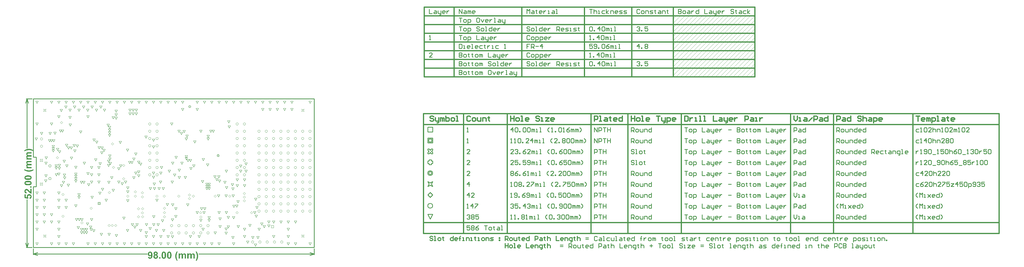
<source format=gbr>
%TF.GenerationSoftware,Altium Limited,Altium Designer,20.1.11 (218)*%
G04 Layer_Color=2752767*
%FSLAX26Y26*%
%MOIN*%
%TF.SameCoordinates,27E64F16-BD7F-4648-91A1-9AE93EB88D02*%
%TF.FilePolarity,Positive*%
%TF.FileFunction,Drawing*%
%TF.Part,Single*%
G01*
G75*
%TA.AperFunction,NonConductor*%
%ADD75C,0.010000*%
%ADD135C,0.003333*%
%ADD136C,0.015000*%
%ADD137C,0.001000*%
%ADD138C,0.016000*%
%ADD139C,0.014000*%
G36*
X-55662Y1357777D02*
X-54135Y1357638D01*
X-52331Y1357499D01*
X-50387Y1357360D01*
X-48305Y1357221D01*
X-46084Y1356805D01*
X-43586Y1356527D01*
X-41088Y1356111D01*
X-35675Y1355001D01*
X-29845Y1353613D01*
X-29706D01*
X-29012Y1353335D01*
X-28179Y1353057D01*
X-26930Y1352641D01*
X-25265Y1352086D01*
X-23460Y1351392D01*
X-21378Y1350698D01*
X-19018Y1349726D01*
X-16520Y1348616D01*
X-13744Y1347505D01*
X-10968Y1346117D01*
X-7915Y1344729D01*
X-4861Y1343064D01*
X-1669Y1341398D01*
X1524Y1339594D01*
X4716Y1337512D01*
Y1324742D01*
X4577D01*
X4161Y1325020D01*
X3606Y1325297D01*
X2773Y1325575D01*
X1802Y1326130D01*
X691Y1326547D01*
X-1946Y1327796D01*
X-4861Y1329045D01*
X-7915Y1330294D01*
X-10829Y1331405D01*
X-13328Y1332376D01*
X-13466D01*
X-13605Y1332515D01*
X-14438Y1332793D01*
X-15687Y1333209D01*
X-17353Y1333764D01*
X-19435Y1334319D01*
X-21933Y1335013D01*
X-24570Y1335707D01*
X-27485Y1336401D01*
X-27624D01*
X-27902Y1336540D01*
X-28318D01*
X-28873Y1336679D01*
X-30400Y1337095D01*
X-32482Y1337512D01*
X-34842Y1337928D01*
X-37479Y1338483D01*
X-42892Y1339316D01*
X-43031D01*
X-43170D01*
X-43586Y1339455D01*
X-44141D01*
X-45668Y1339594D01*
X-47472Y1339871D01*
X-49832Y1340010D01*
X-52331Y1340149D01*
X-55106Y1340288D01*
X-57883D01*
X-58021D01*
X-58577D01*
X-59409D01*
X-60520D01*
X-61908Y1340149D01*
X-63573D01*
X-65378Y1340010D01*
X-67460Y1339871D01*
X-69680Y1339733D01*
X-72040Y1339455D01*
X-77037Y1338761D01*
X-82172Y1337928D01*
X-87447Y1336818D01*
X-87586D01*
X-88141Y1336679D01*
X-88835Y1336401D01*
X-89945Y1336124D01*
X-91333Y1335846D01*
X-92860Y1335291D01*
X-94803Y1334736D01*
X-96885Y1334042D01*
X-99245Y1333209D01*
X-101882Y1332376D01*
X-104658Y1331405D01*
X-107573Y1330294D01*
X-110765Y1329045D01*
X-114097Y1327657D01*
X-117705Y1326269D01*
X-121314Y1324603D01*
Y1337095D01*
X-121175Y1337234D01*
X-120620Y1337512D01*
X-119926Y1338067D01*
X-118816Y1338761D01*
X-117567Y1339594D01*
X-116040Y1340565D01*
X-114235Y1341537D01*
X-112292Y1342647D01*
X-110071Y1343897D01*
X-107712Y1345146D01*
X-105352Y1346395D01*
X-102715Y1347644D01*
X-97163Y1350143D01*
X-91333Y1352363D01*
X-91195D01*
X-90639Y1352641D01*
X-89806Y1352919D01*
X-88557Y1353196D01*
X-87169Y1353613D01*
X-85504Y1354168D01*
X-83561Y1354584D01*
X-81340Y1355139D01*
X-79119Y1355695D01*
X-76621Y1356111D01*
X-73844Y1356666D01*
X-71069Y1357083D01*
X-65378Y1357638D01*
X-59270Y1357915D01*
X-59132D01*
X-58715D01*
X-57883D01*
X-56911D01*
X-55662Y1357777D01*
D02*
G37*
G36*
X-23599Y1293096D02*
X-63296D01*
X-63434D01*
X-63712D01*
X-64267D01*
X-64961D01*
X-66766Y1292957D01*
X-68848Y1292818D01*
X-71069Y1292679D01*
X-73289Y1292263D01*
X-75233Y1291847D01*
X-75927Y1291430D01*
X-76621Y1291153D01*
X-76759Y1291014D01*
X-77314Y1290597D01*
X-77870Y1290042D01*
X-78703Y1289209D01*
X-79397Y1288099D01*
X-80091Y1286711D01*
X-80507Y1285045D01*
X-80646Y1283241D01*
Y1282547D01*
X-80507Y1281853D01*
X-80368Y1280881D01*
X-80091Y1279771D01*
X-79674Y1278522D01*
X-79119Y1277134D01*
X-78286Y1275885D01*
X-78147Y1275746D01*
X-77870Y1275329D01*
X-77314Y1274774D01*
X-76482Y1274080D01*
X-75510Y1273247D01*
X-74400Y1272415D01*
X-73012Y1271721D01*
X-71346Y1271027D01*
X-71069D01*
X-70513Y1270749D01*
X-69403Y1270610D01*
X-67876Y1270333D01*
X-65794Y1270055D01*
X-63296Y1269916D01*
X-60381Y1269639D01*
X-56911D01*
X-23599D01*
Y1251178D01*
X-61630D01*
X-61769D01*
X-62047D01*
X-62602D01*
X-63296D01*
X-64961D01*
X-67043Y1251039D01*
X-69264Y1250901D01*
X-71346Y1250762D01*
X-73289Y1250484D01*
X-74122Y1250207D01*
X-74677Y1250068D01*
X-74816D01*
X-75233Y1249929D01*
X-75788Y1249651D01*
X-76343Y1249374D01*
X-77870Y1248402D01*
X-78564Y1247708D01*
X-79119Y1247014D01*
X-79258Y1246875D01*
X-79397Y1246598D01*
X-79674Y1246181D01*
X-79952Y1245626D01*
X-80229Y1244793D01*
X-80368Y1243822D01*
X-80646Y1242711D01*
Y1240768D01*
X-80507Y1239935D01*
X-80368Y1238964D01*
X-80091Y1237715D01*
X-79674Y1236465D01*
X-79119Y1235216D01*
X-78286Y1233828D01*
X-78147Y1233689D01*
X-77870Y1233273D01*
X-77314Y1232718D01*
X-76621Y1232024D01*
X-75649Y1231191D01*
X-74538Y1230358D01*
X-73150Y1229664D01*
X-71624Y1228970D01*
X-71485D01*
X-70791Y1228693D01*
X-69680Y1228554D01*
X-68293Y1228276D01*
X-66210Y1227999D01*
X-63851Y1227860D01*
X-60797Y1227582D01*
X-57327D01*
X-23599D01*
Y1209122D01*
X-93276D01*
Y1226055D01*
X-83699D01*
X-83838Y1226194D01*
X-84116Y1226472D01*
X-84671Y1227027D01*
X-85504Y1227721D01*
X-86337Y1228554D01*
X-87169Y1229525D01*
X-88280Y1230775D01*
X-89251Y1232163D01*
X-90223Y1233689D01*
X-91333Y1235355D01*
X-93138Y1238964D01*
X-93832Y1241046D01*
X-94387Y1243128D01*
X-94665Y1245349D01*
X-94803Y1247708D01*
Y1248819D01*
X-94665Y1250068D01*
X-94526Y1251595D01*
X-94109Y1253399D01*
X-93693Y1255342D01*
X-92999Y1257285D01*
X-92027Y1259229D01*
X-91888Y1259506D01*
X-91472Y1260061D01*
X-90917Y1261033D01*
X-89945Y1262143D01*
X-88696Y1263393D01*
X-87308Y1264781D01*
X-85504Y1266169D01*
X-83561Y1267418D01*
X-83838Y1267695D01*
X-84532Y1268251D01*
X-85504Y1269083D01*
X-86753Y1270333D01*
X-88141Y1271859D01*
X-89529Y1273525D01*
X-90917Y1275329D01*
X-92027Y1277273D01*
X-92166Y1277550D01*
X-92444Y1278244D01*
X-92860Y1279355D01*
X-93415Y1280743D01*
X-93971Y1282408D01*
X-94387Y1284351D01*
X-94665Y1286433D01*
X-94803Y1288654D01*
Y1289903D01*
X-94665Y1291291D01*
X-94387Y1293096D01*
X-93971Y1295178D01*
X-93415Y1297260D01*
X-92721Y1299481D01*
X-91611Y1301563D01*
X-91472Y1301840D01*
X-91056Y1302395D01*
X-90362Y1303367D01*
X-89390Y1304616D01*
X-88002Y1305865D01*
X-86475Y1307253D01*
X-84671Y1308503D01*
X-82450Y1309613D01*
X-82311Y1309752D01*
X-81617Y1309891D01*
X-80507Y1310168D01*
X-78980Y1310585D01*
X-77037Y1311001D01*
X-74538Y1311279D01*
X-71485Y1311417D01*
X-68015Y1311556D01*
X-23599D01*
Y1293096D01*
D02*
G37*
G36*
Y1173728D02*
X-63296D01*
X-63434D01*
X-63712D01*
X-64267D01*
X-64961D01*
X-66766Y1173589D01*
X-68848Y1173450D01*
X-71069Y1173311D01*
X-73289Y1172895D01*
X-75233Y1172479D01*
X-75927Y1172062D01*
X-76621Y1171785D01*
X-76759Y1171646D01*
X-77314Y1171229D01*
X-77870Y1170674D01*
X-78703Y1169841D01*
X-79397Y1168731D01*
X-80091Y1167343D01*
X-80507Y1165677D01*
X-80646Y1163873D01*
Y1163179D01*
X-80507Y1162485D01*
X-80368Y1161513D01*
X-80091Y1160403D01*
X-79674Y1159154D01*
X-79119Y1157766D01*
X-78286Y1156517D01*
X-78147Y1156378D01*
X-77870Y1155961D01*
X-77314Y1155406D01*
X-76482Y1154712D01*
X-75510Y1153879D01*
X-74400Y1153047D01*
X-73012Y1152353D01*
X-71346Y1151659D01*
X-71069D01*
X-70513Y1151381D01*
X-69403Y1151242D01*
X-67876Y1150965D01*
X-65794Y1150687D01*
X-63296Y1150548D01*
X-60381Y1150271D01*
X-56911D01*
X-23599D01*
Y1131810D01*
X-61630D01*
X-61769D01*
X-62047D01*
X-62602D01*
X-63296D01*
X-64961D01*
X-67043Y1131671D01*
X-69264Y1131533D01*
X-71346Y1131394D01*
X-73289Y1131116D01*
X-74122Y1130839D01*
X-74677Y1130700D01*
X-74816D01*
X-75233Y1130561D01*
X-75788Y1130283D01*
X-76343Y1130006D01*
X-77870Y1129034D01*
X-78564Y1128340D01*
X-79119Y1127646D01*
X-79258Y1127507D01*
X-79397Y1127230D01*
X-79674Y1126813D01*
X-79952Y1126258D01*
X-80229Y1125425D01*
X-80368Y1124454D01*
X-80646Y1123343D01*
Y1121400D01*
X-80507Y1120567D01*
X-80368Y1119596D01*
X-80091Y1118347D01*
X-79674Y1117097D01*
X-79119Y1115848D01*
X-78286Y1114460D01*
X-78147Y1114321D01*
X-77870Y1113905D01*
X-77314Y1113350D01*
X-76621Y1112656D01*
X-75649Y1111823D01*
X-74538Y1110990D01*
X-73150Y1110296D01*
X-71624Y1109602D01*
X-71485D01*
X-70791Y1109325D01*
X-69680Y1109186D01*
X-68293Y1108908D01*
X-66210Y1108631D01*
X-63851Y1108492D01*
X-60797Y1108214D01*
X-57327D01*
X-23599D01*
Y1089754D01*
X-93276D01*
Y1106687D01*
X-83699D01*
X-83838Y1106826D01*
X-84116Y1107104D01*
X-84671Y1107659D01*
X-85504Y1108353D01*
X-86337Y1109186D01*
X-87169Y1110157D01*
X-88280Y1111407D01*
X-89251Y1112795D01*
X-90223Y1114321D01*
X-91333Y1115987D01*
X-93138Y1119596D01*
X-93832Y1121678D01*
X-94387Y1123760D01*
X-94665Y1125981D01*
X-94803Y1128340D01*
Y1129451D01*
X-94665Y1130700D01*
X-94526Y1132227D01*
X-94109Y1134031D01*
X-93693Y1135974D01*
X-92999Y1137917D01*
X-92027Y1139861D01*
X-91888Y1140138D01*
X-91472Y1140693D01*
X-90917Y1141665D01*
X-89945Y1142775D01*
X-88696Y1144025D01*
X-87308Y1145413D01*
X-85504Y1146801D01*
X-83561Y1148050D01*
X-83838Y1148327D01*
X-84532Y1148883D01*
X-85504Y1149715D01*
X-86753Y1150965D01*
X-88141Y1152491D01*
X-89529Y1154157D01*
X-90917Y1155961D01*
X-92027Y1157905D01*
X-92166Y1158182D01*
X-92444Y1158876D01*
X-92860Y1159987D01*
X-93415Y1161375D01*
X-93971Y1163040D01*
X-94387Y1164983D01*
X-94665Y1167065D01*
X-94803Y1169286D01*
Y1170535D01*
X-94665Y1171923D01*
X-94387Y1173728D01*
X-93971Y1175810D01*
X-93415Y1177892D01*
X-92721Y1180113D01*
X-91611Y1182195D01*
X-91472Y1182472D01*
X-91056Y1183027D01*
X-90362Y1183999D01*
X-89390Y1185248D01*
X-88002Y1186497D01*
X-86475Y1187885D01*
X-84671Y1189135D01*
X-82450Y1190245D01*
X-82311Y1190384D01*
X-81617Y1190523D01*
X-80507Y1190800D01*
X-78980Y1191217D01*
X-77037Y1191633D01*
X-74538Y1191911D01*
X-71485Y1192049D01*
X-68015Y1192188D01*
X-23599D01*
Y1173728D01*
D02*
G37*
G36*
X-121037Y1076984D02*
X-120481Y1076707D01*
X-119371Y1076290D01*
X-117983Y1075735D01*
X-116317Y1074902D01*
X-114235Y1074069D01*
X-112014Y1073237D01*
X-109655Y1072265D01*
X-107018Y1071155D01*
X-104242Y1070183D01*
X-98551Y1068101D01*
X-92860Y1066297D01*
X-90084Y1065464D01*
X-87447Y1064770D01*
X-87308D01*
X-86892Y1064631D01*
X-86059Y1064492D01*
X-85087Y1064215D01*
X-83699Y1063937D01*
X-82172Y1063659D01*
X-80507Y1063382D01*
X-78564Y1063104D01*
X-76482Y1062827D01*
X-74122Y1062549D01*
X-71763Y1062271D01*
X-69125Y1061994D01*
X-63712Y1061577D01*
X-57883Y1061439D01*
X-57744D01*
X-57466D01*
X-56772D01*
X-56078D01*
X-55106D01*
X-53857Y1061577D01*
X-52608D01*
X-51081Y1061716D01*
X-47750Y1061855D01*
X-44002Y1062271D01*
X-39977Y1062688D01*
X-35813Y1063382D01*
X-35675D01*
X-35258Y1063521D01*
X-34703D01*
X-33870Y1063798D01*
X-32898Y1063937D01*
X-31788Y1064215D01*
X-30400Y1064492D01*
X-29012Y1064770D01*
X-25681Y1065603D01*
X-22072Y1066435D01*
X-18325Y1067546D01*
X-14577Y1068795D01*
X-14438D01*
X-14299Y1068934D01*
X-13883Y1069073D01*
X-13328Y1069211D01*
X-12634Y1069489D01*
X-11801Y1069905D01*
X-10829Y1070183D01*
X-9719Y1070738D01*
X-8331Y1071293D01*
X-6943Y1071849D01*
X-5416Y1072543D01*
X-3612Y1073237D01*
X-1807Y1074069D01*
X275Y1074902D01*
X2357Y1075874D01*
X4716Y1076984D01*
Y1064353D01*
X4577Y1064215D01*
X4022Y1063937D01*
X3189Y1063382D01*
X2079Y1062688D01*
X691Y1061855D01*
X-974Y1060883D01*
X-2918Y1059773D01*
X-5000Y1058663D01*
X-7221Y1057413D01*
X-9719Y1056164D01*
X-12356Y1054915D01*
X-14993Y1053527D01*
X-20823Y1051167D01*
X-26791Y1048947D01*
X-26930D01*
X-27485Y1048669D01*
X-28457Y1048530D01*
X-29567Y1048114D01*
X-31094Y1047697D01*
X-32760Y1047281D01*
X-34703Y1046865D01*
X-36785Y1046448D01*
X-39145Y1045893D01*
X-41643Y1045477D01*
X-46917Y1044644D01*
X-52608Y1044089D01*
X-58299Y1043811D01*
X-58577D01*
X-59132D01*
X-60103D01*
X-61491Y1043950D01*
X-63157D01*
X-65239Y1044089D01*
X-67460Y1044366D01*
X-69958Y1044644D01*
X-72595Y1044921D01*
X-75371Y1045338D01*
X-81478Y1046448D01*
X-87725Y1048114D01*
X-90917Y1049085D01*
X-94109Y1050196D01*
X-94248D01*
X-94803Y1050473D01*
X-95497Y1050751D01*
X-96608Y1051167D01*
X-97857Y1051723D01*
X-99384Y1052417D01*
X-101188Y1053249D01*
X-102993Y1054082D01*
X-105075Y1055054D01*
X-107156Y1056164D01*
X-111737Y1058524D01*
X-116595Y1061439D01*
X-121314Y1064492D01*
Y1077123D01*
X-121037Y1076984D01*
D02*
G37*
G36*
X-66488Y992594D02*
X-64267Y992455D01*
X-61630Y992177D01*
X-58854Y991900D01*
X-55800Y991622D01*
X-52608Y991067D01*
X-49277Y990373D01*
X-46084Y989679D01*
X-42892Y988707D01*
X-39700Y987736D01*
X-36785Y986348D01*
X-34009Y984960D01*
X-31649Y983294D01*
X-31511Y983155D01*
X-31233Y982878D01*
X-30678Y982461D01*
X-30122Y981906D01*
X-29428Y981073D01*
X-28596Y980102D01*
X-27624Y978853D01*
X-26791Y977603D01*
X-25820Y976077D01*
X-24848Y974550D01*
X-24015Y972745D01*
X-23321Y970802D01*
X-22766Y968720D01*
X-22211Y966361D01*
X-21933Y964001D01*
X-21794Y961503D01*
Y960947D01*
X-21933Y960115D01*
Y959143D01*
X-22072Y958033D01*
X-22350Y956645D01*
X-22627Y955118D01*
X-23183Y953452D01*
X-23738Y951648D01*
X-24432Y949843D01*
X-25265Y947900D01*
X-26375Y946096D01*
X-27485Y944153D01*
X-29012Y942348D01*
X-30539Y940544D01*
X-32482Y938878D01*
X-32621Y938739D01*
X-33037Y938462D01*
X-33731Y938045D01*
X-34564Y937629D01*
X-35813Y936935D01*
X-37340Y936241D01*
X-39283Y935408D01*
X-41365Y934714D01*
X-43864Y933881D01*
X-46640Y933049D01*
X-49832Y932355D01*
X-53302Y931799D01*
X-57188Y931244D01*
X-61491Y930828D01*
X-66072Y930550D01*
X-71069Y930411D01*
X-71207D01*
X-71346D01*
X-71763D01*
X-72318D01*
X-73706D01*
X-75510Y930550D01*
X-77731Y930689D01*
X-80368Y930967D01*
X-83144Y931244D01*
X-86198Y931522D01*
X-89390Y932077D01*
X-92582Y932632D01*
X-95914Y933465D01*
X-99106Y934298D01*
X-102160Y935408D01*
X-105075Y936657D01*
X-107850Y938045D01*
X-110210Y939711D01*
X-110349Y939850D01*
X-110626Y940127D01*
X-111182Y940544D01*
X-111737Y941238D01*
X-112570Y941932D01*
X-113403Y942903D01*
X-114235Y944153D01*
X-115207Y945402D01*
X-116178Y946929D01*
X-117011Y948455D01*
X-117844Y950260D01*
X-118677Y952203D01*
X-119232Y954285D01*
X-119787Y956645D01*
X-120065Y959004D01*
X-120204Y961503D01*
Y962891D01*
X-120065Y963862D01*
X-119926Y964973D01*
X-119648Y966361D01*
X-119371Y967749D01*
X-118954Y969414D01*
X-118399Y971219D01*
X-117705Y972884D01*
X-117011Y974689D01*
X-116040Y976493D01*
X-114790Y978297D01*
X-113541Y980102D01*
X-112014Y981767D01*
X-110210Y983294D01*
X-110071Y983433D01*
X-109655Y983711D01*
X-108961Y984127D01*
X-107989Y984821D01*
X-106601Y985515D01*
X-104936Y986348D01*
X-103131Y987181D01*
X-100772Y988013D01*
X-98273Y988846D01*
X-95359Y989818D01*
X-92166Y990512D01*
X-88557Y991206D01*
X-84671Y991900D01*
X-80507Y992316D01*
X-75927Y992594D01*
X-70930Y992733D01*
X-70791D01*
X-70652D01*
X-70236D01*
X-69680D01*
X-68293D01*
X-66488Y992594D01*
D02*
G37*
G36*
Y917919D02*
X-64267Y917781D01*
X-61630Y917503D01*
X-58854Y917225D01*
X-55800Y916948D01*
X-52608Y916393D01*
X-49277Y915699D01*
X-46084Y915005D01*
X-42892Y914033D01*
X-39700Y913061D01*
X-36785Y911673D01*
X-34009Y910285D01*
X-31649Y908620D01*
X-31511Y908481D01*
X-31233Y908203D01*
X-30678Y907787D01*
X-30122Y907232D01*
X-29428Y906399D01*
X-28596Y905427D01*
X-27624Y904178D01*
X-26791Y902929D01*
X-25820Y901402D01*
X-24848Y899875D01*
X-24015Y898071D01*
X-23321Y896128D01*
X-22766Y894046D01*
X-22211Y891686D01*
X-21933Y889327D01*
X-21794Y886828D01*
Y886273D01*
X-21933Y885440D01*
Y884469D01*
X-22072Y883358D01*
X-22350Y881970D01*
X-22627Y880443D01*
X-23183Y878778D01*
X-23738Y876973D01*
X-24432Y875169D01*
X-25265Y873226D01*
X-26375Y871421D01*
X-27485Y869478D01*
X-29012Y867674D01*
X-30539Y865869D01*
X-32482Y864204D01*
X-32621Y864065D01*
X-33037Y863787D01*
X-33731Y863371D01*
X-34564Y862955D01*
X-35813Y862261D01*
X-37340Y861567D01*
X-39283Y860734D01*
X-41365Y860040D01*
X-43864Y859207D01*
X-46640Y858374D01*
X-49832Y857680D01*
X-53302Y857125D01*
X-57188Y856570D01*
X-61491Y856153D01*
X-66072Y855876D01*
X-71069Y855737D01*
X-71207D01*
X-71346D01*
X-71763D01*
X-72318D01*
X-73706D01*
X-75510Y855876D01*
X-77731Y856015D01*
X-80368Y856292D01*
X-83144Y856570D01*
X-86198Y856847D01*
X-89390Y857403D01*
X-92582Y857958D01*
X-95914Y858791D01*
X-99106Y859623D01*
X-102160Y860734D01*
X-105075Y861983D01*
X-107850Y863371D01*
X-110210Y865037D01*
X-110349Y865175D01*
X-110626Y865453D01*
X-111182Y865869D01*
X-111737Y866563D01*
X-112570Y867257D01*
X-113403Y868229D01*
X-114235Y869478D01*
X-115207Y870727D01*
X-116178Y872254D01*
X-117011Y873781D01*
X-117844Y875585D01*
X-118677Y877529D01*
X-119232Y879611D01*
X-119787Y881970D01*
X-120065Y884330D01*
X-120204Y886828D01*
Y888216D01*
X-120065Y889188D01*
X-119926Y890298D01*
X-119648Y891686D01*
X-119371Y893074D01*
X-118954Y894740D01*
X-118399Y896544D01*
X-117705Y898210D01*
X-117011Y900014D01*
X-116040Y901819D01*
X-114790Y903623D01*
X-113541Y905427D01*
X-112014Y907093D01*
X-110210Y908620D01*
X-110071Y908759D01*
X-109655Y909036D01*
X-108961Y909453D01*
X-107989Y910147D01*
X-106601Y910841D01*
X-104936Y911673D01*
X-103131Y912506D01*
X-100772Y913339D01*
X-98273Y914172D01*
X-95359Y915143D01*
X-92166Y915837D01*
X-88557Y916531D01*
X-84671Y917225D01*
X-80507Y917642D01*
X-75927Y917919D01*
X-70930Y918058D01*
X-70791D01*
X-70652D01*
X-70236D01*
X-69680D01*
X-68293D01*
X-66488Y917919D01*
D02*
G37*
G36*
X-23599Y822286D02*
X-42059D01*
Y840747D01*
X-23599D01*
Y822286D01*
D02*
G37*
G36*
Y741366D02*
X-23738D01*
X-24015D01*
X-24570Y741505D01*
X-25265Y741643D01*
X-26097Y741782D01*
X-27069Y741921D01*
X-29567Y742476D01*
X-32343Y743309D01*
X-35397Y744419D01*
X-38728Y745807D01*
X-41920Y747612D01*
X-42059D01*
X-42337Y747889D01*
X-42892Y748167D01*
X-43447Y748722D01*
X-44419Y749277D01*
X-45391Y750110D01*
X-46640Y751082D01*
X-48028Y752192D01*
X-49693Y753441D01*
X-51359Y754968D01*
X-53302Y756634D01*
X-55384Y758577D01*
X-57466Y760659D01*
X-59826Y763019D01*
X-62324Y765517D01*
X-64961Y768293D01*
X-65100Y768432D01*
X-65516Y768848D01*
X-66072Y769403D01*
X-66904Y770236D01*
X-67737Y771347D01*
X-68848Y772457D01*
X-71346Y774955D01*
X-73983Y777454D01*
X-76621Y779952D01*
X-77731Y781063D01*
X-78980Y782173D01*
X-79952Y783006D01*
X-80784Y783561D01*
X-81062Y783700D01*
X-81756Y784116D01*
X-82867Y784810D01*
X-84393Y785504D01*
X-86059Y786198D01*
X-88002Y786892D01*
X-89945Y787309D01*
X-92027Y787447D01*
X-92166D01*
X-92305D01*
X-92999D01*
X-94248Y787309D01*
X-95636Y787031D01*
X-97163Y786615D01*
X-98690Y786059D01*
X-100216Y785227D01*
X-101605Y784116D01*
X-101743Y783977D01*
X-102160Y783561D01*
X-102715Y782728D01*
X-103270Y781757D01*
X-103825Y780369D01*
X-104380Y778842D01*
X-104797Y777037D01*
X-104936Y774955D01*
Y773984D01*
X-104797Y772873D01*
X-104519Y771624D01*
X-104103Y770097D01*
X-103409Y768571D01*
X-102576Y767044D01*
X-101466Y765656D01*
X-101327Y765517D01*
X-100772Y765101D01*
X-99939Y764545D01*
X-98690Y763990D01*
X-97163Y763296D01*
X-95081Y762741D01*
X-92721Y762186D01*
X-89945Y761908D01*
X-91750Y743587D01*
X-91888D01*
X-92444Y743725D01*
X-93138D01*
X-94248Y744003D01*
X-95497Y744142D01*
X-96885Y744558D01*
X-98412Y744975D01*
X-100216Y745391D01*
X-103686Y746779D01*
X-107295Y748445D01*
X-109100Y749555D01*
X-110765Y750804D01*
X-112153Y752192D01*
X-113541Y753719D01*
X-113680Y753858D01*
X-113819Y754135D01*
X-114097Y754552D01*
X-114652Y755246D01*
X-115068Y756079D01*
X-115623Y757189D01*
X-116317Y758299D01*
X-116873Y759687D01*
X-117567Y761214D01*
X-118122Y762880D01*
X-119232Y766489D01*
X-119926Y770791D01*
X-120065Y773012D01*
X-120204Y775372D01*
Y776760D01*
X-120065Y777731D01*
X-119926Y778981D01*
X-119787Y780369D01*
X-119510Y781895D01*
X-119232Y783561D01*
X-118260Y787170D01*
X-116873Y790779D01*
X-116040Y792722D01*
X-115068Y794387D01*
X-113819Y796192D01*
X-112431Y797719D01*
X-112292Y797857D01*
X-112153Y798135D01*
X-111598Y798413D01*
X-111043Y798968D01*
X-110349Y799662D01*
X-109377Y800356D01*
X-108406Y801050D01*
X-107156Y801883D01*
X-104380Y803271D01*
X-101188Y804659D01*
X-99384Y805214D01*
X-97441Y805491D01*
X-95359Y805769D01*
X-93276Y805908D01*
X-92999D01*
X-92166D01*
X-90917Y805769D01*
X-89390Y805630D01*
X-87447Y805353D01*
X-85365Y804936D01*
X-83144Y804381D01*
X-80923Y803548D01*
X-80646Y803409D01*
X-79952Y803132D01*
X-78703Y802577D01*
X-77176Y801744D01*
X-75371Y800772D01*
X-73289Y799523D01*
X-71069Y797996D01*
X-68709Y796192D01*
X-68570Y796053D01*
X-67876Y795498D01*
X-66904Y794665D01*
X-65516Y793416D01*
X-63851Y791750D01*
X-61630Y789668D01*
X-59270Y787170D01*
X-56356Y784116D01*
X-56217Y783977D01*
X-56078Y783700D01*
X-55662Y783283D01*
X-55106Y782728D01*
X-53718Y781201D01*
X-52053Y779397D01*
X-50248Y777593D01*
X-48444Y775788D01*
X-46917Y774123D01*
X-46223Y773567D01*
X-45668Y773012D01*
X-45529Y772873D01*
X-45252Y772596D01*
X-44697Y772179D01*
X-44002Y771624D01*
X-42476Y770375D01*
X-40671Y769265D01*
Y805908D01*
X-23599D01*
Y741366D01*
D02*
G37*
G36*
X-53857Y733871D02*
X-52747D01*
X-51498Y733593D01*
X-50110Y733454D01*
X-48722Y733177D01*
X-45391Y732344D01*
X-41782Y731095D01*
X-39839Y730262D01*
X-38034Y729429D01*
X-36230Y728319D01*
X-34425Y727069D01*
X-34286Y726931D01*
X-33870Y726653D01*
X-33315Y726098D01*
X-32482Y725404D01*
X-31511Y724432D01*
X-30400Y723183D01*
X-29290Y721795D01*
X-28179Y720268D01*
X-26930Y718464D01*
X-25820Y716521D01*
X-24709Y714439D01*
X-23738Y712079D01*
X-22905Y709581D01*
X-22350Y706943D01*
X-21933Y704029D01*
X-21794Y700975D01*
Y699726D01*
X-21933Y698754D01*
X-22072Y697644D01*
X-22211Y696256D01*
X-22350Y694868D01*
X-22627Y693202D01*
X-23460Y689871D01*
X-24848Y686123D01*
X-25542Y684319D01*
X-26514Y682515D01*
X-27624Y680849D01*
X-28873Y679183D01*
X-29012Y679045D01*
X-29151Y678767D01*
X-29567Y678351D01*
X-30122Y677795D01*
X-30955Y677240D01*
X-31788Y676407D01*
X-32760Y675713D01*
X-33870Y674881D01*
X-35258Y673909D01*
X-36646Y673076D01*
X-39977Y671549D01*
X-43725Y670161D01*
X-45807Y669745D01*
X-48028Y669329D01*
X-49971Y687650D01*
X-49693D01*
X-48999Y687789D01*
X-47750Y688067D01*
X-46362Y688483D01*
X-44835Y689038D01*
X-43170Y689871D01*
X-41643Y690981D01*
X-40116Y692231D01*
X-39977Y692369D01*
X-39561Y692925D01*
X-39006Y693757D01*
X-38312Y694868D01*
X-37618Y696117D01*
X-37062Y697644D01*
X-36646Y699448D01*
X-36507Y701253D01*
Y701530D01*
X-36646Y702224D01*
X-36785Y703335D01*
X-37062Y704723D01*
X-37618Y706249D01*
X-38450Y707915D01*
X-39700Y709581D01*
X-41227Y711107D01*
X-41504Y711246D01*
X-42059Y711801D01*
X-43170Y712357D01*
X-44835Y713189D01*
X-46779Y713883D01*
X-49138Y714577D01*
X-52053Y714994D01*
X-55384Y715133D01*
X-55523D01*
X-55800D01*
X-56217D01*
X-56911D01*
X-58438Y714994D01*
X-60381Y714577D01*
X-62602Y714161D01*
X-64823Y713467D01*
X-66904Y712495D01*
X-68709Y711107D01*
X-68848Y710969D01*
X-69403Y710413D01*
X-70097Y709442D01*
X-71069Y708331D01*
X-71901Y706805D01*
X-72595Y705000D01*
X-73150Y702918D01*
X-73289Y700697D01*
Y699865D01*
X-73150Y699309D01*
X-72873Y697921D01*
X-72457Y695978D01*
X-71624Y693757D01*
X-70374Y691398D01*
X-69542Y690149D01*
X-68570Y688899D01*
X-67460Y687650D01*
X-66210Y686401D01*
X-68293Y671549D01*
X-118399Y680988D01*
Y729707D01*
X-101188D01*
Y694868D01*
X-84810Y691953D01*
Y692092D01*
X-84948Y692231D01*
X-85365Y693063D01*
X-85781Y694313D01*
X-86475Y695839D01*
X-87031Y697783D01*
X-87447Y699865D01*
X-87863Y702224D01*
X-88002Y704584D01*
Y705833D01*
X-87863Y706666D01*
X-87725Y707637D01*
X-87586Y708887D01*
X-87308Y710275D01*
X-86892Y711801D01*
X-85781Y714994D01*
X-85087Y716798D01*
X-84254Y718464D01*
X-83144Y720268D01*
X-81895Y722073D01*
X-80507Y723738D01*
X-78980Y725404D01*
X-78841Y725543D01*
X-78564Y725820D01*
X-78008Y726237D01*
X-77314Y726792D01*
X-76482Y727347D01*
X-75371Y728180D01*
X-74122Y728874D01*
X-72734Y729707D01*
X-71207Y730539D01*
X-69403Y731233D01*
X-67460Y732066D01*
X-65516Y732621D01*
X-63296Y733177D01*
X-60936Y733593D01*
X-58438Y733871D01*
X-55800Y734009D01*
X-55662D01*
X-55245D01*
X-54690D01*
X-53857Y733871D01*
D02*
G37*
G36*
X2197636Y-82501D02*
X2199441Y-82778D01*
X2201523Y-83195D01*
X2203604Y-83750D01*
X2205825Y-84444D01*
X2207907Y-85554D01*
X2208185Y-85693D01*
X2208740Y-86110D01*
X2209712Y-86804D01*
X2210961Y-87775D01*
X2212210Y-89163D01*
X2213598Y-90690D01*
X2214847Y-92494D01*
X2215958Y-94715D01*
X2216097Y-94854D01*
X2216235Y-95548D01*
X2216513Y-96658D01*
X2216929Y-98185D01*
X2217346Y-100128D01*
X2217623Y-102627D01*
X2217762Y-105680D01*
X2217901Y-109150D01*
Y-153566D01*
X2199441D01*
Y-113870D01*
Y-113731D01*
Y-113453D01*
Y-112898D01*
Y-112204D01*
X2199302Y-110400D01*
X2199163Y-108318D01*
X2199024Y-106097D01*
X2198608Y-103876D01*
X2198191Y-101933D01*
X2197775Y-101239D01*
X2197497Y-100545D01*
X2197358Y-100406D01*
X2196942Y-99851D01*
X2196387Y-99296D01*
X2195554Y-98463D01*
X2194444Y-97769D01*
X2193056Y-97075D01*
X2191390Y-96658D01*
X2189586Y-96520D01*
X2188892D01*
X2188198Y-96658D01*
X2187226Y-96797D01*
X2186116Y-97075D01*
X2184867Y-97491D01*
X2183479Y-98046D01*
X2182229Y-98879D01*
X2182090Y-99018D01*
X2181674Y-99296D01*
X2181119Y-99851D01*
X2180425Y-100684D01*
X2179592Y-101655D01*
X2178759Y-102766D01*
X2178065Y-104154D01*
X2177371Y-105819D01*
Y-106097D01*
X2177094Y-106652D01*
X2176955Y-107762D01*
X2176677Y-109289D01*
X2176400Y-111371D01*
X2176261Y-113870D01*
X2175983Y-116784D01*
Y-120254D01*
Y-153566D01*
X2157523D01*
Y-115535D01*
Y-115396D01*
Y-115119D01*
Y-114564D01*
Y-113870D01*
Y-112204D01*
X2157384Y-110122D01*
X2157245Y-107901D01*
X2157106Y-105819D01*
X2156829Y-103876D01*
X2156551Y-103043D01*
X2156412Y-102488D01*
Y-102349D01*
X2156274Y-101933D01*
X2155996Y-101378D01*
X2155718Y-100822D01*
X2154747Y-99296D01*
X2154053Y-98602D01*
X2153359Y-98046D01*
X2153220Y-97908D01*
X2152943Y-97769D01*
X2152526Y-97491D01*
X2151971Y-97214D01*
X2151138Y-96936D01*
X2150166Y-96797D01*
X2149056Y-96520D01*
X2147113D01*
X2146280Y-96658D01*
X2145309Y-96797D01*
X2144059Y-97075D01*
X2142810Y-97491D01*
X2141561Y-98046D01*
X2140173Y-98879D01*
X2140034Y-99018D01*
X2139618Y-99296D01*
X2139062Y-99851D01*
X2138369Y-100545D01*
X2137536Y-101516D01*
X2136703Y-102627D01*
X2136009Y-104015D01*
X2135315Y-105542D01*
Y-105680D01*
X2135037Y-106374D01*
X2134898Y-107485D01*
X2134621Y-108873D01*
X2134343Y-110955D01*
X2134204Y-113314D01*
X2133927Y-116368D01*
Y-119838D01*
Y-153566D01*
X2115466D01*
Y-83889D01*
X2132400D01*
Y-93466D01*
X2132539Y-93327D01*
X2132816Y-93050D01*
X2133372Y-92494D01*
X2134066Y-91662D01*
X2134898Y-90829D01*
X2135870Y-89996D01*
X2137119Y-88886D01*
X2138507Y-87914D01*
X2140034Y-86942D01*
X2141700Y-85832D01*
X2145309Y-84028D01*
X2147390Y-83334D01*
X2149472Y-82778D01*
X2151693Y-82501D01*
X2154053Y-82362D01*
X2155163D01*
X2156412Y-82501D01*
X2157939Y-82640D01*
X2159744Y-83056D01*
X2161687Y-83472D01*
X2163630Y-84166D01*
X2165573Y-85138D01*
X2165851Y-85277D01*
X2166406Y-85693D01*
X2167378Y-86248D01*
X2168488Y-87220D01*
X2169737Y-88469D01*
X2171125Y-89857D01*
X2172513Y-91662D01*
X2173762Y-93605D01*
X2174040Y-93327D01*
X2174595Y-92633D01*
X2175428Y-91662D01*
X2176677Y-90412D01*
X2178204Y-89024D01*
X2179870Y-87636D01*
X2181674Y-86248D01*
X2183617Y-85138D01*
X2183895Y-84999D01*
X2184589Y-84722D01*
X2185699Y-84305D01*
X2187087Y-83750D01*
X2188753Y-83195D01*
X2190696Y-82778D01*
X2192778Y-82501D01*
X2194999Y-82362D01*
X2196248D01*
X2197636Y-82501D01*
D02*
G37*
G36*
X2078268D02*
X2080073Y-82778D01*
X2082155Y-83195D01*
X2084236Y-83750D01*
X2086457Y-84444D01*
X2088539Y-85554D01*
X2088817Y-85693D01*
X2089372Y-86110D01*
X2090344Y-86804D01*
X2091593Y-87775D01*
X2092842Y-89163D01*
X2094230Y-90690D01*
X2095479Y-92494D01*
X2096590Y-94715D01*
X2096729Y-94854D01*
X2096867Y-95548D01*
X2097145Y-96658D01*
X2097561Y-98185D01*
X2097978Y-100128D01*
X2098255Y-102627D01*
X2098394Y-105680D01*
X2098533Y-109150D01*
Y-153566D01*
X2080073D01*
Y-113870D01*
Y-113731D01*
Y-113453D01*
Y-112898D01*
Y-112204D01*
X2079934Y-110400D01*
X2079795Y-108318D01*
X2079656Y-106097D01*
X2079240Y-103876D01*
X2078823Y-101933D01*
X2078407Y-101239D01*
X2078129Y-100545D01*
X2077990Y-100406D01*
X2077574Y-99851D01*
X2077019Y-99296D01*
X2076186Y-98463D01*
X2075076Y-97769D01*
X2073688Y-97075D01*
X2072022Y-96658D01*
X2070218Y-96520D01*
X2069524D01*
X2068830Y-96658D01*
X2067858Y-96797D01*
X2066748Y-97075D01*
X2065499Y-97491D01*
X2064110Y-98046D01*
X2062861Y-98879D01*
X2062722Y-99018D01*
X2062306Y-99296D01*
X2061751Y-99851D01*
X2061057Y-100684D01*
X2060224Y-101655D01*
X2059391Y-102766D01*
X2058697Y-104154D01*
X2058003Y-105819D01*
Y-106097D01*
X2057726Y-106652D01*
X2057587Y-107762D01*
X2057309Y-109289D01*
X2057032Y-111371D01*
X2056893Y-113870D01*
X2056615Y-116784D01*
Y-120254D01*
Y-153566D01*
X2038155D01*
Y-115535D01*
Y-115396D01*
Y-115119D01*
Y-114564D01*
Y-113870D01*
Y-112204D01*
X2038016Y-110122D01*
X2037877Y-107901D01*
X2037738Y-105819D01*
X2037461Y-103876D01*
X2037183Y-103043D01*
X2037044Y-102488D01*
Y-102349D01*
X2036906Y-101933D01*
X2036628Y-101378D01*
X2036351Y-100822D01*
X2035379Y-99296D01*
X2034685Y-98602D01*
X2033991Y-98046D01*
X2033852Y-97908D01*
X2033574Y-97769D01*
X2033158Y-97491D01*
X2032603Y-97214D01*
X2031770Y-96936D01*
X2030799Y-96797D01*
X2029688Y-96520D01*
X2027745D01*
X2026912Y-96658D01*
X2025940Y-96797D01*
X2024691Y-97075D01*
X2023442Y-97491D01*
X2022193Y-98046D01*
X2020805Y-98879D01*
X2020666Y-99018D01*
X2020250Y-99296D01*
X2019695Y-99851D01*
X2019001Y-100545D01*
X2018168Y-101516D01*
X2017335Y-102627D01*
X2016641Y-104015D01*
X2015947Y-105542D01*
Y-105680D01*
X2015669Y-106374D01*
X2015531Y-107485D01*
X2015253Y-108873D01*
X2014975Y-110955D01*
X2014836Y-113314D01*
X2014559Y-116368D01*
Y-119838D01*
Y-153566D01*
X1996099D01*
Y-83889D01*
X2013032D01*
Y-93466D01*
X2013171Y-93327D01*
X2013448Y-93050D01*
X2014004Y-92494D01*
X2014698Y-91662D01*
X2015531Y-90829D01*
X2016502Y-89996D01*
X2017751Y-88886D01*
X2019139Y-87914D01*
X2020666Y-86942D01*
X2022332Y-85832D01*
X2025940Y-84028D01*
X2028023Y-83334D01*
X2030104Y-82778D01*
X2032325Y-82501D01*
X2034685Y-82362D01*
X2035795D01*
X2037044Y-82501D01*
X2038571Y-82640D01*
X2040376Y-83056D01*
X2042319Y-83472D01*
X2044262Y-84166D01*
X2046205Y-85138D01*
X2046483Y-85277D01*
X2047038Y-85693D01*
X2048010Y-86248D01*
X2049120Y-87220D01*
X2050369Y-88469D01*
X2051757Y-89857D01*
X2053145Y-91662D01*
X2054394Y-93605D01*
X2054672Y-93327D01*
X2055227Y-92633D01*
X2056060Y-91662D01*
X2057309Y-90412D01*
X2058836Y-89024D01*
X2060502Y-87636D01*
X2062306Y-86248D01*
X2064249Y-85138D01*
X2064527Y-84999D01*
X2065221Y-84722D01*
X2066331Y-84305D01*
X2067719Y-83750D01*
X2069385Y-83195D01*
X2071328Y-82778D01*
X2073410Y-82501D01*
X2075631Y-82362D01*
X2076880D01*
X2078268Y-82501D01*
D02*
G37*
G36*
X1606071Y-57100D02*
X1607181D01*
X1608430Y-57239D01*
X1609818Y-57517D01*
X1611484Y-57933D01*
X1613149Y-58350D01*
X1615092Y-59044D01*
X1617036Y-59738D01*
X1618979Y-60709D01*
X1621061Y-61820D01*
X1623004Y-63069D01*
X1624947Y-64596D01*
X1626890Y-66400D01*
X1628695Y-68343D01*
X1628834Y-68482D01*
X1629111Y-68898D01*
X1629528Y-69592D01*
X1630222Y-70564D01*
X1630916Y-71813D01*
X1631748Y-73340D01*
X1632581Y-75144D01*
X1633414Y-77226D01*
X1634247Y-79725D01*
X1635218Y-82501D01*
X1635912Y-85554D01*
X1636607Y-88886D01*
X1637301Y-92633D01*
X1637717Y-96658D01*
X1637995Y-100961D01*
X1638133Y-105680D01*
Y-105819D01*
Y-105958D01*
Y-106374D01*
Y-106791D01*
Y-108179D01*
X1637995Y-109983D01*
X1637856Y-112204D01*
X1637578Y-114702D01*
X1637301Y-117340D01*
X1636884Y-120254D01*
X1636329Y-123447D01*
X1635774Y-126500D01*
X1634941Y-129693D01*
X1633969Y-132885D01*
X1632859Y-135800D01*
X1631471Y-138715D01*
X1630083Y-141352D01*
X1628278Y-143712D01*
X1628140Y-143850D01*
X1627862Y-144267D01*
X1627307Y-144822D01*
X1626474Y-145516D01*
X1625503Y-146349D01*
X1624392Y-147459D01*
X1623004Y-148431D01*
X1621477Y-149541D01*
X1619812Y-150652D01*
X1617869Y-151623D01*
X1615786Y-152595D01*
X1613566Y-153566D01*
X1611067Y-154260D01*
X1608569Y-154816D01*
X1605932Y-155232D01*
X1603017Y-155371D01*
X1601907D01*
X1601213Y-155232D01*
X1600241D01*
X1599130Y-155093D01*
X1596493Y-154677D01*
X1593579Y-153844D01*
X1590664Y-152872D01*
X1587610Y-151346D01*
X1586222Y-150513D01*
X1584834Y-149402D01*
X1584695Y-149264D01*
X1584556Y-149125D01*
X1584140Y-148708D01*
X1583724Y-148292D01*
X1583168Y-147598D01*
X1582475Y-146904D01*
X1581919Y-145932D01*
X1581086Y-144961D01*
X1580392Y-143712D01*
X1579560Y-142462D01*
X1578866Y-140936D01*
X1578172Y-139270D01*
X1577478Y-137604D01*
X1576922Y-135661D01*
X1576367Y-133718D01*
X1575951Y-131497D01*
X1593717Y-129415D01*
Y-129693D01*
X1593856Y-130387D01*
X1593995Y-131358D01*
X1594411Y-132469D01*
X1594828Y-133857D01*
X1595383Y-135245D01*
X1596077Y-136494D01*
X1597049Y-137604D01*
X1597187Y-137743D01*
X1597604Y-138021D01*
X1598159Y-138437D01*
X1598992Y-138854D01*
X1600102Y-139270D01*
X1601213Y-139686D01*
X1602739Y-139964D01*
X1604266Y-140103D01*
X1604544D01*
X1605238Y-139964D01*
X1606209Y-139825D01*
X1607597Y-139409D01*
X1609124Y-138854D01*
X1610651Y-137882D01*
X1612316Y-136633D01*
X1613843Y-134967D01*
X1613982Y-134690D01*
X1614260Y-134412D01*
X1614537Y-133857D01*
X1614815Y-133302D01*
X1615231Y-132469D01*
X1615509Y-131497D01*
X1616064Y-130248D01*
X1616480Y-128860D01*
X1616897Y-127333D01*
X1617313Y-125529D01*
X1617730Y-123586D01*
X1618146Y-121365D01*
X1618424Y-118866D01*
X1618701Y-116090D01*
X1618979Y-113176D01*
X1618840Y-113314D01*
X1618701Y-113453D01*
X1618285Y-113870D01*
X1617730Y-114425D01*
X1617036Y-114980D01*
X1616203Y-115674D01*
X1614260Y-117201D01*
X1611761Y-118728D01*
X1608708Y-119977D01*
X1607042Y-120532D01*
X1605377Y-120810D01*
X1603572Y-121087D01*
X1601629Y-121226D01*
X1600518D01*
X1599686Y-121087D01*
X1598714Y-120948D01*
X1597604Y-120810D01*
X1594966Y-120116D01*
X1591913Y-119144D01*
X1590386Y-118311D01*
X1588720Y-117478D01*
X1587055Y-116507D01*
X1585389Y-115396D01*
X1583724Y-114008D01*
X1582197Y-112482D01*
X1582058Y-112343D01*
X1581781Y-112065D01*
X1581503Y-111510D01*
X1580948Y-110955D01*
X1580254Y-109983D01*
X1579560Y-109012D01*
X1578866Y-107762D01*
X1578172Y-106374D01*
X1577339Y-104848D01*
X1576645Y-103043D01*
X1575951Y-101239D01*
X1575257Y-99157D01*
X1574702Y-97075D01*
X1574424Y-94715D01*
X1574147Y-92217D01*
X1574008Y-89718D01*
Y-89580D01*
Y-89024D01*
Y-88330D01*
X1574147Y-87220D01*
X1574285Y-85971D01*
X1574424Y-84583D01*
X1574702Y-82917D01*
X1575118Y-81252D01*
X1576090Y-77504D01*
X1576784Y-75422D01*
X1577617Y-73479D01*
X1578588Y-71536D01*
X1579837Y-69592D01*
X1581086Y-67788D01*
X1582613Y-65984D01*
X1582752Y-65845D01*
X1583030Y-65567D01*
X1583446Y-65151D01*
X1584140Y-64596D01*
X1585112Y-63902D01*
X1586083Y-63069D01*
X1587332Y-62375D01*
X1588720Y-61403D01*
X1590109Y-60570D01*
X1591913Y-59876D01*
X1593717Y-59044D01*
X1595660Y-58350D01*
X1597743Y-57794D01*
X1599963Y-57378D01*
X1602184Y-57100D01*
X1604682Y-56962D01*
X1605377D01*
X1606071Y-57100D01*
D02*
G37*
G36*
X1747091Y-153566D02*
X1728631D01*
Y-135106D01*
X1747091D01*
Y-153566D01*
D02*
G37*
G36*
X1870207Y-57100D02*
X1871317Y-57239D01*
X1872705Y-57517D01*
X1874093Y-57794D01*
X1875759Y-58211D01*
X1877563Y-58766D01*
X1879229Y-59460D01*
X1881033Y-60154D01*
X1882838Y-61126D01*
X1884642Y-62375D01*
X1886447Y-63624D01*
X1888112Y-65151D01*
X1889639Y-66955D01*
X1889778Y-67094D01*
X1890055Y-67510D01*
X1890472Y-68204D01*
X1891166Y-69176D01*
X1891860Y-70564D01*
X1892693Y-72230D01*
X1893525Y-74034D01*
X1894358Y-76394D01*
X1895191Y-78892D01*
X1896162Y-81807D01*
X1896857Y-84999D01*
X1897551Y-88608D01*
X1898245Y-92494D01*
X1898661Y-96658D01*
X1898938Y-101239D01*
X1899077Y-106236D01*
Y-106374D01*
Y-106513D01*
Y-106930D01*
Y-107485D01*
Y-108873D01*
X1898938Y-110677D01*
X1898800Y-112898D01*
X1898522Y-115535D01*
X1898245Y-118311D01*
X1897967Y-121365D01*
X1897412Y-124557D01*
X1896718Y-127888D01*
X1896024Y-131081D01*
X1895052Y-134273D01*
X1894081Y-137466D01*
X1892693Y-140380D01*
X1891304Y-143156D01*
X1889639Y-145516D01*
X1889500Y-145655D01*
X1889223Y-145932D01*
X1888806Y-146488D01*
X1888251Y-147043D01*
X1887418Y-147737D01*
X1886447Y-148570D01*
X1885197Y-149541D01*
X1883948Y-150374D01*
X1882421Y-151346D01*
X1880895Y-152317D01*
X1879090Y-153150D01*
X1877147Y-153844D01*
X1875065Y-154399D01*
X1872705Y-154954D01*
X1870346Y-155232D01*
X1867847Y-155371D01*
X1867292D01*
X1866459Y-155232D01*
X1865488D01*
X1864377Y-155093D01*
X1862989Y-154816D01*
X1861463Y-154538D01*
X1859797Y-153983D01*
X1857993Y-153428D01*
X1856188Y-152734D01*
X1854245Y-151901D01*
X1852440Y-150790D01*
X1850497Y-149680D01*
X1848693Y-148153D01*
X1846889Y-146626D01*
X1845223Y-144683D01*
X1845084Y-144544D01*
X1844806Y-144128D01*
X1844390Y-143434D01*
X1843974Y-142601D01*
X1843280Y-141352D01*
X1842586Y-139825D01*
X1841753Y-137882D01*
X1841059Y-135800D01*
X1840226Y-133302D01*
X1839393Y-130526D01*
X1838699Y-127333D01*
X1838144Y-123863D01*
X1837589Y-119977D01*
X1837172Y-115674D01*
X1836895Y-111094D01*
X1836756Y-106097D01*
Y-105958D01*
Y-105819D01*
Y-105403D01*
Y-104848D01*
Y-103460D01*
X1836895Y-101655D01*
X1837034Y-99434D01*
X1837311Y-96797D01*
X1837589Y-94021D01*
X1837867Y-90968D01*
X1838422Y-87775D01*
X1838977Y-84583D01*
X1839810Y-81252D01*
X1840642Y-78059D01*
X1841753Y-75006D01*
X1843002Y-72091D01*
X1844390Y-69315D01*
X1846056Y-66955D01*
X1846195Y-66816D01*
X1846472Y-66539D01*
X1846889Y-65984D01*
X1847582Y-65428D01*
X1848276Y-64596D01*
X1849248Y-63763D01*
X1850497Y-62930D01*
X1851746Y-61958D01*
X1853273Y-60987D01*
X1854800Y-60154D01*
X1856604Y-59321D01*
X1858548Y-58488D01*
X1860630Y-57933D01*
X1862989Y-57378D01*
X1865349Y-57100D01*
X1867847Y-56962D01*
X1869235D01*
X1870207Y-57100D01*
D02*
G37*
G36*
X1795533D02*
X1796643Y-57239D01*
X1798031Y-57517D01*
X1799419Y-57794D01*
X1801084Y-58211D01*
X1802889Y-58766D01*
X1804554Y-59460D01*
X1806359Y-60154D01*
X1808163Y-61126D01*
X1809968Y-62375D01*
X1811772Y-63624D01*
X1813438Y-65151D01*
X1814965Y-66955D01*
X1815103Y-67094D01*
X1815381Y-67510D01*
X1815797Y-68204D01*
X1816491Y-69176D01*
X1817185Y-70564D01*
X1818018Y-72230D01*
X1818851Y-74034D01*
X1819684Y-76394D01*
X1820516Y-78892D01*
X1821488Y-81807D01*
X1822182Y-84999D01*
X1822876Y-88608D01*
X1823570Y-92494D01*
X1823986Y-96658D01*
X1824264Y-101239D01*
X1824403Y-106236D01*
Y-106374D01*
Y-106513D01*
Y-106930D01*
Y-107485D01*
Y-108873D01*
X1824264Y-110677D01*
X1824125Y-112898D01*
X1823848Y-115535D01*
X1823570Y-118311D01*
X1823293Y-121365D01*
X1822737Y-124557D01*
X1822043Y-127888D01*
X1821349Y-131081D01*
X1820378Y-134273D01*
X1819406Y-137466D01*
X1818018Y-140380D01*
X1816630Y-143156D01*
X1814965Y-145516D01*
X1814826Y-145655D01*
X1814548Y-145932D01*
X1814132Y-146488D01*
X1813576Y-147043D01*
X1812744Y-147737D01*
X1811772Y-148570D01*
X1810523Y-149541D01*
X1809274Y-150374D01*
X1807747Y-151346D01*
X1806220Y-152317D01*
X1804416Y-153150D01*
X1802473Y-153844D01*
X1800390Y-154399D01*
X1798031Y-154954D01*
X1795671Y-155232D01*
X1793173Y-155371D01*
X1792618D01*
X1791785Y-155232D01*
X1790813D01*
X1789703Y-155093D01*
X1788315Y-154816D01*
X1786788Y-154538D01*
X1785122Y-153983D01*
X1783318Y-153428D01*
X1781514Y-152734D01*
X1779571Y-151901D01*
X1777766Y-150790D01*
X1775823Y-149680D01*
X1774018Y-148153D01*
X1772214Y-146626D01*
X1770549Y-144683D01*
X1770410Y-144544D01*
X1770132Y-144128D01*
X1769716Y-143434D01*
X1769299Y-142601D01*
X1768605Y-141352D01*
X1767911Y-139825D01*
X1767079Y-137882D01*
X1766384Y-135800D01*
X1765552Y-133302D01*
X1764719Y-130526D01*
X1764025Y-127333D01*
X1763470Y-123863D01*
X1762915Y-119977D01*
X1762498Y-115674D01*
X1762220Y-111094D01*
X1762082Y-106097D01*
Y-105958D01*
Y-105819D01*
Y-105403D01*
Y-104848D01*
Y-103460D01*
X1762220Y-101655D01*
X1762359Y-99434D01*
X1762637Y-96797D01*
X1762915Y-94021D01*
X1763192Y-90968D01*
X1763747Y-87775D01*
X1764303Y-84583D01*
X1765135Y-81252D01*
X1765968Y-78059D01*
X1767079Y-75006D01*
X1768328Y-72091D01*
X1769716Y-69315D01*
X1771381Y-66955D01*
X1771520Y-66816D01*
X1771798Y-66539D01*
X1772214Y-65984D01*
X1772908Y-65428D01*
X1773602Y-64596D01*
X1774574Y-63763D01*
X1775823Y-62930D01*
X1777072Y-61958D01*
X1778599Y-60987D01*
X1780126Y-60154D01*
X1781930Y-59321D01*
X1783873Y-58488D01*
X1785955Y-57933D01*
X1788315Y-57378D01*
X1790675Y-57100D01*
X1793173Y-56962D01*
X1794561D01*
X1795533Y-57100D01*
D02*
G37*
G36*
X1683243D02*
X1684493Y-57239D01*
X1685742Y-57378D01*
X1687268Y-57517D01*
X1688795Y-57794D01*
X1692265Y-58627D01*
X1695874Y-59876D01*
X1697540Y-60709D01*
X1699344Y-61681D01*
X1700871Y-62791D01*
X1702398Y-64040D01*
X1702536Y-64179D01*
X1702675Y-64318D01*
X1703092Y-64734D01*
X1703647Y-65290D01*
X1704202Y-65984D01*
X1704757Y-66816D01*
X1706284Y-68898D01*
X1707672Y-71536D01*
X1708783Y-74450D01*
X1709754Y-77920D01*
X1709893Y-79864D01*
X1710032Y-81807D01*
Y-81946D01*
Y-82084D01*
Y-82917D01*
X1709893Y-84166D01*
X1709615Y-85832D01*
X1709199Y-87636D01*
X1708505Y-89580D01*
X1707672Y-91662D01*
X1706423Y-93744D01*
X1706284Y-94021D01*
X1705729Y-94576D01*
X1705035Y-95548D01*
X1703925Y-96658D01*
X1702536Y-98046D01*
X1700871Y-99296D01*
X1698928Y-100545D01*
X1696707Y-101655D01*
X1696846D01*
X1697123Y-101794D01*
X1697540Y-101933D01*
X1698095Y-102210D01*
X1699483Y-103043D01*
X1701287Y-104154D01*
X1703230Y-105403D01*
X1705312Y-107068D01*
X1707256Y-109012D01*
X1708921Y-111232D01*
X1709060Y-111510D01*
X1709615Y-112343D01*
X1710309Y-113592D01*
X1711003Y-115258D01*
X1711836Y-117340D01*
X1712391Y-119838D01*
X1712947Y-122475D01*
X1713085Y-125390D01*
Y-125529D01*
Y-125945D01*
Y-126639D01*
X1712947Y-127611D01*
X1712808Y-128721D01*
X1712669Y-130109D01*
X1712391Y-131497D01*
X1711975Y-133024D01*
X1711003Y-136494D01*
X1710309Y-138298D01*
X1709476Y-140103D01*
X1708505Y-141907D01*
X1707256Y-143712D01*
X1706006Y-145377D01*
X1704480Y-147043D01*
X1704341Y-147182D01*
X1704063Y-147459D01*
X1703647Y-147876D01*
X1702953Y-148292D01*
X1702120Y-148986D01*
X1701010Y-149680D01*
X1699899Y-150374D01*
X1698511Y-151207D01*
X1696985Y-152040D01*
X1695180Y-152734D01*
X1693376Y-153428D01*
X1691432Y-154122D01*
X1689212Y-154538D01*
X1686852Y-154954D01*
X1684493Y-155232D01*
X1681855Y-155371D01*
X1680606D01*
X1679634Y-155232D01*
X1678524Y-155093D01*
X1677275Y-154954D01*
X1675887Y-154816D01*
X1674221Y-154538D01*
X1670751Y-153705D01*
X1667142Y-152456D01*
X1665338Y-151762D01*
X1663534Y-150790D01*
X1661729Y-149819D01*
X1660064Y-148570D01*
X1659925Y-148431D01*
X1659647Y-148153D01*
X1659092Y-147737D01*
X1658398Y-147043D01*
X1657704Y-146210D01*
X1656871Y-145238D01*
X1655900Y-143989D01*
X1654928Y-142740D01*
X1653957Y-141213D01*
X1652985Y-139548D01*
X1652152Y-137743D01*
X1651458Y-135661D01*
X1650764Y-133579D01*
X1650209Y-131220D01*
X1649931Y-128860D01*
X1649793Y-126223D01*
Y-126084D01*
Y-125806D01*
Y-125390D01*
Y-124835D01*
X1649931Y-123308D01*
X1650209Y-121504D01*
X1650764Y-119283D01*
X1651319Y-116784D01*
X1652291Y-114286D01*
X1653540Y-111788D01*
Y-111649D01*
X1653679Y-111510D01*
X1654234Y-110677D01*
X1655206Y-109567D01*
X1656594Y-108040D01*
X1658259Y-106374D01*
X1660341Y-104709D01*
X1662840Y-103182D01*
X1665755Y-101655D01*
X1665616D01*
X1665477Y-101516D01*
X1664644Y-101100D01*
X1663395Y-100406D01*
X1661868Y-99573D01*
X1660064Y-98324D01*
X1658398Y-96936D01*
X1656733Y-95270D01*
X1655344Y-93466D01*
X1655206Y-93188D01*
X1654789Y-92494D01*
X1654373Y-91523D01*
X1653818Y-89996D01*
X1653124Y-88330D01*
X1652707Y-86248D01*
X1652291Y-84166D01*
X1652152Y-81807D01*
Y-81668D01*
Y-81390D01*
Y-80835D01*
X1652291Y-80002D01*
X1652430Y-79170D01*
X1652569Y-78059D01*
X1653124Y-75561D01*
X1653957Y-72785D01*
X1655344Y-69731D01*
X1656177Y-68343D01*
X1657149Y-66816D01*
X1658398Y-65428D01*
X1659647Y-64040D01*
X1659786Y-63902D01*
X1660064Y-63763D01*
X1660480Y-63346D01*
X1661035Y-62930D01*
X1661868Y-62375D01*
X1662701Y-61820D01*
X1663811Y-61126D01*
X1665199Y-60432D01*
X1666587Y-59876D01*
X1668114Y-59182D01*
X1669918Y-58627D01*
X1671862Y-58072D01*
X1673944Y-57656D01*
X1676165Y-57239D01*
X1678524Y-57100D01*
X1681023Y-56962D01*
X1682410D01*
X1683243Y-57100D01*
D02*
G37*
G36*
X2243579Y-55990D02*
X2243856Y-56545D01*
X2244412Y-57239D01*
X2245106Y-58350D01*
X2245939Y-59599D01*
X2246910Y-61126D01*
X2247882Y-62930D01*
X2248992Y-64873D01*
X2250241Y-67094D01*
X2251490Y-69454D01*
X2252740Y-71813D01*
X2253989Y-74450D01*
X2256487Y-80002D01*
X2258708Y-85832D01*
Y-85971D01*
X2258986Y-86526D01*
X2259263Y-87359D01*
X2259541Y-88608D01*
X2259957Y-89996D01*
X2260512Y-91662D01*
X2260929Y-93605D01*
X2261484Y-95826D01*
X2262039Y-98046D01*
X2262456Y-100545D01*
X2263011Y-103321D01*
X2263427Y-106097D01*
X2263983Y-111788D01*
X2264260Y-117895D01*
Y-118034D01*
Y-118450D01*
Y-119283D01*
Y-120254D01*
X2264121Y-121504D01*
X2263983Y-123030D01*
X2263844Y-124835D01*
X2263705Y-126778D01*
X2263566Y-128860D01*
X2263150Y-131081D01*
X2262872Y-133579D01*
X2262456Y-136078D01*
X2261345Y-141491D01*
X2259957Y-147320D01*
Y-147459D01*
X2259680Y-148153D01*
X2259402Y-148986D01*
X2258986Y-150235D01*
X2258430Y-151901D01*
X2257736Y-153705D01*
X2257043Y-155787D01*
X2256071Y-158147D01*
X2254961Y-160645D01*
X2253850Y-163421D01*
X2252462Y-166197D01*
X2251074Y-169251D01*
X2249409Y-172304D01*
X2247743Y-175497D01*
X2245939Y-178689D01*
X2243856Y-181882D01*
X2231087D01*
Y-181743D01*
X2231365Y-181326D01*
X2231642Y-180771D01*
X2231920Y-179938D01*
X2232475Y-178967D01*
X2232891Y-177856D01*
X2234140Y-175219D01*
X2235390Y-172304D01*
X2236639Y-169251D01*
X2237749Y-166336D01*
X2238721Y-163838D01*
Y-163699D01*
X2238860Y-163560D01*
X2239137Y-162727D01*
X2239554Y-161478D01*
X2240109Y-159812D01*
X2240664Y-157730D01*
X2241358Y-155232D01*
X2242052Y-152595D01*
X2242746Y-149680D01*
Y-149541D01*
X2242885Y-149264D01*
Y-148847D01*
X2243024Y-148292D01*
X2243440Y-146765D01*
X2243856Y-144683D01*
X2244273Y-142324D01*
X2244828Y-139686D01*
X2245661Y-134273D01*
Y-134134D01*
Y-133996D01*
X2245800Y-133579D01*
Y-133024D01*
X2245939Y-131497D01*
X2246216Y-129693D01*
X2246355Y-127333D01*
X2246494Y-124835D01*
X2246633Y-122059D01*
Y-119283D01*
Y-119144D01*
Y-118589D01*
Y-117756D01*
Y-116646D01*
X2246494Y-115258D01*
Y-113592D01*
X2246355Y-111788D01*
X2246216Y-109706D01*
X2246077Y-107485D01*
X2245800Y-105125D01*
X2245106Y-100128D01*
X2244273Y-94993D01*
X2243162Y-89718D01*
Y-89580D01*
X2243024Y-89024D01*
X2242746Y-88330D01*
X2242468Y-87220D01*
X2242191Y-85832D01*
X2241636Y-84305D01*
X2241081Y-82362D01*
X2240387Y-80280D01*
X2239554Y-77920D01*
X2238721Y-75283D01*
X2237749Y-72507D01*
X2236639Y-69592D01*
X2235390Y-66400D01*
X2234002Y-63069D01*
X2232614Y-59460D01*
X2230948Y-55851D01*
X2243440D01*
X2243579Y-55990D01*
D02*
G37*
G36*
X1983329Y-56129D02*
X1983051Y-56684D01*
X1982635Y-57794D01*
X1982080Y-59182D01*
X1981247Y-60848D01*
X1980414Y-62930D01*
X1979581Y-65151D01*
X1978610Y-67510D01*
X1977499Y-70148D01*
X1976528Y-72924D01*
X1974446Y-78614D01*
X1972641Y-84305D01*
X1971809Y-87081D01*
X1971114Y-89718D01*
Y-89857D01*
X1970976Y-90274D01*
X1970837Y-91106D01*
X1970559Y-92078D01*
X1970282Y-93466D01*
X1970004Y-94993D01*
X1969726Y-96658D01*
X1969449Y-98602D01*
X1969171Y-100684D01*
X1968894Y-103043D01*
X1968616Y-105403D01*
X1968339Y-108040D01*
X1967922Y-113453D01*
X1967783Y-119283D01*
Y-119422D01*
Y-119699D01*
Y-120393D01*
Y-121087D01*
Y-122059D01*
X1967922Y-123308D01*
Y-124557D01*
X1968061Y-126084D01*
X1968200Y-129415D01*
X1968616Y-133163D01*
X1969033Y-137188D01*
X1969726Y-141352D01*
Y-141491D01*
X1969865Y-141907D01*
Y-142462D01*
X1970143Y-143295D01*
X1970282Y-144267D01*
X1970559Y-145377D01*
X1970837Y-146765D01*
X1971114Y-148153D01*
X1971947Y-151484D01*
X1972780Y-155093D01*
X1973890Y-158841D01*
X1975140Y-162588D01*
Y-162727D01*
X1975278Y-162866D01*
X1975417Y-163282D01*
X1975556Y-163838D01*
X1975834Y-164532D01*
X1976250Y-165364D01*
X1976528Y-166336D01*
X1977083Y-167446D01*
X1977638Y-168834D01*
X1978193Y-170222D01*
X1978887Y-171749D01*
X1979581Y-173554D01*
X1980414Y-175358D01*
X1981247Y-177440D01*
X1982218Y-179522D01*
X1983329Y-181882D01*
X1970698D01*
X1970559Y-181743D01*
X1970282Y-181188D01*
X1969726Y-180355D01*
X1969033Y-179244D01*
X1968200Y-177856D01*
X1967228Y-176191D01*
X1966118Y-174248D01*
X1965007Y-172166D01*
X1963758Y-169945D01*
X1962509Y-167446D01*
X1961260Y-164809D01*
X1959872Y-162172D01*
X1957512Y-156342D01*
X1955291Y-150374D01*
Y-150235D01*
X1955014Y-149680D01*
X1954875Y-148708D01*
X1954458Y-147598D01*
X1954042Y-146071D01*
X1953626Y-144406D01*
X1953209Y-142462D01*
X1952793Y-140380D01*
X1952238Y-138021D01*
X1951821Y-135522D01*
X1950988Y-130248D01*
X1950433Y-124557D01*
X1950156Y-118866D01*
Y-118589D01*
Y-118034D01*
Y-117062D01*
X1950294Y-115674D01*
Y-114008D01*
X1950433Y-111926D01*
X1950711Y-109706D01*
X1950988Y-107207D01*
X1951266Y-104570D01*
X1951682Y-101794D01*
X1952793Y-95687D01*
X1954458Y-89441D01*
X1955430Y-86248D01*
X1956541Y-83056D01*
Y-82917D01*
X1956818Y-82362D01*
X1957096Y-81668D01*
X1957512Y-80558D01*
X1958067Y-79308D01*
X1958761Y-77782D01*
X1959594Y-75977D01*
X1960427Y-74173D01*
X1961399Y-72091D01*
X1962509Y-70009D01*
X1964869Y-65428D01*
X1967783Y-60570D01*
X1970837Y-55851D01*
X1983468D01*
X1983329Y-56129D01*
D02*
G37*
%LPC*%
G36*
X-67876Y973301D02*
X-70930D01*
X-71069D01*
X-71624D01*
X-72595D01*
X-73706D01*
X-75094D01*
X-76621Y973162D01*
X-78425D01*
X-80229Y973023D01*
X-84116Y972884D01*
X-87863Y972607D01*
X-89668Y972329D01*
X-91472Y972051D01*
X-92999Y971774D01*
X-94248Y971496D01*
X-94387D01*
X-94526Y971357D01*
X-95220Y971219D01*
X-96330Y970802D01*
X-97718Y970386D01*
X-99106Y969692D01*
X-100494Y968998D01*
X-101743Y968165D01*
X-102715Y967332D01*
X-102854Y967193D01*
X-103131Y966916D01*
X-103409Y966361D01*
X-103825Y965667D01*
X-104242Y964834D01*
X-104658Y963862D01*
X-104797Y962752D01*
X-104936Y961503D01*
Y960947D01*
X-104797Y960253D01*
X-104658Y959559D01*
X-104380Y958588D01*
X-103964Y957616D01*
X-103409Y956506D01*
X-102715Y955534D01*
X-102576Y955395D01*
X-102299Y955118D01*
X-101743Y954701D01*
X-101049Y954146D01*
X-99939Y953452D01*
X-98690Y952897D01*
X-97024Y952203D01*
X-95081Y951648D01*
X-94942D01*
X-94803Y951509D01*
X-94248D01*
X-93693Y951370D01*
X-92860Y951231D01*
X-91888Y951093D01*
X-90778Y950954D01*
X-89390Y950815D01*
X-87725Y950537D01*
X-86059Y950399D01*
X-83977Y950260D01*
X-81895Y950121D01*
X-79397Y949982D01*
X-76898D01*
X-73983Y949843D01*
X-70930D01*
X-70791D01*
X-70236D01*
X-69264D01*
X-68154D01*
X-66766D01*
X-65239Y949982D01*
X-63434D01*
X-61630Y950121D01*
X-57744Y950260D01*
X-53857Y950537D01*
X-52053Y950676D01*
X-50387Y950954D01*
X-48861Y951231D01*
X-47472Y951509D01*
X-47195Y951648D01*
X-46501Y951787D01*
X-45391Y952203D01*
X-44141Y952619D01*
X-42753Y953313D01*
X-41365Y954007D01*
X-40116Y954840D01*
X-39145Y955673D01*
X-39006Y955812D01*
X-38867Y956089D01*
X-38450Y956645D01*
X-38173Y957339D01*
X-37757Y958171D01*
X-37340Y959143D01*
X-37201Y960253D01*
X-37062Y961503D01*
Y962058D01*
X-37201Y962752D01*
X-37340Y963446D01*
X-37618Y964417D01*
X-37895Y965389D01*
X-38450Y966361D01*
X-39145Y967332D01*
X-39283Y967471D01*
X-39561Y967749D01*
X-40116Y968304D01*
X-40949Y968859D01*
X-41920Y969414D01*
X-43309Y970108D01*
X-44835Y970802D01*
X-46779Y971357D01*
X-46917D01*
X-47056Y971496D01*
X-47611D01*
X-48166Y971635D01*
X-48999Y971774D01*
X-49971Y971913D01*
X-51081Y972190D01*
X-52469Y972329D01*
X-53996Y972468D01*
X-55800Y972745D01*
X-57744Y972884D01*
X-59965Y973023D01*
X-62324Y973162D01*
X-64961D01*
X-67876Y973301D01*
D02*
G37*
G36*
Y898626D02*
X-70930D01*
X-71069D01*
X-71624D01*
X-72595D01*
X-73706D01*
X-75094D01*
X-76621Y898487D01*
X-78425D01*
X-80229Y898349D01*
X-84116Y898210D01*
X-87863Y897932D01*
X-89668Y897655D01*
X-91472Y897377D01*
X-92999Y897099D01*
X-94248Y896822D01*
X-94387D01*
X-94526Y896683D01*
X-95220Y896544D01*
X-96330Y896128D01*
X-97718Y895711D01*
X-99106Y895017D01*
X-100494Y894323D01*
X-101743Y893491D01*
X-102715Y892658D01*
X-102854Y892519D01*
X-103131Y892241D01*
X-103409Y891686D01*
X-103825Y890992D01*
X-104242Y890159D01*
X-104658Y889188D01*
X-104797Y888077D01*
X-104936Y886828D01*
Y886273D01*
X-104797Y885579D01*
X-104658Y884885D01*
X-104380Y883913D01*
X-103964Y882942D01*
X-103409Y881831D01*
X-102715Y880860D01*
X-102576Y880721D01*
X-102299Y880443D01*
X-101743Y880027D01*
X-101049Y879472D01*
X-99939Y878778D01*
X-98690Y878223D01*
X-97024Y877529D01*
X-95081Y876973D01*
X-94942D01*
X-94803Y876835D01*
X-94248D01*
X-93693Y876696D01*
X-92860Y876557D01*
X-91888Y876418D01*
X-90778Y876279D01*
X-89390Y876141D01*
X-87725Y875863D01*
X-86059Y875724D01*
X-83977Y875585D01*
X-81895Y875447D01*
X-79397Y875308D01*
X-76898D01*
X-73983Y875169D01*
X-70930D01*
X-70791D01*
X-70236D01*
X-69264D01*
X-68154D01*
X-66766D01*
X-65239Y875308D01*
X-63434D01*
X-61630Y875447D01*
X-57744Y875585D01*
X-53857Y875863D01*
X-52053Y876002D01*
X-50387Y876279D01*
X-48861Y876557D01*
X-47472Y876835D01*
X-47195Y876973D01*
X-46501Y877112D01*
X-45391Y877529D01*
X-44141Y877945D01*
X-42753Y878639D01*
X-41365Y879333D01*
X-40116Y880166D01*
X-39145Y880999D01*
X-39006Y881137D01*
X-38867Y881415D01*
X-38450Y881970D01*
X-38173Y882664D01*
X-37757Y883497D01*
X-37340Y884469D01*
X-37201Y885579D01*
X-37062Y886828D01*
Y887383D01*
X-37201Y888077D01*
X-37340Y888771D01*
X-37618Y889743D01*
X-37895Y890715D01*
X-38450Y891686D01*
X-39145Y892658D01*
X-39283Y892797D01*
X-39561Y893074D01*
X-40116Y893629D01*
X-40949Y894185D01*
X-41920Y894740D01*
X-43309Y895434D01*
X-44835Y896128D01*
X-46779Y896683D01*
X-46917D01*
X-47056Y896822D01*
X-47611D01*
X-48166Y896961D01*
X-48999Y897099D01*
X-49971Y897238D01*
X-51081Y897516D01*
X-52469Y897655D01*
X-53996Y897793D01*
X-55800Y898071D01*
X-57744Y898210D01*
X-59965Y898349D01*
X-62324Y898487D01*
X-64961D01*
X-67876Y898626D01*
D02*
G37*
G36*
X1603850Y-72230D02*
X1603017D01*
X1602045Y-72507D01*
X1600935Y-72785D01*
X1599547Y-73201D01*
X1598159Y-74034D01*
X1596771Y-75006D01*
X1595383Y-76394D01*
X1595244Y-76532D01*
X1594828Y-77226D01*
X1594273Y-78198D01*
X1593717Y-79586D01*
X1593162Y-81390D01*
X1592607Y-83750D01*
X1592190Y-86526D01*
X1592052Y-89718D01*
Y-89857D01*
Y-90135D01*
Y-90551D01*
Y-91245D01*
X1592190Y-92911D01*
X1592468Y-94854D01*
X1592884Y-97214D01*
X1593579Y-99434D01*
X1594411Y-101655D01*
X1595660Y-103460D01*
X1595799Y-103598D01*
X1596354Y-104154D01*
X1597049Y-104848D01*
X1598159Y-105542D01*
X1599547Y-106374D01*
X1601074Y-107068D01*
X1602878Y-107624D01*
X1604821Y-107762D01*
X1605099D01*
X1605654Y-107624D01*
X1606626Y-107485D01*
X1607875Y-107207D01*
X1609263Y-106791D01*
X1610790Y-105958D01*
X1612316Y-104986D01*
X1613705Y-103598D01*
X1613843Y-103460D01*
X1614260Y-102766D01*
X1614954Y-101794D01*
X1615648Y-100545D01*
X1616203Y-98740D01*
X1616897Y-96658D01*
X1617313Y-94160D01*
X1617452Y-91245D01*
Y-91106D01*
Y-90829D01*
Y-90412D01*
Y-89718D01*
X1617175Y-88192D01*
X1616897Y-86110D01*
X1616480Y-83889D01*
X1615648Y-81529D01*
X1614676Y-79308D01*
X1613288Y-77226D01*
X1613149Y-76949D01*
X1612594Y-76394D01*
X1611761Y-75700D01*
X1610651Y-74728D01*
X1609263Y-73756D01*
X1607597Y-73062D01*
X1605793Y-72507D01*
X1603850Y-72230D01*
D02*
G37*
G36*
X1867847D02*
X1867292D01*
X1866598Y-72368D01*
X1865904Y-72507D01*
X1864932Y-72785D01*
X1863961Y-73201D01*
X1862851Y-73756D01*
X1861879Y-74450D01*
X1861740Y-74589D01*
X1861463Y-74867D01*
X1861046Y-75422D01*
X1860491Y-76116D01*
X1859797Y-77226D01*
X1859242Y-78476D01*
X1858548Y-80141D01*
X1857993Y-82084D01*
Y-82223D01*
X1857854Y-82362D01*
Y-82917D01*
X1857715Y-83472D01*
X1857576Y-84305D01*
X1857437Y-85277D01*
X1857299Y-86387D01*
X1857160Y-87775D01*
X1856882Y-89441D01*
X1856743Y-91106D01*
X1856604Y-93188D01*
X1856466Y-95270D01*
X1856327Y-97769D01*
Y-100267D01*
X1856188Y-103182D01*
Y-106236D01*
Y-106374D01*
Y-106930D01*
Y-107901D01*
Y-109012D01*
Y-110400D01*
X1856327Y-111926D01*
Y-113731D01*
X1856466Y-115535D01*
X1856604Y-119422D01*
X1856882Y-123308D01*
X1857021Y-125112D01*
X1857299Y-126778D01*
X1857576Y-128305D01*
X1857854Y-129693D01*
X1857993Y-129970D01*
X1858131Y-130664D01*
X1858548Y-131775D01*
X1858964Y-133024D01*
X1859658Y-134412D01*
X1860352Y-135800D01*
X1861185Y-137049D01*
X1862018Y-138021D01*
X1862157Y-138160D01*
X1862434Y-138298D01*
X1862989Y-138715D01*
X1863683Y-138992D01*
X1864516Y-139409D01*
X1865488Y-139825D01*
X1866598Y-139964D01*
X1867847Y-140103D01*
X1868402D01*
X1869097Y-139964D01*
X1869791Y-139825D01*
X1870762Y-139548D01*
X1871734Y-139270D01*
X1872705Y-138715D01*
X1873677Y-138021D01*
X1873816Y-137882D01*
X1874093Y-137604D01*
X1874649Y-137049D01*
X1875204Y-136216D01*
X1875759Y-135245D01*
X1876453Y-133857D01*
X1877147Y-132330D01*
X1877702Y-130387D01*
Y-130248D01*
X1877841Y-130109D01*
Y-129554D01*
X1877980Y-128999D01*
X1878119Y-128166D01*
X1878257Y-127194D01*
X1878535Y-126084D01*
X1878674Y-124696D01*
X1878812Y-123169D01*
X1879090Y-121365D01*
X1879229Y-119422D01*
X1879368Y-117201D01*
X1879506Y-114841D01*
Y-112204D01*
X1879645Y-109289D01*
Y-106236D01*
Y-106097D01*
Y-105542D01*
Y-104570D01*
Y-103460D01*
Y-102072D01*
X1879506Y-100545D01*
Y-98740D01*
X1879368Y-96936D01*
X1879229Y-93050D01*
X1878951Y-89302D01*
X1878674Y-87498D01*
X1878396Y-85693D01*
X1878119Y-84166D01*
X1877841Y-82917D01*
Y-82778D01*
X1877702Y-82640D01*
X1877563Y-81946D01*
X1877147Y-80835D01*
X1876730Y-79447D01*
X1876036Y-78059D01*
X1875342Y-76671D01*
X1874510Y-75422D01*
X1873677Y-74450D01*
X1873538Y-74312D01*
X1873261Y-74034D01*
X1872705Y-73756D01*
X1872011Y-73340D01*
X1871178Y-72924D01*
X1870207Y-72507D01*
X1869097Y-72368D01*
X1867847Y-72230D01*
D02*
G37*
G36*
X1793173D02*
X1792618D01*
X1791924Y-72368D01*
X1791230Y-72507D01*
X1790258Y-72785D01*
X1789286Y-73201D01*
X1788176Y-73756D01*
X1787205Y-74450D01*
X1787066Y-74589D01*
X1786788Y-74867D01*
X1786372Y-75422D01*
X1785816Y-76116D01*
X1785122Y-77226D01*
X1784567Y-78476D01*
X1783873Y-80141D01*
X1783318Y-82084D01*
Y-82223D01*
X1783179Y-82362D01*
Y-82917D01*
X1783041Y-83472D01*
X1782902Y-84305D01*
X1782763Y-85277D01*
X1782624Y-86387D01*
X1782485Y-87775D01*
X1782208Y-89441D01*
X1782069Y-91106D01*
X1781930Y-93188D01*
X1781791Y-95270D01*
X1781652Y-97769D01*
Y-100267D01*
X1781514Y-103182D01*
Y-106236D01*
Y-106374D01*
Y-106930D01*
Y-107901D01*
Y-109012D01*
Y-110400D01*
X1781652Y-111926D01*
Y-113731D01*
X1781791Y-115535D01*
X1781930Y-119422D01*
X1782208Y-123308D01*
X1782347Y-125112D01*
X1782624Y-126778D01*
X1782902Y-128305D01*
X1783179Y-129693D01*
X1783318Y-129970D01*
X1783457Y-130664D01*
X1783873Y-131775D01*
X1784290Y-133024D01*
X1784984Y-134412D01*
X1785678Y-135800D01*
X1786511Y-137049D01*
X1787343Y-138021D01*
X1787482Y-138160D01*
X1787760Y-138298D01*
X1788315Y-138715D01*
X1789009Y-138992D01*
X1789842Y-139409D01*
X1790813Y-139825D01*
X1791924Y-139964D01*
X1793173Y-140103D01*
X1793728D01*
X1794422Y-139964D01*
X1795116Y-139825D01*
X1796088Y-139548D01*
X1797059Y-139270D01*
X1798031Y-138715D01*
X1799003Y-138021D01*
X1799141Y-137882D01*
X1799419Y-137604D01*
X1799974Y-137049D01*
X1800529Y-136216D01*
X1801084Y-135245D01*
X1801778Y-133857D01*
X1802473Y-132330D01*
X1803028Y-130387D01*
Y-130248D01*
X1803167Y-130109D01*
Y-129554D01*
X1803305Y-128999D01*
X1803444Y-128166D01*
X1803583Y-127194D01*
X1803861Y-126084D01*
X1803999Y-124696D01*
X1804138Y-123169D01*
X1804416Y-121365D01*
X1804554Y-119422D01*
X1804693Y-117201D01*
X1804832Y-114841D01*
Y-112204D01*
X1804971Y-109289D01*
Y-106236D01*
Y-106097D01*
Y-105542D01*
Y-104570D01*
Y-103460D01*
Y-102072D01*
X1804832Y-100545D01*
Y-98740D01*
X1804693Y-96936D01*
X1804554Y-93050D01*
X1804277Y-89302D01*
X1803999Y-87498D01*
X1803722Y-85693D01*
X1803444Y-84166D01*
X1803167Y-82917D01*
Y-82778D01*
X1803028Y-82640D01*
X1802889Y-81946D01*
X1802473Y-80835D01*
X1802056Y-79447D01*
X1801362Y-78059D01*
X1800668Y-76671D01*
X1799835Y-75422D01*
X1799003Y-74450D01*
X1798864Y-74312D01*
X1798586Y-74034D01*
X1798031Y-73756D01*
X1797337Y-73340D01*
X1796504Y-72924D01*
X1795533Y-72507D01*
X1794422Y-72368D01*
X1793173Y-72230D01*
D02*
G37*
G36*
X1681161Y-71536D02*
X1680329D01*
X1679357Y-71674D01*
X1678108Y-71952D01*
X1676720Y-72368D01*
X1675332Y-72924D01*
X1673944Y-73618D01*
X1672695Y-74728D01*
X1672556Y-74867D01*
X1672278Y-75283D01*
X1671723Y-75977D01*
X1671168Y-76949D01*
X1670612Y-78198D01*
X1670057Y-79586D01*
X1669780Y-81252D01*
X1669641Y-83195D01*
Y-83472D01*
Y-84166D01*
X1669780Y-85138D01*
X1670057Y-86387D01*
X1670335Y-87775D01*
X1670890Y-89163D01*
X1671723Y-90551D01*
X1672695Y-91800D01*
X1672833Y-91939D01*
X1673250Y-92217D01*
X1673944Y-92772D01*
X1674915Y-93327D01*
X1676165Y-93882D01*
X1677553Y-94438D01*
X1679218Y-94715D01*
X1681023Y-94854D01*
X1681855D01*
X1682827Y-94715D01*
X1684076Y-94438D01*
X1685464Y-94160D01*
X1686852Y-93605D01*
X1688240Y-92772D01*
X1689489Y-91800D01*
X1689628Y-91662D01*
X1690044Y-91245D01*
X1690461Y-90551D01*
X1691155Y-89441D01*
X1691710Y-88192D01*
X1692127Y-86804D01*
X1692543Y-84999D01*
X1692682Y-83056D01*
Y-82778D01*
Y-82223D01*
X1692543Y-81252D01*
X1692265Y-80141D01*
X1691849Y-78753D01*
X1691294Y-77365D01*
X1690600Y-75977D01*
X1689489Y-74728D01*
X1689351Y-74589D01*
X1688934Y-74173D01*
X1688240Y-73756D01*
X1687268Y-73062D01*
X1686019Y-72507D01*
X1684631Y-72091D01*
X1682966Y-71674D01*
X1681161Y-71536D01*
D02*
G37*
G36*
X1681300Y-109428D02*
X1680190D01*
X1678940Y-109706D01*
X1677553Y-109983D01*
X1675887Y-110538D01*
X1674221Y-111371D01*
X1672556Y-112620D01*
X1671168Y-114147D01*
X1671029Y-114425D01*
X1670612Y-114980D01*
X1670196Y-115952D01*
X1669641Y-117201D01*
X1668947Y-118728D01*
X1668531Y-120393D01*
X1668114Y-122336D01*
X1667975Y-124280D01*
Y-124418D01*
Y-124557D01*
Y-124974D01*
Y-125529D01*
X1668253Y-126917D01*
X1668531Y-128721D01*
X1668947Y-130664D01*
X1669641Y-132608D01*
X1670612Y-134551D01*
X1671862Y-136355D01*
X1672001Y-136494D01*
X1672556Y-137049D01*
X1673389Y-137604D01*
X1674499Y-138437D01*
X1675887Y-139131D01*
X1677553Y-139825D01*
X1679496Y-140380D01*
X1681578Y-140519D01*
X1682549D01*
X1683521Y-140242D01*
X1684909Y-139964D01*
X1686436Y-139548D01*
X1687963Y-138854D01*
X1689489Y-137882D01*
X1691016Y-136494D01*
X1691155Y-136355D01*
X1691571Y-135661D01*
X1692265Y-134828D01*
X1692959Y-133440D01*
X1693653Y-131775D01*
X1694347Y-129693D01*
X1694764Y-127333D01*
X1694902Y-124557D01*
Y-124418D01*
Y-124280D01*
Y-123447D01*
X1694764Y-122198D01*
X1694486Y-120671D01*
X1693931Y-118866D01*
X1693237Y-117062D01*
X1692265Y-115258D01*
X1691016Y-113592D01*
X1690877Y-113453D01*
X1690322Y-112898D01*
X1689489Y-112204D01*
X1688379Y-111510D01*
X1686991Y-110677D01*
X1685325Y-110122D01*
X1683382Y-109567D01*
X1681300Y-109428D01*
D02*
G37*
%LPD*%
D75*
X5470859Y1023475D02*
G03*
X5470859Y1023475I-20000J0D01*
G01*
X5484193D02*
G03*
X5484193Y1023475I-33333J0D01*
G01*
Y573475D02*
G03*
X5484193Y573475I-33333J0D01*
G01*
X5417526Y1590142D02*
X5484193D01*
Y1656809D01*
X5417526D02*
X5484193D01*
X5417526Y1590142D02*
Y1656809D01*
X5430859Y1453475D02*
X5470859D01*
Y1493475D01*
X5430859D02*
X5470859D01*
X5430859Y1453475D02*
Y1493475D01*
X5417526Y1440142D02*
X5484193D01*
Y1506809D01*
X5417526D02*
X5484193D01*
X5417526Y1440142D02*
Y1506809D01*
Y1290142D02*
Y1306809D01*
X5434193Y1323475D01*
X5417526Y1340142D02*
X5434193Y1323475D01*
X5417526Y1340142D02*
Y1356809D01*
X5434193D01*
X5450859Y1340142D01*
X5467526Y1356809D01*
X5484193D01*
Y1340142D02*
Y1356809D01*
X5467526Y1323475D02*
X5484193Y1340142D01*
X5467526Y1323475D02*
X5484193Y1306809D01*
Y1290142D02*
Y1306809D01*
X5467526Y1290142D02*
X5484193D01*
X5450859Y1306809D02*
X5467526Y1290142D01*
X5434193D02*
X5450859Y1306809D01*
X5417526Y1290142D02*
X5434193D01*
X5417526Y1156809D02*
X5434193D01*
X5417526D02*
Y1190142D01*
X5434193D01*
Y1206809D01*
X5467526D01*
Y1190142D02*
Y1206809D01*
Y1190142D02*
X5484193D01*
Y1156809D02*
Y1190142D01*
X5467526Y1156809D02*
X5484193D01*
X5467526Y1140142D02*
Y1156809D01*
X5434193Y1140142D02*
X5467526D01*
X5434193D02*
Y1156809D01*
X5417526Y840142D02*
X5450859Y856809D01*
X5484193Y840142D01*
X5467526Y873475D02*
X5484193Y840142D01*
X5467526Y873475D02*
X5484193Y906809D01*
X5450859Y890142D02*
X5484193Y906809D01*
X5417526D02*
X5450859Y890142D01*
X5417526Y906809D02*
X5434193Y873475D01*
X5417526Y840142D02*
X5434193Y873475D01*
X5417526Y723475D02*
X5450859Y690142D01*
X5484193Y723475D01*
X5450859Y756809D02*
X5484193Y723475D01*
X5417526D02*
X5450859Y756809D01*
Y390142D02*
X5484193Y456809D01*
X5417526D02*
X5484193D01*
X5417526D02*
X5450859Y390142D01*
X0Y-0D02*
X3858268D01*
X0Y838583D02*
X39370D01*
Y1244094D01*
X0D02*
X39370D01*
X3858268Y2047244D02*
X3858268Y-0D01*
X0D02*
Y838583D01*
Y2047244D02*
X3858268D01*
X0Y1244094D02*
Y2047244D01*
X-106614Y60000D02*
X-86614Y-0D01*
X-66614Y60000D01*
X-86614Y2047244D02*
X-66614Y1987244D01*
X-106614D02*
X-86614Y2047244D01*
Y-0D02*
Y659328D01*
Y1367915D02*
Y2047244D01*
X-96614Y-0D02*
X-15000D01*
X-96614Y2047244D02*
X-15000D01*
X0Y-90551D02*
X60000Y-70551D01*
X0Y-90551D02*
X60000Y-110551D01*
X3798268D02*
X3858268Y-90551D01*
X3798268Y-70551D02*
X3858268Y-90551D01*
X0D02*
X1564008D01*
X2274260D02*
X3858268D01*
X0Y-100551D02*
Y-15000D01*
X3858268Y-100551D02*
Y-15000D01*
X12161862Y1630129D02*
X12131872D01*
X12121875Y1620132D01*
Y1600139D01*
X12131872Y1590142D01*
X12161862D01*
X12181855D02*
X12201849D01*
X12191852D01*
Y1650123D01*
X12181855Y1640126D01*
X12231839D02*
X12241836Y1650123D01*
X12261830D01*
X12271826Y1640126D01*
Y1600139D01*
X12261830Y1590142D01*
X12241836D01*
X12231839Y1600139D01*
Y1640126D01*
X12331807Y1590142D02*
X12291820D01*
X12331807Y1630129D01*
Y1640126D01*
X12321810Y1650123D01*
X12301817D01*
X12291820Y1640126D01*
X12351800Y1650123D02*
Y1590142D01*
Y1620132D01*
X12361797Y1630129D01*
X12381791D01*
X12391788Y1620132D01*
Y1590142D01*
X12411781D02*
Y1630129D01*
X12441771D01*
X12451768Y1620132D01*
Y1590142D01*
X12471762D02*
X12491755D01*
X12481758D01*
Y1650123D01*
X12471762Y1640126D01*
X12521746D02*
X12531742Y1650123D01*
X12551736D01*
X12561733Y1640126D01*
Y1600139D01*
X12551736Y1590142D01*
X12531742D01*
X12521746Y1600139D01*
Y1640126D01*
X12621713Y1590142D02*
X12581726D01*
X12621713Y1630129D01*
Y1640126D01*
X12611716Y1650123D01*
X12591723D01*
X12581726Y1640126D01*
X12641707Y1590142D02*
Y1630129D01*
X12651703D01*
X12661700Y1620132D01*
Y1590142D01*
Y1620132D01*
X12671697Y1630129D01*
X12681694Y1620132D01*
Y1590142D01*
X12701687D02*
X12721681D01*
X12711684D01*
Y1650123D01*
X12701687Y1640126D01*
X12751671D02*
X12761668Y1650123D01*
X12781661D01*
X12791658Y1640126D01*
Y1600139D01*
X12781661Y1590142D01*
X12761668D01*
X12751671Y1600139D01*
Y1640126D01*
X12851639Y1590142D02*
X12811652D01*
X12851639Y1630129D01*
Y1640126D01*
X12841642Y1650123D01*
X12821648D01*
X12811652Y1640126D01*
X12161862Y1480129D02*
X12131872D01*
X12121875Y1470132D01*
Y1450139D01*
X12131872Y1440142D01*
X12161862D01*
X12181855D02*
X12201849D01*
X12191852D01*
Y1500123D01*
X12181855Y1490126D01*
X12261830Y1440142D02*
Y1500123D01*
X12231839Y1470132D01*
X12271826D01*
X12291820Y1490126D02*
X12301817Y1500123D01*
X12321810D01*
X12331807Y1490126D01*
Y1450139D01*
X12321810Y1440142D01*
X12301817D01*
X12291820Y1450139D01*
Y1490126D01*
X12351800Y1500123D02*
Y1440142D01*
Y1470132D01*
X12361797Y1480129D01*
X12381791D01*
X12391788Y1470132D01*
Y1440142D01*
X12411781D02*
Y1480129D01*
X12441771D01*
X12451768Y1470132D01*
Y1440142D01*
X12511749D02*
X12471762D01*
X12511749Y1480129D01*
Y1490126D01*
X12501752Y1500123D01*
X12481758D01*
X12471762Y1490126D01*
X12531742D02*
X12541739Y1500123D01*
X12561733D01*
X12571729Y1490126D01*
Y1480129D01*
X12561733Y1470132D01*
X12571729Y1460136D01*
Y1450139D01*
X12561733Y1440142D01*
X12541739D01*
X12531742Y1450139D01*
Y1460136D01*
X12541739Y1470132D01*
X12531742Y1480129D01*
Y1490126D01*
X12541739Y1470132D02*
X12561733D01*
X12591723Y1490126D02*
X12601720Y1500123D01*
X12621713D01*
X12631710Y1490126D01*
Y1450139D01*
X12621713Y1440142D01*
X12601720D01*
X12591723Y1450139D01*
Y1490126D01*
X12121875Y1330129D02*
Y1290142D01*
Y1310136D01*
X12131872Y1320132D01*
X12141868Y1330129D01*
X12151865D01*
X12181855Y1290142D02*
X12201849D01*
X12191852D01*
Y1350123D01*
X12181855Y1340126D01*
X12231839Y1300139D02*
X12241836Y1290142D01*
X12261830D01*
X12271826Y1300139D01*
Y1340126D01*
X12261830Y1350123D01*
X12241836D01*
X12231839Y1340126D01*
Y1330129D01*
X12241836Y1320132D01*
X12271826D01*
X12291820Y1340126D02*
X12301817Y1350123D01*
X12321810D01*
X12331807Y1340126D01*
Y1300139D01*
X12321810Y1290142D01*
X12301817D01*
X12291820Y1300139D01*
Y1340126D01*
X12351800Y1280145D02*
X12391788D01*
X12411781Y1290142D02*
X12431775D01*
X12421778D01*
Y1350123D01*
X12411781Y1340126D01*
X12501752Y1350123D02*
X12461765D01*
Y1320132D01*
X12481758Y1330129D01*
X12491755D01*
X12501752Y1320132D01*
Y1300139D01*
X12491755Y1290142D01*
X12471762D01*
X12461765Y1300139D01*
X12521746Y1340126D02*
X12531742Y1350123D01*
X12551736D01*
X12561733Y1340126D01*
Y1300139D01*
X12551736Y1290142D01*
X12531742D01*
X12521746Y1300139D01*
Y1340126D01*
X12581726Y1350123D02*
Y1290142D01*
Y1320132D01*
X12591723Y1330129D01*
X12611716D01*
X12621713Y1320132D01*
Y1290142D01*
X12681694Y1350123D02*
X12661700Y1340126D01*
X12641707Y1320132D01*
Y1300139D01*
X12651703Y1290142D01*
X12671697D01*
X12681694Y1300139D01*
Y1310136D01*
X12671697Y1320132D01*
X12641707D01*
X12701687Y1340126D02*
X12711684Y1350123D01*
X12731678D01*
X12741674Y1340126D01*
Y1300139D01*
X12731678Y1290142D01*
X12711684D01*
X12701687Y1300139D01*
Y1340126D01*
X12761668Y1280145D02*
X12801655D01*
X12821648Y1290142D02*
X12841642D01*
X12831645D01*
Y1350123D01*
X12821648Y1340126D01*
X12871632D02*
X12881629Y1350123D01*
X12901623D01*
X12911619Y1340126D01*
Y1330129D01*
X12901623Y1320132D01*
X12891626D01*
X12901623D01*
X12911619Y1310136D01*
Y1300139D01*
X12901623Y1290142D01*
X12881629D01*
X12871632Y1300139D01*
X12931613Y1340126D02*
X12941610Y1350123D01*
X12961603D01*
X12971600Y1340126D01*
Y1300139D01*
X12961603Y1290142D01*
X12941610D01*
X12931613Y1300139D01*
Y1340126D01*
X12991594Y1330129D02*
Y1290142D01*
Y1310136D01*
X13001590Y1320132D01*
X13011587Y1330129D01*
X13021584D01*
X13091561Y1350123D02*
X13051574D01*
Y1320132D01*
X13071568Y1330129D01*
X13081564D01*
X13091561Y1320132D01*
Y1300139D01*
X13081564Y1290142D01*
X13061571D01*
X13051574Y1300139D01*
X13111555Y1340126D02*
X13121551Y1350123D01*
X13141545D01*
X13151542Y1340126D01*
Y1300139D01*
X13141545Y1290142D01*
X13121551D01*
X13111555Y1300139D01*
Y1340126D01*
X12121875Y1180129D02*
Y1140142D01*
Y1160136D01*
X12131872Y1170132D01*
X12141868Y1180129D01*
X12151865D01*
X12181855Y1140142D02*
X12201849D01*
X12191852D01*
Y1200123D01*
X12181855Y1190126D01*
X12271826Y1140142D02*
X12231839D01*
X12271826Y1180129D01*
Y1190126D01*
X12261830Y1200123D01*
X12241836D01*
X12231839Y1190126D01*
X12291820D02*
X12301817Y1200123D01*
X12321810D01*
X12331807Y1190126D01*
Y1150139D01*
X12321810Y1140142D01*
X12301817D01*
X12291820Y1150139D01*
Y1190126D01*
X12351800Y1130145D02*
X12391788D01*
X12411781Y1150139D02*
X12421778Y1140142D01*
X12441771D01*
X12451768Y1150139D01*
Y1190126D01*
X12441771Y1200123D01*
X12421778D01*
X12411781Y1190126D01*
Y1180129D01*
X12421778Y1170132D01*
X12451768D01*
X12471762Y1190126D02*
X12481758Y1200123D01*
X12501752D01*
X12511749Y1190126D01*
Y1150139D01*
X12501752Y1140142D01*
X12481758D01*
X12471762Y1150139D01*
Y1190126D01*
X12531742Y1200123D02*
Y1140142D01*
Y1170132D01*
X12541739Y1180129D01*
X12561733D01*
X12571729Y1170132D01*
Y1140142D01*
X12631710Y1200123D02*
X12611716Y1190126D01*
X12591723Y1170132D01*
Y1150139D01*
X12601720Y1140142D01*
X12621713D01*
X12631710Y1150139D01*
Y1160136D01*
X12621713Y1170132D01*
X12591723D01*
X12691691Y1200123D02*
X12651703D01*
Y1170132D01*
X12671697Y1180129D01*
X12681694D01*
X12691691Y1170132D01*
Y1150139D01*
X12681694Y1140142D01*
X12661700D01*
X12651703Y1150139D01*
X12711684Y1130145D02*
X12751671D01*
X12771665Y1190126D02*
X12781662Y1200123D01*
X12801655D01*
X12811652Y1190126D01*
Y1180129D01*
X12801655Y1170132D01*
X12811652Y1160136D01*
Y1150139D01*
X12801655Y1140142D01*
X12781662D01*
X12771665Y1150139D01*
Y1160136D01*
X12781662Y1170132D01*
X12771665Y1180129D01*
Y1190126D01*
X12781662Y1170132D02*
X12801655D01*
X12871632Y1200123D02*
X12831645D01*
Y1170132D01*
X12851639Y1180129D01*
X12861636D01*
X12871632Y1170132D01*
Y1150139D01*
X12861636Y1140142D01*
X12841642D01*
X12831645Y1150139D01*
X12891626Y1180129D02*
Y1140142D01*
Y1160136D01*
X12901623Y1170132D01*
X12911619Y1180129D01*
X12921616D01*
X12951606Y1140142D02*
X12971600D01*
X12961603D01*
Y1200123D01*
X12951606Y1190126D01*
X13001590D02*
X13011587Y1200123D01*
X13031581D01*
X13041577Y1190126D01*
Y1150139D01*
X13031581Y1140142D01*
X13011587D01*
X13001590Y1150139D01*
Y1190126D01*
X13061571D02*
X13071568Y1200123D01*
X13091561D01*
X13101558Y1190126D01*
Y1150139D01*
X13091561Y1140142D01*
X13071568D01*
X13061571Y1150139D01*
Y1190126D01*
X12161862Y1030129D02*
X12131872D01*
X12121875Y1020132D01*
Y1000139D01*
X12131872Y990142D01*
X12161862D01*
X12211846D02*
Y1050123D01*
X12181855Y1020132D01*
X12221843D01*
X12281823Y990142D02*
X12241836D01*
X12281823Y1030129D01*
Y1040126D01*
X12271826Y1050123D01*
X12251833D01*
X12241836Y1040126D01*
X12301817D02*
X12311814Y1050123D01*
X12331807D01*
X12341804Y1040126D01*
Y1000139D01*
X12331807Y990142D01*
X12311814D01*
X12301817Y1000139D01*
Y1040126D01*
X12361797Y1050123D02*
Y990142D01*
Y1020132D01*
X12371794Y1030129D01*
X12391788D01*
X12401784Y1020132D01*
Y990142D01*
X12461765D02*
X12421778D01*
X12461765Y1030129D01*
Y1040126D01*
X12451768Y1050123D01*
X12431775D01*
X12421778Y1040126D01*
X12521746Y990142D02*
X12481758D01*
X12521746Y1030129D01*
Y1040126D01*
X12511749Y1050123D01*
X12491755D01*
X12481758Y1040126D01*
X12541739D02*
X12551736Y1050123D01*
X12571729D01*
X12581726Y1040126D01*
Y1000139D01*
X12571729Y990142D01*
X12551736D01*
X12541739Y1000139D01*
Y1040126D01*
X12161862Y880129D02*
X12131872D01*
X12121875Y870132D01*
Y850139D01*
X12131872Y840142D01*
X12161862D01*
X12221843Y900123D02*
X12201849Y890126D01*
X12181855Y870132D01*
Y850139D01*
X12191852Y840142D01*
X12211846D01*
X12221843Y850139D01*
Y860135D01*
X12211846Y870132D01*
X12181855D01*
X12281823Y840142D02*
X12241836D01*
X12281823Y880129D01*
Y890126D01*
X12271826Y900123D01*
X12251833D01*
X12241836Y890126D01*
X12301817D02*
X12311814Y900123D01*
X12331807D01*
X12341804Y890126D01*
Y850139D01*
X12331807Y840142D01*
X12311814D01*
X12301817Y850139D01*
Y890126D01*
X12361797Y900123D02*
Y840142D01*
Y870132D01*
X12371794Y880129D01*
X12391788D01*
X12401784Y870132D01*
Y840142D01*
X12461765D02*
X12421778D01*
X12461765Y880129D01*
Y890126D01*
X12451768Y900123D01*
X12431775D01*
X12421778Y890126D01*
X12481758Y900123D02*
X12521746D01*
Y890126D01*
X12481758Y850139D01*
Y840142D01*
X12581726Y900123D02*
X12541739D01*
Y870132D01*
X12561733Y880129D01*
X12571729D01*
X12581726Y870132D01*
Y850139D01*
X12571729Y840142D01*
X12551736D01*
X12541739Y850139D01*
X12601720Y880129D02*
X12641707D01*
X12601720Y840142D01*
X12641707D01*
X12691691D02*
Y900123D01*
X12661700Y870132D01*
X12701687D01*
X12761668Y900123D02*
X12721681D01*
Y870132D01*
X12741674Y880129D01*
X12751671D01*
X12761668Y870132D01*
Y850139D01*
X12751671Y840142D01*
X12731678D01*
X12721681Y850139D01*
X12781662Y890126D02*
X12791658Y900123D01*
X12811652D01*
X12821649Y890126D01*
Y850139D01*
X12811652Y840142D01*
X12791658D01*
X12781662Y850139D01*
Y890126D01*
X12841642Y820149D02*
Y880129D01*
X12871632D01*
X12881629Y870132D01*
Y850139D01*
X12871632Y840142D01*
X12841642D01*
X12901623Y850139D02*
X12911620Y840142D01*
X12931613D01*
X12941610Y850139D01*
Y890126D01*
X12931613Y900123D01*
X12911620D01*
X12901623Y890126D01*
Y880129D01*
X12911620Y870132D01*
X12941610D01*
X12961603Y890126D02*
X12971600Y900123D01*
X12991594D01*
X13001590Y890126D01*
Y880129D01*
X12991594Y870132D01*
X12981597D01*
X12991594D01*
X13001590Y860135D01*
Y850139D01*
X12991594Y840142D01*
X12971600D01*
X12961603Y850139D01*
X13061571Y900123D02*
X13021584D01*
Y870132D01*
X13041577Y880129D01*
X13051574D01*
X13061571Y870132D01*
Y850139D01*
X13051574Y840142D01*
X13031581D01*
X13021584Y850139D01*
X12141868Y690142D02*
X12121875Y710135D01*
Y730129D01*
X12141868Y750123D01*
X12171859Y690142D02*
Y750123D01*
X12191852Y730129D01*
X12211846Y750123D01*
Y690142D01*
X12231839D02*
X12251833D01*
X12241836D01*
Y730129D01*
X12231839D01*
X12281823D02*
X12321810Y690142D01*
X12301817Y710135D01*
X12321810Y730129D01*
X12281823Y690142D01*
X12371794D02*
X12351800D01*
X12341804Y700139D01*
Y720132D01*
X12351800Y730129D01*
X12371794D01*
X12381791Y720132D01*
Y710135D01*
X12341804D01*
X12441771Y750123D02*
Y690142D01*
X12411781D01*
X12401784Y700139D01*
Y720132D01*
X12411781Y730129D01*
X12441771D01*
X12461765Y690142D02*
X12481758Y710135D01*
Y730129D01*
X12461765Y750123D01*
X12141868Y540142D02*
X12121875Y560135D01*
Y580129D01*
X12141868Y600123D01*
X12171859Y540142D02*
Y600123D01*
X12191852Y580129D01*
X12211846Y600123D01*
Y540142D01*
X12231839D02*
X12251833D01*
X12241836D01*
Y580129D01*
X12231839D01*
X12281823D02*
X12321810Y540142D01*
X12301817Y560135D01*
X12321810Y580129D01*
X12281823Y540142D01*
X12371794D02*
X12351800D01*
X12341804Y550139D01*
Y570132D01*
X12351800Y580129D01*
X12371794D01*
X12381791Y570132D01*
Y560135D01*
X12341804D01*
X12441771Y600123D02*
Y540142D01*
X12411781D01*
X12401784Y550139D01*
Y570132D01*
X12411781Y580129D01*
X12441771D01*
X12461765Y540142D02*
X12481758Y560135D01*
Y580129D01*
X12461765Y600123D01*
X12141868Y390142D02*
X12121875Y410135D01*
Y430129D01*
X12141868Y450123D01*
X12171859Y390142D02*
Y450123D01*
X12191852Y430129D01*
X12211846Y450123D01*
Y390142D01*
X12231839D02*
X12251833D01*
X12241836D01*
Y430129D01*
X12231839D01*
X12281823D02*
X12321810Y390142D01*
X12301817Y410135D01*
X12321810Y430129D01*
X12281823Y390142D01*
X12371794D02*
X12351800D01*
X12341804Y400139D01*
Y420132D01*
X12351800Y430129D01*
X12371794D01*
X12381791Y420132D01*
Y410135D01*
X12341804D01*
X12441771Y450123D02*
Y390142D01*
X12411781D01*
X12401784Y400139D01*
Y420132D01*
X12411781Y430129D01*
X12441771D01*
X12461765Y390142D02*
X12481758Y410135D01*
Y430129D01*
X12461765Y450123D01*
X11032192Y1590142D02*
Y1650123D01*
X11062182D01*
X11072179Y1640126D01*
Y1620132D01*
X11062182Y1610136D01*
X11032192D01*
X11052185D02*
X11072179Y1590142D01*
X11102169D02*
X11122163D01*
X11132159Y1600139D01*
Y1620132D01*
X11122163Y1630129D01*
X11102169D01*
X11092172Y1620132D01*
Y1600139D01*
X11102169Y1590142D01*
X11152153Y1630129D02*
Y1600139D01*
X11162150Y1590142D01*
X11192140D01*
Y1630129D01*
X11212134Y1590142D02*
Y1630129D01*
X11242124D01*
X11252121Y1620132D01*
Y1590142D01*
X11312101Y1650123D02*
Y1590142D01*
X11282111D01*
X11272114Y1600139D01*
Y1620132D01*
X11282111Y1630129D01*
X11312101D01*
X11362085Y1590142D02*
X11342092D01*
X11332095Y1600139D01*
Y1620132D01*
X11342092Y1630129D01*
X11362085D01*
X11372082Y1620132D01*
Y1610136D01*
X11332095D01*
X11432062Y1650123D02*
Y1590142D01*
X11402072D01*
X11392075Y1600139D01*
Y1620132D01*
X11402072Y1630129D01*
X11432062D01*
X11032192Y1440142D02*
Y1500123D01*
X11062182D01*
X11072179Y1490126D01*
Y1470132D01*
X11062182Y1460136D01*
X11032192D01*
X11052185D02*
X11072179Y1440142D01*
X11102169D02*
X11122163D01*
X11132159Y1450139D01*
Y1470132D01*
X11122163Y1480129D01*
X11102169D01*
X11092172Y1470132D01*
Y1450139D01*
X11102169Y1440142D01*
X11152153Y1480129D02*
Y1450139D01*
X11162150Y1440142D01*
X11192140D01*
Y1480129D01*
X11212134Y1440142D02*
Y1480129D01*
X11242124D01*
X11252121Y1470132D01*
Y1440142D01*
X11312101Y1500123D02*
Y1440142D01*
X11282111D01*
X11272114Y1450139D01*
Y1470132D01*
X11282111Y1480129D01*
X11312101D01*
X11362085Y1440142D02*
X11342092D01*
X11332095Y1450139D01*
Y1470132D01*
X11342092Y1480129D01*
X11362085D01*
X11372082Y1470132D01*
Y1460136D01*
X11332095D01*
X11432062Y1500123D02*
Y1440142D01*
X11402072D01*
X11392075Y1450139D01*
Y1470132D01*
X11402072Y1480129D01*
X11432062D01*
X11032192Y1290142D02*
Y1350123D01*
X11062182D01*
X11072179Y1340126D01*
Y1320132D01*
X11062182Y1310136D01*
X11032192D01*
X11052185D02*
X11072179Y1290142D01*
X11102169D02*
X11122163D01*
X11132159Y1300139D01*
Y1320132D01*
X11122163Y1330129D01*
X11102169D01*
X11092172Y1320132D01*
Y1300139D01*
X11102169Y1290142D01*
X11152153Y1330129D02*
Y1300139D01*
X11162150Y1290142D01*
X11192140D01*
Y1330129D01*
X11212134Y1290142D02*
Y1330129D01*
X11242124D01*
X11252121Y1320132D01*
Y1290142D01*
X11312101Y1350123D02*
Y1290142D01*
X11282111D01*
X11272114Y1300139D01*
Y1320132D01*
X11282111Y1330129D01*
X11312101D01*
X11362085Y1290142D02*
X11342092D01*
X11332095Y1300139D01*
Y1320132D01*
X11342092Y1330129D01*
X11362085D01*
X11372082Y1320132D01*
Y1310136D01*
X11332095D01*
X11432062Y1350123D02*
Y1290142D01*
X11402072D01*
X11392075Y1300139D01*
Y1320132D01*
X11402072Y1330129D01*
X11432062D01*
X11512037Y1290142D02*
Y1350123D01*
X11542027D01*
X11552024Y1340126D01*
Y1320132D01*
X11542027Y1310136D01*
X11512037D01*
X11532030D02*
X11552024Y1290142D01*
X11602007D02*
X11582014D01*
X11572017Y1300139D01*
Y1320132D01*
X11582014Y1330129D01*
X11602007D01*
X11612004Y1320132D01*
Y1310136D01*
X11572017D01*
X11671985Y1330129D02*
X11641995D01*
X11631998Y1320132D01*
Y1300139D01*
X11641995Y1290142D01*
X11671985D01*
X11701975Y1340126D02*
Y1330129D01*
X11691978D01*
X11711972D01*
X11701975D01*
Y1300139D01*
X11711972Y1290142D01*
X11751959Y1330129D02*
X11771952D01*
X11781949Y1320132D01*
Y1290142D01*
X11751959D01*
X11741962Y1300139D01*
X11751959Y1310136D01*
X11781949D01*
X11801943Y1290142D02*
Y1330129D01*
X11831933D01*
X11841930Y1320132D01*
Y1290142D01*
X11881917Y1270149D02*
X11891914D01*
X11901910Y1280145D01*
Y1330129D01*
X11871920D01*
X11861923Y1320132D01*
Y1300139D01*
X11871920Y1290142D01*
X11901910D01*
X11921904D02*
X11941897D01*
X11931901D01*
Y1350123D01*
X11921904D01*
X12001878Y1290142D02*
X11981885D01*
X11971888Y1300139D01*
Y1320132D01*
X11981885Y1330129D01*
X12001878D01*
X12011875Y1320132D01*
Y1310136D01*
X11971888D01*
X11032192Y1140142D02*
Y1200123D01*
X11062182D01*
X11072179Y1190126D01*
Y1170132D01*
X11062182Y1160136D01*
X11032192D01*
X11052185D02*
X11072179Y1140142D01*
X11102169D02*
X11122163D01*
X11132159Y1150139D01*
Y1170132D01*
X11122163Y1180129D01*
X11102169D01*
X11092172Y1170132D01*
Y1150139D01*
X11102169Y1140142D01*
X11152153Y1180129D02*
Y1150139D01*
X11162150Y1140142D01*
X11192140D01*
Y1180129D01*
X11212134Y1140142D02*
Y1180129D01*
X11242124D01*
X11252121Y1170132D01*
Y1140142D01*
X11312101Y1200123D02*
Y1140142D01*
X11282111D01*
X11272114Y1150139D01*
Y1170132D01*
X11282111Y1180129D01*
X11312101D01*
X11362085Y1140142D02*
X11342092D01*
X11332095Y1150139D01*
Y1170132D01*
X11342092Y1180129D01*
X11362085D01*
X11372082Y1170132D01*
Y1160136D01*
X11332095D01*
X11432062Y1200123D02*
Y1140142D01*
X11402072D01*
X11392075Y1150139D01*
Y1170132D01*
X11402072Y1180129D01*
X11432062D01*
X11032192Y990142D02*
Y1050123D01*
X11062182D01*
X11072179Y1040126D01*
Y1020132D01*
X11062182Y1010135D01*
X11032192D01*
X11052185D02*
X11072179Y990142D01*
X11102169D02*
X11122163D01*
X11132159Y1000139D01*
Y1020132D01*
X11122163Y1030129D01*
X11102169D01*
X11092172Y1020132D01*
Y1000139D01*
X11102169Y990142D01*
X11152153Y1030129D02*
Y1000139D01*
X11162150Y990142D01*
X11192140D01*
Y1030129D01*
X11212134Y990142D02*
Y1030129D01*
X11242124D01*
X11252121Y1020132D01*
Y990142D01*
X11312101Y1050123D02*
Y990142D01*
X11282111D01*
X11272114Y1000139D01*
Y1020132D01*
X11282111Y1030129D01*
X11312101D01*
X11362085Y990142D02*
X11342092D01*
X11332095Y1000139D01*
Y1020132D01*
X11342092Y1030129D01*
X11362085D01*
X11372082Y1020132D01*
Y1010135D01*
X11332095D01*
X11432062Y1050123D02*
Y990142D01*
X11402072D01*
X11392075Y1000139D01*
Y1020132D01*
X11402072Y1030129D01*
X11432062D01*
X11032192Y840142D02*
Y900123D01*
X11062182D01*
X11072179Y890126D01*
Y870132D01*
X11062182Y860135D01*
X11032192D01*
X11052185D02*
X11072179Y840142D01*
X11102169D02*
X11122163D01*
X11132159Y850139D01*
Y870132D01*
X11122163Y880129D01*
X11102169D01*
X11092172Y870132D01*
Y850139D01*
X11102169Y840142D01*
X11152153Y880129D02*
Y850139D01*
X11162150Y840142D01*
X11192140D01*
Y880129D01*
X11212134Y840142D02*
Y880129D01*
X11242124D01*
X11252121Y870132D01*
Y840142D01*
X11312101Y900123D02*
Y840142D01*
X11282111D01*
X11272114Y850139D01*
Y870132D01*
X11282111Y880129D01*
X11312101D01*
X11362085Y840142D02*
X11342092D01*
X11332095Y850139D01*
Y870132D01*
X11342092Y880129D01*
X11362085D01*
X11372082Y870132D01*
Y860135D01*
X11332095D01*
X11432062Y900123D02*
Y840142D01*
X11402072D01*
X11392075Y850139D01*
Y870132D01*
X11402072Y880129D01*
X11432062D01*
X11032192Y690142D02*
Y750123D01*
X11062182D01*
X11072179Y740126D01*
Y720132D01*
X11062182Y710135D01*
X11032192D01*
X11052185D02*
X11072179Y690142D01*
X11102169D02*
X11122163D01*
X11132159Y700139D01*
Y720132D01*
X11122163Y730129D01*
X11102169D01*
X11092172Y720132D01*
Y700139D01*
X11102169Y690142D01*
X11152153Y730129D02*
Y700139D01*
X11162150Y690142D01*
X11192140D01*
Y730129D01*
X11212134Y690142D02*
Y730129D01*
X11242124D01*
X11252121Y720132D01*
Y690142D01*
X11312101Y750123D02*
Y690142D01*
X11282111D01*
X11272114Y700139D01*
Y720132D01*
X11282111Y730129D01*
X11312101D01*
X11362085Y690142D02*
X11342092D01*
X11332095Y700139D01*
Y720132D01*
X11342092Y730129D01*
X11362085D01*
X11372082Y720132D01*
Y710135D01*
X11332095D01*
X11432062Y750123D02*
Y690142D01*
X11402072D01*
X11392075Y700139D01*
Y720132D01*
X11402072Y730129D01*
X11432062D01*
X11052185Y540142D02*
X11032192Y560135D01*
Y580129D01*
X11052185Y600123D01*
X11082176Y540142D02*
Y600123D01*
X11102169Y580129D01*
X11122163Y600123D01*
Y540142D01*
X11142156D02*
X11162150D01*
X11152153D01*
Y580129D01*
X11142156D01*
X11192140D02*
X11232127Y540142D01*
X11212133Y560135D01*
X11232127Y580129D01*
X11192140Y540142D01*
X11282111D02*
X11262117D01*
X11252121Y550139D01*
Y570132D01*
X11262117Y580129D01*
X11282111D01*
X11292108Y570132D01*
Y560135D01*
X11252121D01*
X11352088Y600123D02*
Y540142D01*
X11322098D01*
X11312101Y550139D01*
Y570132D01*
X11322098Y580129D01*
X11352088D01*
X11372082Y540142D02*
X11392075Y560135D01*
Y580129D01*
X11372082Y600123D01*
X11032192Y390142D02*
Y450123D01*
X11062182D01*
X11072179Y440126D01*
Y420132D01*
X11062182Y410135D01*
X11032192D01*
X11052185D02*
X11072179Y390142D01*
X11102169D02*
X11122163D01*
X11132159Y400139D01*
Y420132D01*
X11122163Y430129D01*
X11102169D01*
X11092172Y420132D01*
Y400139D01*
X11102169Y390142D01*
X11152153Y430129D02*
Y400139D01*
X11162150Y390142D01*
X11192140D01*
Y430129D01*
X11212134Y390142D02*
Y430129D01*
X11242124D01*
X11252121Y420132D01*
Y390142D01*
X11312101Y450123D02*
Y390142D01*
X11282111D01*
X11272114Y400139D01*
Y420132D01*
X11282111Y430129D01*
X11312101D01*
X11362085Y390142D02*
X11342092D01*
X11332095Y400139D01*
Y420132D01*
X11342092Y430129D01*
X11362085D01*
X11372082Y420132D01*
Y410135D01*
X11332095D01*
X11432062Y450123D02*
Y390142D01*
X11402072D01*
X11392075Y400139D01*
Y420132D01*
X11402072Y430129D01*
X11432062D01*
X10442343Y1590142D02*
Y1650123D01*
X10472334D01*
X10482330Y1640126D01*
Y1620132D01*
X10472334Y1610136D01*
X10442343D01*
X10512321Y1630129D02*
X10532314D01*
X10542311Y1620132D01*
Y1590142D01*
X10512321D01*
X10502324Y1600139D01*
X10512321Y1610136D01*
X10542311D01*
X10602291Y1650123D02*
Y1590142D01*
X10572301D01*
X10562304Y1600139D01*
Y1620132D01*
X10572301Y1630129D01*
X10602291D01*
X10442343Y1440142D02*
Y1500123D01*
X10472334D01*
X10482330Y1490126D01*
Y1470132D01*
X10472334Y1460136D01*
X10442343D01*
X10512321Y1480129D02*
X10532314D01*
X10542311Y1470132D01*
Y1440142D01*
X10512321D01*
X10502324Y1450139D01*
X10512321Y1460136D01*
X10542311D01*
X10602291Y1500123D02*
Y1440142D01*
X10572301D01*
X10562304Y1450139D01*
Y1470132D01*
X10572301Y1480129D01*
X10602291D01*
X10442343Y1290142D02*
Y1350123D01*
X10472334D01*
X10482330Y1340126D01*
Y1320132D01*
X10472334Y1310136D01*
X10442343D01*
X10512321Y1330129D02*
X10532314D01*
X10542311Y1320132D01*
Y1290142D01*
X10512321D01*
X10502324Y1300139D01*
X10512321Y1310136D01*
X10542311D01*
X10602291Y1350123D02*
Y1290142D01*
X10572301D01*
X10562304Y1300139D01*
Y1320132D01*
X10572301Y1330129D01*
X10602291D01*
X10442343Y1140142D02*
Y1200123D01*
X10472334D01*
X10482330Y1190126D01*
Y1170132D01*
X10472334Y1160136D01*
X10442343D01*
X10512321Y1180129D02*
X10532314D01*
X10542311Y1170132D01*
Y1140142D01*
X10512321D01*
X10502324Y1150139D01*
X10512321Y1160136D01*
X10542311D01*
X10602291Y1200123D02*
Y1140142D01*
X10572301D01*
X10562304Y1150139D01*
Y1170132D01*
X10572301Y1180129D01*
X10602291D01*
X10442343Y990142D02*
Y1050123D01*
X10472334D01*
X10482330Y1040126D01*
Y1020132D01*
X10472334Y1010135D01*
X10442343D01*
X10512321Y1030129D02*
X10532314D01*
X10542311Y1020132D01*
Y990142D01*
X10512321D01*
X10502324Y1000139D01*
X10512321Y1010135D01*
X10542311D01*
X10602291Y1050123D02*
Y990142D01*
X10572301D01*
X10562304Y1000139D01*
Y1020132D01*
X10572301Y1030129D01*
X10602291D01*
X10442343Y840142D02*
Y900123D01*
X10472334D01*
X10482330Y890126D01*
Y870132D01*
X10472334Y860135D01*
X10442343D01*
X10512321Y880129D02*
X10532314D01*
X10542311Y870132D01*
Y840142D01*
X10512321D01*
X10502324Y850139D01*
X10512321Y860135D01*
X10542311D01*
X10602291Y900123D02*
Y840142D01*
X10572301D01*
X10562304Y850139D01*
Y870132D01*
X10572301Y880129D01*
X10602291D01*
X10442343Y750123D02*
Y710135D01*
X10462337Y690142D01*
X10482330Y710135D01*
Y750123D01*
X10502324Y690142D02*
X10522317D01*
X10512321D01*
Y730129D01*
X10502324D01*
X10562304D02*
X10582298D01*
X10592295Y720132D01*
Y690142D01*
X10562304D01*
X10552308Y700139D01*
X10562304Y710135D01*
X10592295D01*
X10442343Y540142D02*
Y600123D01*
X10472334D01*
X10482330Y590126D01*
Y570132D01*
X10472334Y560135D01*
X10442343D01*
X10512321Y580129D02*
X10532314D01*
X10542311Y570132D01*
Y540142D01*
X10512321D01*
X10502324Y550139D01*
X10512321Y560135D01*
X10542311D01*
X10602291Y600123D02*
Y540142D01*
X10572301D01*
X10562304Y550139D01*
Y570132D01*
X10572301Y580129D01*
X10602291D01*
X10442343Y450123D02*
Y410135D01*
X10462337Y390142D01*
X10482330Y410135D01*
Y450123D01*
X10502324Y390142D02*
X10522317D01*
X10512321D01*
Y430129D01*
X10502324D01*
X10562304D02*
X10582298D01*
X10592295Y420132D01*
Y390142D01*
X10562304D01*
X10552308Y400139D01*
X10562304Y410135D01*
X10592295D01*
X8942793Y1650123D02*
X8982780D01*
X8962786D01*
Y1590142D01*
X9012770D02*
X9032764D01*
X9042760Y1600139D01*
Y1620132D01*
X9032764Y1630129D01*
X9012770D01*
X9002773Y1620132D01*
Y1600139D01*
X9012770Y1590142D01*
X9062754Y1570149D02*
Y1630129D01*
X9092744D01*
X9102741Y1620132D01*
Y1600139D01*
X9092744Y1590142D01*
X9062754D01*
X9182715Y1650123D02*
Y1590142D01*
X9222702D01*
X9252692Y1630129D02*
X9272686D01*
X9282683Y1620132D01*
Y1590142D01*
X9252692D01*
X9242696Y1600139D01*
X9252692Y1610136D01*
X9282683D01*
X9302676Y1630129D02*
Y1600139D01*
X9312673Y1590142D01*
X9342663D01*
Y1580145D01*
X9332667Y1570149D01*
X9322670D01*
X9342663Y1590142D02*
Y1630129D01*
X9392647Y1590142D02*
X9372654D01*
X9362657Y1600139D01*
Y1620132D01*
X9372654Y1630129D01*
X9392647D01*
X9402644Y1620132D01*
Y1610136D01*
X9362657D01*
X9422638Y1630129D02*
Y1590142D01*
Y1610136D01*
X9432634Y1620132D01*
X9442631Y1630129D01*
X9452628D01*
X9542599Y1620132D02*
X9582586D01*
X9662560Y1650123D02*
Y1590142D01*
X9692550D01*
X9702547Y1600139D01*
Y1610136D01*
X9692550Y1620132D01*
X9662560D01*
X9692550D01*
X9702547Y1630129D01*
Y1640126D01*
X9692550Y1650123D01*
X9662560D01*
X9732537Y1590142D02*
X9752531D01*
X9762528Y1600139D01*
Y1620132D01*
X9752531Y1630129D01*
X9732537D01*
X9722540Y1620132D01*
Y1600139D01*
X9732537Y1590142D01*
X9792518Y1640126D02*
Y1630129D01*
X9782521D01*
X9802515D01*
X9792518D01*
Y1600139D01*
X9802515Y1590142D01*
X9842502Y1640126D02*
Y1630129D01*
X9832505D01*
X9852498D01*
X9842502D01*
Y1600139D01*
X9852498Y1590142D01*
X9892486D02*
X9912479D01*
X9922476Y1600139D01*
Y1620132D01*
X9912479Y1630129D01*
X9892486D01*
X9882489Y1620132D01*
Y1600139D01*
X9892486Y1590142D01*
X9942469D02*
Y1630129D01*
X9952466D01*
X9962463Y1620132D01*
Y1590142D01*
Y1620132D01*
X9972460Y1630129D01*
X9982456Y1620132D01*
Y1590142D01*
X10062431Y1650123D02*
Y1590142D01*
X10102418D01*
X10132408Y1630129D02*
X10152401D01*
X10162398Y1620132D01*
Y1590142D01*
X10132408D01*
X10122411Y1600139D01*
X10132408Y1610136D01*
X10162398D01*
X10182392Y1630129D02*
Y1600139D01*
X10192388Y1590142D01*
X10222379D01*
Y1580145D01*
X10212382Y1570149D01*
X10202385D01*
X10222379Y1590142D02*
Y1630129D01*
X10272363Y1590142D02*
X10252369D01*
X10242372Y1600139D01*
Y1620132D01*
X10252369Y1630129D01*
X10272363D01*
X10282359Y1620132D01*
Y1610136D01*
X10242372D01*
X10302353Y1630129D02*
Y1590142D01*
Y1610136D01*
X10312350Y1620132D01*
X10322346Y1630129D01*
X10332343D01*
X8942793Y1500123D02*
X8982780D01*
X8962786D01*
Y1440142D01*
X9012770D02*
X9032764D01*
X9042760Y1450139D01*
Y1470132D01*
X9032764Y1480129D01*
X9012770D01*
X9002773Y1470132D01*
Y1450139D01*
X9012770Y1440142D01*
X9062754Y1420149D02*
Y1480129D01*
X9092744D01*
X9102741Y1470132D01*
Y1450139D01*
X9092744Y1440142D01*
X9062754D01*
X9182715Y1500123D02*
Y1440142D01*
X9222702D01*
X9252692Y1480129D02*
X9272686D01*
X9282683Y1470132D01*
Y1440142D01*
X9252692D01*
X9242696Y1450139D01*
X9252692Y1460136D01*
X9282683D01*
X9302676Y1480129D02*
Y1450139D01*
X9312673Y1440142D01*
X9342663D01*
Y1430145D01*
X9332667Y1420149D01*
X9322670D01*
X9342663Y1440142D02*
Y1480129D01*
X9392647Y1440142D02*
X9372654D01*
X9362657Y1450139D01*
Y1470132D01*
X9372654Y1480129D01*
X9392647D01*
X9402644Y1470132D01*
Y1460136D01*
X9362657D01*
X9422638Y1480129D02*
Y1440142D01*
Y1460136D01*
X9432634Y1470132D01*
X9442631Y1480129D01*
X9452628D01*
X9542599Y1470132D02*
X9582586D01*
X9662560Y1500123D02*
Y1440142D01*
X9692550D01*
X9702547Y1450139D01*
Y1460136D01*
X9692550Y1470132D01*
X9662560D01*
X9692550D01*
X9702547Y1480129D01*
Y1490126D01*
X9692550Y1500123D01*
X9662560D01*
X9732537Y1440142D02*
X9752531D01*
X9762528Y1450139D01*
Y1470132D01*
X9752531Y1480129D01*
X9732537D01*
X9722540Y1470132D01*
Y1450139D01*
X9732537Y1440142D01*
X9792518Y1490126D02*
Y1480129D01*
X9782521D01*
X9802515D01*
X9792518D01*
Y1450139D01*
X9802515Y1440142D01*
X9842502Y1490126D02*
Y1480129D01*
X9832505D01*
X9852498D01*
X9842502D01*
Y1450139D01*
X9852498Y1440142D01*
X9892486D02*
X9912479D01*
X9922476Y1450139D01*
Y1470132D01*
X9912479Y1480129D01*
X9892486D01*
X9882489Y1470132D01*
Y1450139D01*
X9892486Y1440142D01*
X9942469D02*
Y1480129D01*
X9952466D01*
X9962463Y1470132D01*
Y1440142D01*
Y1470132D01*
X9972460Y1480129D01*
X9982456Y1470132D01*
Y1440142D01*
X10062431Y1500123D02*
Y1440142D01*
X10102418D01*
X10132408Y1480129D02*
X10152401D01*
X10162398Y1470132D01*
Y1440142D01*
X10132408D01*
X10122411Y1450139D01*
X10132408Y1460136D01*
X10162398D01*
X10182392Y1480129D02*
Y1450139D01*
X10192388Y1440142D01*
X10222379D01*
Y1430145D01*
X10212382Y1420149D01*
X10202385D01*
X10222379Y1440142D02*
Y1480129D01*
X10272363Y1440142D02*
X10252369D01*
X10242372Y1450139D01*
Y1470132D01*
X10252369Y1480129D01*
X10272363D01*
X10282359Y1470132D01*
Y1460136D01*
X10242372D01*
X10302353Y1480129D02*
Y1440142D01*
Y1460136D01*
X10312350Y1470132D01*
X10322346Y1480129D01*
X10332343D01*
X8942793Y1350123D02*
X8982780D01*
X8962786D01*
Y1290142D01*
X9012770D02*
X9032764D01*
X9042760Y1300139D01*
Y1320132D01*
X9032764Y1330129D01*
X9012770D01*
X9002773Y1320132D01*
Y1300139D01*
X9012770Y1290142D01*
X9062754Y1270149D02*
Y1330129D01*
X9092744D01*
X9102741Y1320132D01*
Y1300139D01*
X9092744Y1290142D01*
X9062754D01*
X9182715Y1350123D02*
Y1290142D01*
X9222702D01*
X9252692Y1330129D02*
X9272686D01*
X9282683Y1320132D01*
Y1290142D01*
X9252692D01*
X9242696Y1300139D01*
X9252692Y1310136D01*
X9282683D01*
X9302676Y1330129D02*
Y1300139D01*
X9312673Y1290142D01*
X9342663D01*
Y1280145D01*
X9332667Y1270149D01*
X9322670D01*
X9342663Y1290142D02*
Y1330129D01*
X9392647Y1290142D02*
X9372654D01*
X9362657Y1300139D01*
Y1320132D01*
X9372654Y1330129D01*
X9392647D01*
X9402644Y1320132D01*
Y1310136D01*
X9362657D01*
X9422638Y1330129D02*
Y1290142D01*
Y1310136D01*
X9432634Y1320132D01*
X9442631Y1330129D01*
X9452628D01*
X9542599Y1320132D02*
X9582586D01*
X9662560Y1350123D02*
Y1290142D01*
X9692550D01*
X9702547Y1300139D01*
Y1310136D01*
X9692550Y1320132D01*
X9662560D01*
X9692550D01*
X9702547Y1330129D01*
Y1340126D01*
X9692550Y1350123D01*
X9662560D01*
X9732537Y1290142D02*
X9752531D01*
X9762528Y1300139D01*
Y1320132D01*
X9752531Y1330129D01*
X9732537D01*
X9722540Y1320132D01*
Y1300139D01*
X9732537Y1290142D01*
X9792518Y1340126D02*
Y1330129D01*
X9782521D01*
X9802515D01*
X9792518D01*
Y1300139D01*
X9802515Y1290142D01*
X9842502Y1340126D02*
Y1330129D01*
X9832505D01*
X9852498D01*
X9842502D01*
Y1300139D01*
X9852498Y1290142D01*
X9892486D02*
X9912479D01*
X9922476Y1300139D01*
Y1320132D01*
X9912479Y1330129D01*
X9892486D01*
X9882489Y1320132D01*
Y1300139D01*
X9892486Y1290142D01*
X9942469D02*
Y1330129D01*
X9952466D01*
X9962463Y1320132D01*
Y1290142D01*
Y1320132D01*
X9972460Y1330129D01*
X9982456Y1320132D01*
Y1290142D01*
X10062431Y1350123D02*
Y1290142D01*
X10102418D01*
X10132408Y1330129D02*
X10152401D01*
X10162398Y1320132D01*
Y1290142D01*
X10132408D01*
X10122411Y1300139D01*
X10132408Y1310136D01*
X10162398D01*
X10182392Y1330129D02*
Y1300139D01*
X10192388Y1290142D01*
X10222379D01*
Y1280145D01*
X10212382Y1270149D01*
X10202385D01*
X10222379Y1290142D02*
Y1330129D01*
X10272363Y1290142D02*
X10252369D01*
X10242372Y1300139D01*
Y1320132D01*
X10252369Y1330129D01*
X10272363D01*
X10282359Y1320132D01*
Y1310136D01*
X10242372D01*
X10302353Y1330129D02*
Y1290142D01*
Y1310136D01*
X10312350Y1320132D01*
X10322346Y1330129D01*
X10332343D01*
X8942793Y1200123D02*
X8982780D01*
X8962786D01*
Y1140142D01*
X9012770D02*
X9032764D01*
X9042760Y1150139D01*
Y1170132D01*
X9032764Y1180129D01*
X9012770D01*
X9002773Y1170132D01*
Y1150139D01*
X9012770Y1140142D01*
X9062754Y1120149D02*
Y1180129D01*
X9092744D01*
X9102741Y1170132D01*
Y1150139D01*
X9092744Y1140142D01*
X9062754D01*
X9182715Y1200123D02*
Y1140142D01*
X9222702D01*
X9252692Y1180129D02*
X9272686D01*
X9282683Y1170132D01*
Y1140142D01*
X9252692D01*
X9242696Y1150139D01*
X9252692Y1160136D01*
X9282683D01*
X9302676Y1180129D02*
Y1150139D01*
X9312673Y1140142D01*
X9342663D01*
Y1130145D01*
X9332667Y1120149D01*
X9322670D01*
X9342663Y1140142D02*
Y1180129D01*
X9392647Y1140142D02*
X9372654D01*
X9362657Y1150139D01*
Y1170132D01*
X9372654Y1180129D01*
X9392647D01*
X9402644Y1170132D01*
Y1160136D01*
X9362657D01*
X9422638Y1180129D02*
Y1140142D01*
Y1160136D01*
X9432634Y1170132D01*
X9442631Y1180129D01*
X9452628D01*
X9542599Y1170132D02*
X9582586D01*
X9662560Y1200123D02*
Y1140142D01*
X9692550D01*
X9702547Y1150139D01*
Y1160136D01*
X9692550Y1170132D01*
X9662560D01*
X9692550D01*
X9702547Y1180129D01*
Y1190126D01*
X9692550Y1200123D01*
X9662560D01*
X9732537Y1140142D02*
X9752531D01*
X9762528Y1150139D01*
Y1170132D01*
X9752531Y1180129D01*
X9732537D01*
X9722540Y1170132D01*
Y1150139D01*
X9732537Y1140142D01*
X9792518Y1190126D02*
Y1180129D01*
X9782521D01*
X9802515D01*
X9792518D01*
Y1150139D01*
X9802515Y1140142D01*
X9842502Y1190126D02*
Y1180129D01*
X9832505D01*
X9852498D01*
X9842502D01*
Y1150139D01*
X9852498Y1140142D01*
X9892486D02*
X9912479D01*
X9922476Y1150139D01*
Y1170132D01*
X9912479Y1180129D01*
X9892486D01*
X9882489Y1170132D01*
Y1150139D01*
X9892486Y1140142D01*
X9942469D02*
Y1180129D01*
X9952466D01*
X9962463Y1170132D01*
Y1140142D01*
Y1170132D01*
X9972460Y1180129D01*
X9982456Y1170132D01*
Y1140142D01*
X10062431Y1200123D02*
Y1140142D01*
X10102418D01*
X10132408Y1180129D02*
X10152401D01*
X10162398Y1170132D01*
Y1140142D01*
X10132408D01*
X10122411Y1150139D01*
X10132408Y1160136D01*
X10162398D01*
X10182392Y1180129D02*
Y1150139D01*
X10192388Y1140142D01*
X10222379D01*
Y1130145D01*
X10212382Y1120149D01*
X10202385D01*
X10222379Y1140142D02*
Y1180129D01*
X10272363Y1140142D02*
X10252369D01*
X10242372Y1150139D01*
Y1170132D01*
X10252369Y1180129D01*
X10272363D01*
X10282359Y1170132D01*
Y1160136D01*
X10242372D01*
X10302353Y1180129D02*
Y1140142D01*
Y1160136D01*
X10312350Y1170132D01*
X10322346Y1180129D01*
X10332343D01*
X8942793Y1050123D02*
X8982780D01*
X8962786D01*
Y990142D01*
X9012770D02*
X9032764D01*
X9042760Y1000139D01*
Y1020132D01*
X9032764Y1030129D01*
X9012770D01*
X9002773Y1020132D01*
Y1000139D01*
X9012770Y990142D01*
X9062754Y970149D02*
Y1030129D01*
X9092744D01*
X9102741Y1020132D01*
Y1000139D01*
X9092744Y990142D01*
X9062754D01*
X9182715Y1050123D02*
Y990142D01*
X9222702D01*
X9252692Y1030129D02*
X9272686D01*
X9282683Y1020132D01*
Y990142D01*
X9252692D01*
X9242696Y1000139D01*
X9252692Y1010135D01*
X9282683D01*
X9302676Y1030129D02*
Y1000139D01*
X9312673Y990142D01*
X9342663D01*
Y980145D01*
X9332667Y970149D01*
X9322670D01*
X9342663Y990142D02*
Y1030129D01*
X9392647Y990142D02*
X9372654D01*
X9362657Y1000139D01*
Y1020132D01*
X9372654Y1030129D01*
X9392647D01*
X9402644Y1020132D01*
Y1010135D01*
X9362657D01*
X9422638Y1030129D02*
Y990142D01*
Y1010135D01*
X9432634Y1020132D01*
X9442631Y1030129D01*
X9452628D01*
X9542599Y1020132D02*
X9582586D01*
X9662560Y1050123D02*
Y990142D01*
X9692550D01*
X9702547Y1000139D01*
Y1010135D01*
X9692550Y1020132D01*
X9662560D01*
X9692550D01*
X9702547Y1030129D01*
Y1040126D01*
X9692550Y1050123D01*
X9662560D01*
X9732537Y990142D02*
X9752531D01*
X9762528Y1000139D01*
Y1020132D01*
X9752531Y1030129D01*
X9732537D01*
X9722540Y1020132D01*
Y1000139D01*
X9732537Y990142D01*
X9792518Y1040126D02*
Y1030129D01*
X9782521D01*
X9802515D01*
X9792518D01*
Y1000139D01*
X9802515Y990142D01*
X9842502Y1040126D02*
Y1030129D01*
X9832505D01*
X9852498D01*
X9842502D01*
Y1000139D01*
X9852498Y990142D01*
X9892486D02*
X9912479D01*
X9922476Y1000139D01*
Y1020132D01*
X9912479Y1030129D01*
X9892486D01*
X9882489Y1020132D01*
Y1000139D01*
X9892486Y990142D01*
X9942469D02*
Y1030129D01*
X9952466D01*
X9962463Y1020132D01*
Y990142D01*
Y1020132D01*
X9972460Y1030129D01*
X9982456Y1020132D01*
Y990142D01*
X10062431Y1050123D02*
Y990142D01*
X10102418D01*
X10132408Y1030129D02*
X10152401D01*
X10162398Y1020132D01*
Y990142D01*
X10132408D01*
X10122411Y1000139D01*
X10132408Y1010135D01*
X10162398D01*
X10182392Y1030129D02*
Y1000139D01*
X10192388Y990142D01*
X10222379D01*
Y980145D01*
X10212382Y970149D01*
X10202385D01*
X10222379Y990142D02*
Y1030129D01*
X10272363Y990142D02*
X10252369D01*
X10242372Y1000139D01*
Y1020132D01*
X10252369Y1030129D01*
X10272363D01*
X10282359Y1020132D01*
Y1010135D01*
X10242372D01*
X10302353Y1030129D02*
Y990142D01*
Y1010135D01*
X10312350Y1020132D01*
X10322346Y1030129D01*
X10332343D01*
X8942793Y900123D02*
X8982780D01*
X8962786D01*
Y840142D01*
X9012770D02*
X9032764D01*
X9042760Y850139D01*
Y870132D01*
X9032764Y880129D01*
X9012770D01*
X9002773Y870132D01*
Y850139D01*
X9012770Y840142D01*
X9062754Y820149D02*
Y880129D01*
X9092744D01*
X9102741Y870132D01*
Y850139D01*
X9092744Y840142D01*
X9062754D01*
X9182715Y900123D02*
Y840142D01*
X9222702D01*
X9252692Y880129D02*
X9272686D01*
X9282683Y870132D01*
Y840142D01*
X9252692D01*
X9242696Y850139D01*
X9252692Y860135D01*
X9282683D01*
X9302676Y880129D02*
Y850139D01*
X9312673Y840142D01*
X9342663D01*
Y830145D01*
X9332667Y820149D01*
X9322670D01*
X9342663Y840142D02*
Y880129D01*
X9392647Y840142D02*
X9372654D01*
X9362657Y850139D01*
Y870132D01*
X9372654Y880129D01*
X9392647D01*
X9402644Y870132D01*
Y860135D01*
X9362657D01*
X9422638Y880129D02*
Y840142D01*
Y860135D01*
X9432634Y870132D01*
X9442631Y880129D01*
X9452628D01*
X9542599Y870132D02*
X9582586D01*
X9662560Y900123D02*
Y840142D01*
X9692550D01*
X9702547Y850139D01*
Y860135D01*
X9692550Y870132D01*
X9662560D01*
X9692550D01*
X9702547Y880129D01*
Y890126D01*
X9692550Y900123D01*
X9662560D01*
X9732537Y840142D02*
X9752531D01*
X9762528Y850139D01*
Y870132D01*
X9752531Y880129D01*
X9732537D01*
X9722540Y870132D01*
Y850139D01*
X9732537Y840142D01*
X9792518Y890126D02*
Y880129D01*
X9782521D01*
X9802515D01*
X9792518D01*
Y850139D01*
X9802515Y840142D01*
X9842502Y890126D02*
Y880129D01*
X9832505D01*
X9852498D01*
X9842502D01*
Y850139D01*
X9852498Y840142D01*
X9892486D02*
X9912479D01*
X9922476Y850139D01*
Y870132D01*
X9912479Y880129D01*
X9892486D01*
X9882489Y870132D01*
Y850139D01*
X9892486Y840142D01*
X9942469D02*
Y880129D01*
X9952466D01*
X9962463Y870132D01*
Y840142D01*
Y870132D01*
X9972460Y880129D01*
X9982456Y870132D01*
Y840142D01*
X10062431Y900123D02*
Y840142D01*
X10102418D01*
X10132408Y880129D02*
X10152401D01*
X10162398Y870132D01*
Y840142D01*
X10132408D01*
X10122411Y850139D01*
X10132408Y860135D01*
X10162398D01*
X10182392Y880129D02*
Y850139D01*
X10192388Y840142D01*
X10222379D01*
Y830145D01*
X10212382Y820149D01*
X10202385D01*
X10222379Y840142D02*
Y880129D01*
X10272363Y840142D02*
X10252369D01*
X10242372Y850139D01*
Y870132D01*
X10252369Y880129D01*
X10272363D01*
X10282359Y870132D01*
Y860135D01*
X10242372D01*
X10302353Y880129D02*
Y840142D01*
Y860135D01*
X10312350Y870132D01*
X10322346Y880129D01*
X10332343D01*
X8942793Y750123D02*
X8982780D01*
X8962786D01*
Y690142D01*
X9012770D02*
X9032764D01*
X9042760Y700139D01*
Y720132D01*
X9032764Y730129D01*
X9012770D01*
X9002773Y720132D01*
Y700139D01*
X9012770Y690142D01*
X9062754Y670149D02*
Y730129D01*
X9092744D01*
X9102741Y720132D01*
Y700139D01*
X9092744Y690142D01*
X9062754D01*
X9182715Y750123D02*
Y690142D01*
X9222702D01*
X9252692Y730129D02*
X9272686D01*
X9282683Y720132D01*
Y690142D01*
X9252692D01*
X9242696Y700139D01*
X9252692Y710135D01*
X9282683D01*
X9302676Y730129D02*
Y700139D01*
X9312673Y690142D01*
X9342663D01*
Y680145D01*
X9332667Y670149D01*
X9322670D01*
X9342663Y690142D02*
Y730129D01*
X9392647Y690142D02*
X9372654D01*
X9362657Y700139D01*
Y720132D01*
X9372654Y730129D01*
X9392647D01*
X9402644Y720132D01*
Y710135D01*
X9362657D01*
X9422638Y730129D02*
Y690142D01*
Y710135D01*
X9432634Y720132D01*
X9442631Y730129D01*
X9452628D01*
X9542599Y720132D02*
X9582586D01*
X9662560Y750123D02*
Y690142D01*
X9692550D01*
X9702547Y700139D01*
Y710135D01*
X9692550Y720132D01*
X9662560D01*
X9692550D01*
X9702547Y730129D01*
Y740126D01*
X9692550Y750123D01*
X9662560D01*
X9732537Y690142D02*
X9752531D01*
X9762528Y700139D01*
Y720132D01*
X9752531Y730129D01*
X9732537D01*
X9722540Y720132D01*
Y700139D01*
X9732537Y690142D01*
X9792518Y740126D02*
Y730129D01*
X9782521D01*
X9802515D01*
X9792518D01*
Y700139D01*
X9802515Y690142D01*
X9842502Y740126D02*
Y730129D01*
X9832505D01*
X9852498D01*
X9842502D01*
Y700139D01*
X9852498Y690142D01*
X9892486D02*
X9912479D01*
X9922476Y700139D01*
Y720132D01*
X9912479Y730129D01*
X9892486D01*
X9882489Y720132D01*
Y700139D01*
X9892486Y690142D01*
X9942469D02*
Y730129D01*
X9952466D01*
X9962463Y720132D01*
Y690142D01*
Y720132D01*
X9972460Y730129D01*
X9982456Y720132D01*
Y690142D01*
X10062431Y750123D02*
Y690142D01*
X10102418D01*
X10132408Y730129D02*
X10152401D01*
X10162398Y720132D01*
Y690142D01*
X10132408D01*
X10122411Y700139D01*
X10132408Y710135D01*
X10162398D01*
X10182392Y730129D02*
Y700139D01*
X10192388Y690142D01*
X10222379D01*
Y680145D01*
X10212382Y670149D01*
X10202385D01*
X10222379Y690142D02*
Y730129D01*
X10272363Y690142D02*
X10252369D01*
X10242372Y700139D01*
Y720132D01*
X10252369Y730129D01*
X10272363D01*
X10282359Y720132D01*
Y710135D01*
X10242372D01*
X10302353Y730129D02*
Y690142D01*
Y710135D01*
X10312350Y720132D01*
X10322346Y730129D01*
X10332343D01*
X8942793Y600123D02*
X8982780D01*
X8962786D01*
Y540142D01*
X9012770D02*
X9032764D01*
X9042760Y550139D01*
Y570132D01*
X9032764Y580129D01*
X9012770D01*
X9002773Y570132D01*
Y550139D01*
X9012770Y540142D01*
X9062754Y520149D02*
Y580129D01*
X9092744D01*
X9102741Y570132D01*
Y550139D01*
X9092744Y540142D01*
X9062754D01*
X9182715Y600123D02*
Y540142D01*
X9222702D01*
X9252692Y580129D02*
X9272686D01*
X9282683Y570132D01*
Y540142D01*
X9252692D01*
X9242696Y550139D01*
X9252692Y560135D01*
X9282683D01*
X9302676Y580129D02*
Y550139D01*
X9312673Y540142D01*
X9342663D01*
Y530145D01*
X9332667Y520149D01*
X9322670D01*
X9342663Y540142D02*
Y580129D01*
X9392647Y540142D02*
X9372654D01*
X9362657Y550139D01*
Y570132D01*
X9372654Y580129D01*
X9392647D01*
X9402644Y570132D01*
Y560135D01*
X9362657D01*
X9422638Y580129D02*
Y540142D01*
Y560135D01*
X9432634Y570132D01*
X9442631Y580129D01*
X9452628D01*
X9542599Y570132D02*
X9582586D01*
X9662560Y600123D02*
Y540142D01*
X9692550D01*
X9702547Y550139D01*
Y560135D01*
X9692550Y570132D01*
X9662560D01*
X9692550D01*
X9702547Y580129D01*
Y590126D01*
X9692550Y600123D01*
X9662560D01*
X9732537Y540142D02*
X9752531D01*
X9762528Y550139D01*
Y570132D01*
X9752531Y580129D01*
X9732537D01*
X9722540Y570132D01*
Y550139D01*
X9732537Y540142D01*
X9792518Y590126D02*
Y580129D01*
X9782521D01*
X9802515D01*
X9792518D01*
Y550139D01*
X9802515Y540142D01*
X9842502Y590126D02*
Y580129D01*
X9832505D01*
X9852498D01*
X9842502D01*
Y550139D01*
X9852498Y540142D01*
X9892486D02*
X9912479D01*
X9922476Y550139D01*
Y570132D01*
X9912479Y580129D01*
X9892486D01*
X9882489Y570132D01*
Y550139D01*
X9892486Y540142D01*
X9942469D02*
Y580129D01*
X9952466D01*
X9962463Y570132D01*
Y540142D01*
Y570132D01*
X9972460Y580129D01*
X9982456Y570132D01*
Y540142D01*
X10062431Y600123D02*
Y540142D01*
X10102418D01*
X10132408Y580129D02*
X10152401D01*
X10162398Y570132D01*
Y540142D01*
X10132408D01*
X10122411Y550139D01*
X10132408Y560135D01*
X10162398D01*
X10182392Y580129D02*
Y550139D01*
X10192388Y540142D01*
X10222379D01*
Y530145D01*
X10212382Y520149D01*
X10202385D01*
X10222379Y540142D02*
Y580129D01*
X10272363Y540142D02*
X10252369D01*
X10242372Y550139D01*
Y570132D01*
X10252369Y580129D01*
X10272363D01*
X10282359Y570132D01*
Y560135D01*
X10242372D01*
X10302353Y580129D02*
Y540142D01*
Y560135D01*
X10312350Y570132D01*
X10322346Y580129D01*
X10332343D01*
X8942793Y450123D02*
X8982780D01*
X8962786D01*
Y390142D01*
X9012770D02*
X9032764D01*
X9042760Y400139D01*
Y420132D01*
X9032764Y430129D01*
X9012770D01*
X9002773Y420132D01*
Y400139D01*
X9012770Y390142D01*
X9062754Y370149D02*
Y430129D01*
X9092744D01*
X9102741Y420132D01*
Y400139D01*
X9092744Y390142D01*
X9062754D01*
X9182715Y450123D02*
Y390142D01*
X9222702D01*
X9252692Y430129D02*
X9272686D01*
X9282683Y420132D01*
Y390142D01*
X9252692D01*
X9242696Y400139D01*
X9252692Y410135D01*
X9282683D01*
X9302676Y430129D02*
Y400139D01*
X9312673Y390142D01*
X9342663D01*
Y380145D01*
X9332667Y370149D01*
X9322670D01*
X9342663Y390142D02*
Y430129D01*
X9392647Y390142D02*
X9372654D01*
X9362657Y400139D01*
Y420132D01*
X9372654Y430129D01*
X9392647D01*
X9402644Y420132D01*
Y410135D01*
X9362657D01*
X9422638Y430129D02*
Y390142D01*
Y410135D01*
X9432634Y420132D01*
X9442631Y430129D01*
X9452628D01*
X9542599Y420132D02*
X9582586D01*
X9662560Y450123D02*
Y390142D01*
X9692550D01*
X9702547Y400139D01*
Y410135D01*
X9692550Y420132D01*
X9662560D01*
X9692550D01*
X9702547Y430129D01*
Y440126D01*
X9692550Y450123D01*
X9662560D01*
X9732537Y390142D02*
X9752531D01*
X9762528Y400139D01*
Y420132D01*
X9752531Y430129D01*
X9732537D01*
X9722540Y420132D01*
Y400139D01*
X9732537Y390142D01*
X9792518Y440126D02*
Y430129D01*
X9782521D01*
X9802515D01*
X9792518D01*
Y400139D01*
X9802515Y390142D01*
X9842502Y440126D02*
Y430129D01*
X9832505D01*
X9852498D01*
X9842502D01*
Y400139D01*
X9852498Y390142D01*
X9892486D02*
X9912479D01*
X9922476Y400139D01*
Y420132D01*
X9912479Y430129D01*
X9892486D01*
X9882489Y420132D01*
Y400139D01*
X9892486Y390142D01*
X9942469D02*
Y430129D01*
X9952466D01*
X9962463Y420132D01*
Y390142D01*
Y420132D01*
X9972460Y430129D01*
X9982456Y420132D01*
Y390142D01*
X10062431Y450123D02*
Y390142D01*
X10102418D01*
X10132408Y430129D02*
X10152401D01*
X10162398Y420132D01*
Y390142D01*
X10132408D01*
X10122411Y400139D01*
X10132408Y410135D01*
X10162398D01*
X10182392Y430129D02*
Y400139D01*
X10192388Y390142D01*
X10222379D01*
Y380145D01*
X10212382Y370149D01*
X10202385D01*
X10222379Y390142D02*
Y430129D01*
X10272363Y390142D02*
X10252369D01*
X10242372Y400139D01*
Y420132D01*
X10252369Y430129D01*
X10272363D01*
X10282359Y420132D01*
Y410135D01*
X10242372D01*
X10302353Y430129D02*
Y390142D01*
Y410135D01*
X10312350Y420132D01*
X10322346Y430129D01*
X10332343D01*
X8208991Y1590142D02*
Y1650123D01*
X8238981D01*
X8248978Y1640126D01*
Y1620132D01*
X8238981Y1610136D01*
X8208991D01*
X8228984D02*
X8248978Y1590142D01*
X8278968D02*
X8298962D01*
X8308958Y1600139D01*
Y1620132D01*
X8298962Y1630129D01*
X8278968D01*
X8268971Y1620132D01*
Y1600139D01*
X8278968Y1590142D01*
X8328952Y1630129D02*
Y1600139D01*
X8338949Y1590142D01*
X8368939D01*
Y1630129D01*
X8388933Y1590142D02*
Y1630129D01*
X8418923D01*
X8428920Y1620132D01*
Y1590142D01*
X8488900Y1650123D02*
Y1590142D01*
X8458910D01*
X8448913Y1600139D01*
Y1620132D01*
X8458910Y1630129D01*
X8488900D01*
X8208991Y1440142D02*
Y1500123D01*
X8238981D01*
X8248978Y1490126D01*
Y1470132D01*
X8238981Y1460136D01*
X8208991D01*
X8228984D02*
X8248978Y1440142D01*
X8278968D02*
X8298962D01*
X8308958Y1450139D01*
Y1470132D01*
X8298962Y1480129D01*
X8278968D01*
X8268971Y1470132D01*
Y1450139D01*
X8278968Y1440142D01*
X8328952Y1480129D02*
Y1450139D01*
X8338949Y1440142D01*
X8368939D01*
Y1480129D01*
X8388933Y1440142D02*
Y1480129D01*
X8418923D01*
X8428920Y1470132D01*
Y1440142D01*
X8488900Y1500123D02*
Y1440142D01*
X8458910D01*
X8448913Y1450139D01*
Y1470132D01*
X8458910Y1480129D01*
X8488900D01*
X8248978Y1340126D02*
X8238981Y1350123D01*
X8218987D01*
X8208991Y1340126D01*
Y1330129D01*
X8218987Y1320132D01*
X8238981D01*
X8248978Y1310136D01*
Y1300139D01*
X8238981Y1290142D01*
X8218987D01*
X8208991Y1300139D01*
X8268971Y1290142D02*
X8288965D01*
X8278968D01*
Y1350123D01*
X8268971D01*
X8328952Y1290142D02*
X8348945D01*
X8358942Y1300139D01*
Y1320132D01*
X8348945Y1330129D01*
X8328952D01*
X8318955Y1320132D01*
Y1300139D01*
X8328952Y1290142D01*
X8388933Y1340126D02*
Y1330129D01*
X8378936D01*
X8398929D01*
X8388933D01*
Y1300139D01*
X8398929Y1290142D01*
X8248978Y1190126D02*
X8238981Y1200123D01*
X8218987D01*
X8208991Y1190126D01*
Y1180129D01*
X8218987Y1170132D01*
X8238981D01*
X8248978Y1160136D01*
Y1150139D01*
X8238981Y1140142D01*
X8218987D01*
X8208991Y1150139D01*
X8268971Y1140142D02*
X8288965D01*
X8278968D01*
Y1200123D01*
X8268971D01*
X8328952Y1140142D02*
X8348945D01*
X8358942Y1150139D01*
Y1170132D01*
X8348945Y1180129D01*
X8328952D01*
X8318955Y1170132D01*
Y1150139D01*
X8328952Y1140142D01*
X8388933Y1190126D02*
Y1180129D01*
X8378936D01*
X8398929D01*
X8388933D01*
Y1150139D01*
X8398929Y1140142D01*
X8208991Y990142D02*
Y1050123D01*
X8238981D01*
X8248978Y1040126D01*
Y1020132D01*
X8238981Y1010135D01*
X8208991D01*
X8228984D02*
X8248978Y990142D01*
X8278968D02*
X8298962D01*
X8308958Y1000139D01*
Y1020132D01*
X8298962Y1030129D01*
X8278968D01*
X8268971Y1020132D01*
Y1000139D01*
X8278968Y990142D01*
X8328952Y1030129D02*
Y1000139D01*
X8338949Y990142D01*
X8368939D01*
Y1030129D01*
X8388933Y990142D02*
Y1030129D01*
X8418923D01*
X8428920Y1020132D01*
Y990142D01*
X8488900Y1050123D02*
Y990142D01*
X8458910D01*
X8448913Y1000139D01*
Y1020132D01*
X8458910Y1030129D01*
X8488900D01*
X8208991Y840142D02*
Y900123D01*
X8238981D01*
X8248978Y890126D01*
Y870132D01*
X8238981Y860135D01*
X8208991D01*
X8228984D02*
X8248978Y840142D01*
X8278968D02*
X8298962D01*
X8308958Y850139D01*
Y870132D01*
X8298962Y880129D01*
X8278968D01*
X8268971Y870132D01*
Y850139D01*
X8278968Y840142D01*
X8328952Y880129D02*
Y850139D01*
X8338949Y840142D01*
X8368939D01*
Y880129D01*
X8388933Y840142D02*
Y880129D01*
X8418923D01*
X8428920Y870132D01*
Y840142D01*
X8488900Y900123D02*
Y840142D01*
X8458910D01*
X8448913Y850139D01*
Y870132D01*
X8458910Y880129D01*
X8488900D01*
X8208991Y690142D02*
Y750123D01*
X8238981D01*
X8248978Y740126D01*
Y720132D01*
X8238981Y710135D01*
X8208991D01*
X8228984D02*
X8248978Y690142D01*
X8278968D02*
X8298962D01*
X8308958Y700139D01*
Y720132D01*
X8298962Y730129D01*
X8278968D01*
X8268971Y720132D01*
Y700139D01*
X8278968Y690142D01*
X8328952Y730129D02*
Y700139D01*
X8338949Y690142D01*
X8368939D01*
Y730129D01*
X8388933Y690142D02*
Y730129D01*
X8418923D01*
X8428920Y720132D01*
Y690142D01*
X8488900Y750123D02*
Y690142D01*
X8458910D01*
X8448913Y700139D01*
Y720132D01*
X8458910Y730129D01*
X8488900D01*
X8208991Y540142D02*
Y600123D01*
X8238981D01*
X8248978Y590126D01*
Y570132D01*
X8238981Y560135D01*
X8208991D01*
X8228984D02*
X8248978Y540142D01*
X8278968D02*
X8298962D01*
X8308958Y550139D01*
Y570132D01*
X8298962Y580129D01*
X8278968D01*
X8268971Y570132D01*
Y550139D01*
X8278968Y540142D01*
X8328952Y580129D02*
Y550139D01*
X8338949Y540142D01*
X8368939D01*
Y580129D01*
X8388933Y540142D02*
Y580129D01*
X8418923D01*
X8428920Y570132D01*
Y540142D01*
X8488900Y600123D02*
Y540142D01*
X8458910D01*
X8448913Y550139D01*
Y570132D01*
X8458910Y580129D01*
X8488900D01*
X8208991Y390142D02*
Y450123D01*
X8238981D01*
X8248978Y440126D01*
Y420132D01*
X8238981Y410135D01*
X8208991D01*
X8228984D02*
X8248978Y390142D01*
X8278968D02*
X8298962D01*
X8308958Y400139D01*
Y420132D01*
X8298962Y430129D01*
X8278968D01*
X8268971Y420132D01*
Y400139D01*
X8278968Y390142D01*
X8328952Y430129D02*
Y400139D01*
X8338949Y390142D01*
X8368939D01*
Y430129D01*
X8388933Y390142D02*
Y430129D01*
X8418923D01*
X8428920Y420132D01*
Y390142D01*
X8488900Y450123D02*
Y390142D01*
X8458910D01*
X8448913Y400139D01*
Y420132D01*
X8458910Y430129D01*
X8488900D01*
X7703115Y1590142D02*
Y1650123D01*
X7743102Y1590142D01*
Y1650123D01*
X7763096Y1590142D02*
Y1650123D01*
X7793086D01*
X7803083Y1640126D01*
Y1620132D01*
X7793086Y1610136D01*
X7763096D01*
X7823076Y1650123D02*
X7863063D01*
X7843070D01*
Y1590142D01*
X7883057Y1650123D02*
Y1590142D01*
Y1620132D01*
X7923044D01*
Y1650123D01*
Y1590142D01*
X7703115Y1440142D02*
Y1500123D01*
X7743102Y1440142D01*
Y1500123D01*
X7763096Y1440142D02*
Y1500123D01*
X7793086D01*
X7803083Y1490126D01*
Y1470132D01*
X7793086Y1460136D01*
X7763096D01*
X7823076Y1500123D02*
X7863063D01*
X7843070D01*
Y1440142D01*
X7883057Y1500123D02*
Y1440142D01*
Y1470132D01*
X7923044D01*
Y1500123D01*
Y1440142D01*
X7703115Y1290142D02*
Y1350123D01*
X7733105D01*
X7743102Y1340126D01*
Y1320132D01*
X7733105Y1310136D01*
X7703115D01*
X7763096Y1350123D02*
X7803083D01*
X7783089D01*
Y1290142D01*
X7823076Y1350123D02*
Y1290142D01*
Y1320132D01*
X7863063D01*
Y1350123D01*
Y1290142D01*
X7703115Y1140142D02*
Y1200123D01*
X7733105D01*
X7743102Y1190126D01*
Y1170132D01*
X7733105Y1160136D01*
X7703115D01*
X7763096Y1200123D02*
X7803083D01*
X7783089D01*
Y1140142D01*
X7823076Y1200123D02*
Y1140142D01*
Y1170132D01*
X7863063D01*
Y1200123D01*
Y1140142D01*
X7703115Y990142D02*
Y1050123D01*
X7733105D01*
X7743102Y1040126D01*
Y1020132D01*
X7733105Y1010135D01*
X7703115D01*
X7763096Y1050123D02*
X7803083D01*
X7783089D01*
Y990142D01*
X7823076Y1050123D02*
Y990142D01*
Y1020132D01*
X7863063D01*
Y1050123D01*
Y990142D01*
X7703115Y840142D02*
Y900123D01*
X7733105D01*
X7743102Y890126D01*
Y870132D01*
X7733105Y860135D01*
X7703115D01*
X7763096Y900123D02*
X7803083D01*
X7783089D01*
Y840142D01*
X7823076Y900123D02*
Y840142D01*
Y870132D01*
X7863063D01*
Y900123D01*
Y840142D01*
X7703115Y690142D02*
Y750123D01*
X7733105D01*
X7743102Y740126D01*
Y720132D01*
X7733105Y710135D01*
X7703115D01*
X7763096Y750123D02*
X7803083D01*
X7783089D01*
Y690142D01*
X7823076Y750123D02*
Y690142D01*
Y720132D01*
X7863063D01*
Y750123D01*
Y690142D01*
X7703115Y540142D02*
Y600123D01*
X7733105D01*
X7743102Y590126D01*
Y570132D01*
X7733105Y560135D01*
X7703115D01*
X7763096Y600123D02*
X7803083D01*
X7783089D01*
Y540142D01*
X7823076Y600123D02*
Y540142D01*
Y570132D01*
X7863063D01*
Y600123D01*
Y540142D01*
X7703115Y390142D02*
Y450123D01*
X7733105D01*
X7743102Y440126D01*
Y420132D01*
X7733105Y410135D01*
X7703115D01*
X7763096Y450123D02*
X7803083D01*
X7783089D01*
Y390142D01*
X7823076Y450123D02*
Y390142D01*
Y420132D01*
X7863063D01*
Y450123D01*
Y390142D01*
X6583442Y1590142D02*
Y1650123D01*
X6553451Y1620132D01*
X6593439D01*
X6613432Y1640126D02*
X6623429Y1650123D01*
X6643422D01*
X6653419Y1640126D01*
Y1600139D01*
X6643422Y1590142D01*
X6623429D01*
X6613432Y1600139D01*
Y1640126D01*
X6673413Y1590142D02*
Y1600139D01*
X6683409D01*
Y1590142D01*
X6673413D01*
X6723396Y1640126D02*
X6733393Y1650123D01*
X6753387D01*
X6763383Y1640126D01*
Y1600139D01*
X6753387Y1590142D01*
X6733393D01*
X6723396Y1600139D01*
Y1640126D01*
X6783377D02*
X6793374Y1650123D01*
X6813367D01*
X6823364Y1640126D01*
Y1600139D01*
X6813367Y1590142D01*
X6793374D01*
X6783377Y1600139D01*
Y1640126D01*
X6843358Y1590142D02*
Y1630129D01*
X6853354D01*
X6863351Y1620132D01*
Y1590142D01*
Y1620132D01*
X6873348Y1630129D01*
X6883345Y1620132D01*
Y1590142D01*
X6903338D02*
X6923332D01*
X6913335D01*
Y1630129D01*
X6903338D01*
X6953322Y1590142D02*
X6973315D01*
X6963319D01*
Y1650123D01*
X6953322D01*
X7083280Y1590142D02*
X7063286Y1610136D01*
Y1630129D01*
X7083280Y1650123D01*
X7113270Y1590142D02*
X7133264D01*
X7123267D01*
Y1650123D01*
X7113270Y1640126D01*
X7163254Y1590142D02*
Y1600139D01*
X7173251D01*
Y1590142D01*
X7163254D01*
X7213238Y1640126D02*
X7223235Y1650123D01*
X7243228D01*
X7253225Y1640126D01*
Y1600139D01*
X7243228Y1590142D01*
X7223235D01*
X7213238Y1600139D01*
Y1640126D01*
X7273218Y1590142D02*
X7293212D01*
X7283215D01*
Y1650123D01*
X7273218Y1640126D01*
X7363189Y1650123D02*
X7343196Y1640126D01*
X7323202Y1620132D01*
Y1600139D01*
X7333199Y1590142D01*
X7353193D01*
X7363189Y1600139D01*
Y1610136D01*
X7353193Y1620132D01*
X7323202D01*
X7383183Y1590142D02*
Y1630129D01*
X7393180D01*
X7403176Y1620132D01*
Y1590142D01*
Y1620132D01*
X7413173Y1630129D01*
X7423170Y1620132D01*
Y1590142D01*
X7443163D02*
Y1630129D01*
X7453160D01*
X7463157Y1620132D01*
Y1590142D01*
Y1620132D01*
X7473154Y1630129D01*
X7483150Y1620132D01*
Y1590142D01*
X7503144D02*
X7523137Y1610136D01*
Y1630129D01*
X7503144Y1650123D01*
X6553451Y1440142D02*
X6573445D01*
X6563448D01*
Y1500123D01*
X6553451Y1490126D01*
X6603435Y1440142D02*
X6623429D01*
X6613432D01*
Y1500123D01*
X6603435Y1490126D01*
X6653419D02*
X6663416Y1500123D01*
X6683409D01*
X6693406Y1490126D01*
Y1450139D01*
X6683409Y1440142D01*
X6663416D01*
X6653419Y1450139D01*
Y1490126D01*
X6713400Y1440142D02*
Y1450139D01*
X6723396D01*
Y1440142D01*
X6713400D01*
X6803370D02*
X6763383D01*
X6803370Y1480129D01*
Y1490126D01*
X6793374Y1500123D01*
X6773380D01*
X6763383Y1490126D01*
X6853354Y1440142D02*
Y1500123D01*
X6823364Y1470132D01*
X6863351D01*
X6883345Y1440142D02*
Y1480129D01*
X6893341D01*
X6903338Y1470132D01*
Y1440142D01*
Y1470132D01*
X6913335Y1480129D01*
X6923332Y1470132D01*
Y1440142D01*
X6943325D02*
X6963319D01*
X6953322D01*
Y1480129D01*
X6943325D01*
X6993309Y1440142D02*
X7013302D01*
X7003306D01*
Y1500123D01*
X6993309D01*
X7123267Y1440142D02*
X7103273Y1460136D01*
Y1480129D01*
X7123267Y1500123D01*
X7193244Y1440142D02*
X7153257D01*
X7193244Y1480129D01*
Y1490126D01*
X7183248Y1500123D01*
X7163254D01*
X7153257Y1490126D01*
X7213238Y1440142D02*
Y1450139D01*
X7223235D01*
Y1440142D01*
X7213238D01*
X7263222Y1490126D02*
X7273218Y1500123D01*
X7293212D01*
X7303209Y1490126D01*
Y1480129D01*
X7293212Y1470132D01*
X7303209Y1460136D01*
Y1450139D01*
X7293212Y1440142D01*
X7273218D01*
X7263222Y1450139D01*
Y1460136D01*
X7273218Y1470132D01*
X7263222Y1480129D01*
Y1490126D01*
X7273218Y1470132D02*
X7293212D01*
X7323202Y1490126D02*
X7333199Y1500123D01*
X7353193D01*
X7363189Y1490126D01*
Y1450139D01*
X7353193Y1440142D01*
X7333199D01*
X7323202Y1450139D01*
Y1490126D01*
X7383183D02*
X7393180Y1500123D01*
X7413173D01*
X7423170Y1490126D01*
Y1450139D01*
X7413173Y1440142D01*
X7393180D01*
X7383183Y1450139D01*
Y1490126D01*
X7443163Y1440142D02*
Y1480129D01*
X7453160D01*
X7463157Y1470132D01*
Y1440142D01*
Y1470132D01*
X7473154Y1480129D01*
X7483150Y1470132D01*
Y1440142D01*
X7503144D02*
Y1480129D01*
X7513141D01*
X7523137Y1470132D01*
Y1440142D01*
Y1470132D01*
X7533134Y1480129D01*
X7543131Y1470132D01*
Y1440142D01*
X7563125D02*
X7583118Y1460136D01*
Y1480129D01*
X7563125Y1500123D01*
X6593439Y1290142D02*
X6553451D01*
X6593439Y1330129D01*
Y1340126D01*
X6583442Y1350123D01*
X6563448D01*
X6553451Y1340126D01*
X6613432D02*
X6623429Y1350123D01*
X6643422D01*
X6653419Y1340126D01*
Y1330129D01*
X6643422Y1320132D01*
X6633426D01*
X6643422D01*
X6653419Y1310136D01*
Y1300139D01*
X6643422Y1290142D01*
X6623429D01*
X6613432Y1300139D01*
X6673413Y1290142D02*
Y1300139D01*
X6683409D01*
Y1290142D01*
X6673413D01*
X6763383Y1350123D02*
X6743390Y1340126D01*
X6723396Y1320132D01*
Y1300139D01*
X6733393Y1290142D01*
X6753387D01*
X6763383Y1300139D01*
Y1310136D01*
X6753387Y1320132D01*
X6723396D01*
X6823364Y1290142D02*
X6783377D01*
X6823364Y1330129D01*
Y1340126D01*
X6813367Y1350123D01*
X6793374D01*
X6783377Y1340126D01*
X6843358Y1290142D02*
Y1330129D01*
X6853354D01*
X6863351Y1320132D01*
Y1290142D01*
Y1320132D01*
X6873348Y1330129D01*
X6883345Y1320132D01*
Y1290142D01*
X6903338D02*
X6923332D01*
X6913335D01*
Y1330129D01*
X6903338D01*
X6953322Y1290142D02*
X6973315D01*
X6963319D01*
Y1350123D01*
X6953322D01*
X7083280Y1290142D02*
X7063286Y1310136D01*
Y1330129D01*
X7083280Y1350123D01*
X7113270Y1340126D02*
X7123267Y1350123D01*
X7143261D01*
X7153257Y1340126D01*
Y1300139D01*
X7143261Y1290142D01*
X7123267D01*
X7113270Y1300139D01*
Y1340126D01*
X7173251Y1290142D02*
Y1300139D01*
X7183248D01*
Y1290142D01*
X7173251D01*
X7263222Y1350123D02*
X7243228Y1340126D01*
X7223235Y1320132D01*
Y1300139D01*
X7233231Y1290142D01*
X7253225D01*
X7263222Y1300139D01*
Y1310136D01*
X7253225Y1320132D01*
X7223235D01*
X7283215Y1340126D02*
X7293212Y1350123D01*
X7313206D01*
X7323202Y1340126D01*
Y1300139D01*
X7313206Y1290142D01*
X7293212D01*
X7283215Y1300139D01*
Y1340126D01*
X7343196D02*
X7353193Y1350123D01*
X7373186D01*
X7383183Y1340126D01*
Y1300139D01*
X7373186Y1290142D01*
X7353193D01*
X7343196Y1300139D01*
Y1340126D01*
X7403176Y1290142D02*
Y1330129D01*
X7413173D01*
X7423170Y1320132D01*
Y1290142D01*
Y1320132D01*
X7433167Y1330129D01*
X7443163Y1320132D01*
Y1290142D01*
X7463157D02*
Y1330129D01*
X7473154D01*
X7483150Y1320132D01*
Y1290142D01*
Y1320132D01*
X7493147Y1330129D01*
X7503144Y1320132D01*
Y1290142D01*
X7523138D02*
X7543131Y1310136D01*
Y1330129D01*
X7523138Y1350123D01*
X6593439Y1140142D02*
X6553451D01*
X6593439Y1180129D01*
Y1190126D01*
X6583442Y1200123D01*
X6563448D01*
X6553451Y1190126D01*
X6653419Y1200123D02*
X6613432D01*
Y1170132D01*
X6633426Y1180129D01*
X6643422D01*
X6653419Y1170132D01*
Y1150139D01*
X6643422Y1140142D01*
X6623429D01*
X6613432Y1150139D01*
X6673413Y1140142D02*
Y1150139D01*
X6683409D01*
Y1140142D01*
X6673413D01*
X6763383Y1200123D02*
X6723396D01*
Y1170132D01*
X6743390Y1180129D01*
X6753387D01*
X6763383Y1170132D01*
Y1150139D01*
X6753387Y1140142D01*
X6733393D01*
X6723396Y1150139D01*
X6783377D02*
X6793374Y1140142D01*
X6813367D01*
X6823364Y1150139D01*
Y1190126D01*
X6813367Y1200123D01*
X6793374D01*
X6783377Y1190126D01*
Y1180129D01*
X6793374Y1170132D01*
X6823364D01*
X6843358Y1140142D02*
Y1180129D01*
X6853354D01*
X6863351Y1170132D01*
Y1140142D01*
Y1170132D01*
X6873348Y1180129D01*
X6883345Y1170132D01*
Y1140142D01*
X6903338D02*
X6923332D01*
X6913335D01*
Y1180129D01*
X6903338D01*
X6953322Y1140142D02*
X6973315D01*
X6963319D01*
Y1200123D01*
X6953322D01*
X7083280Y1140142D02*
X7063286Y1160136D01*
Y1180129D01*
X7083280Y1200123D01*
X7113270Y1190126D02*
X7123267Y1200123D01*
X7143261D01*
X7153257Y1190126D01*
Y1150139D01*
X7143261Y1140142D01*
X7123267D01*
X7113270Y1150139D01*
Y1190126D01*
X7173251Y1140142D02*
Y1150139D01*
X7183248D01*
Y1140142D01*
X7173251D01*
X7263222Y1200123D02*
X7243228Y1190126D01*
X7223235Y1170132D01*
Y1150139D01*
X7233231Y1140142D01*
X7253225D01*
X7263222Y1150139D01*
Y1160136D01*
X7253225Y1170132D01*
X7223235D01*
X7323202Y1200123D02*
X7283215D01*
Y1170132D01*
X7303209Y1180129D01*
X7313206D01*
X7323202Y1170132D01*
Y1150139D01*
X7313206Y1140142D01*
X7293212D01*
X7283215Y1150139D01*
X7343196Y1190126D02*
X7353193Y1200123D01*
X7373186D01*
X7383183Y1190126D01*
Y1150139D01*
X7373186Y1140142D01*
X7353193D01*
X7343196Y1150139D01*
Y1190126D01*
X7403176Y1140142D02*
Y1180129D01*
X7413173D01*
X7423170Y1170132D01*
Y1140142D01*
Y1170132D01*
X7433167Y1180129D01*
X7443163Y1170132D01*
Y1140142D01*
X7463157D02*
Y1180129D01*
X7473154D01*
X7483150Y1170132D01*
Y1140142D01*
Y1170132D01*
X7493147Y1180129D01*
X7503144Y1170132D01*
Y1140142D01*
X7523138D02*
X7543131Y1160136D01*
Y1180129D01*
X7523138Y1200123D01*
X6553451Y1040126D02*
X6563448Y1050123D01*
X6583442D01*
X6593439Y1040126D01*
Y1030129D01*
X6583442Y1020132D01*
X6593439Y1010135D01*
Y1000139D01*
X6583442Y990142D01*
X6563448D01*
X6553451Y1000139D01*
Y1010135D01*
X6563448Y1020132D01*
X6553451Y1030129D01*
Y1040126D01*
X6563448Y1020132D02*
X6583442D01*
X6653419Y1050123D02*
X6633426Y1040126D01*
X6613432Y1020132D01*
Y1000139D01*
X6623429Y990142D01*
X6643422D01*
X6653419Y1000139D01*
Y1010135D01*
X6643422Y1020132D01*
X6613432D01*
X6673413Y990142D02*
Y1000139D01*
X6683409D01*
Y990142D01*
X6673413D01*
X6763383Y1050123D02*
X6743390Y1040126D01*
X6723396Y1020132D01*
Y1000139D01*
X6733393Y990142D01*
X6753387D01*
X6763383Y1000139D01*
Y1010135D01*
X6753387Y1020132D01*
X6723396D01*
X6783377Y990142D02*
X6803370D01*
X6793374D01*
Y1050123D01*
X6783377Y1040126D01*
X6833361Y990142D02*
Y1030129D01*
X6843358D01*
X6853354Y1020132D01*
Y990142D01*
Y1020132D01*
X6863351Y1030129D01*
X6873348Y1020132D01*
Y990142D01*
X6893341D02*
X6913335D01*
X6903338D01*
Y1030129D01*
X6893341D01*
X6943325Y990142D02*
X6963319D01*
X6953322D01*
Y1050123D01*
X6943325D01*
X7073283Y990142D02*
X7053290Y1010135D01*
Y1030129D01*
X7073283Y1050123D01*
X7143261Y990142D02*
X7103273D01*
X7143261Y1030129D01*
Y1040126D01*
X7133264Y1050123D01*
X7113270D01*
X7103273Y1040126D01*
X7163254Y990142D02*
Y1000139D01*
X7173251D01*
Y990142D01*
X7163254D01*
X7253225D02*
X7213238D01*
X7253225Y1030129D01*
Y1040126D01*
X7243228Y1050123D01*
X7223235D01*
X7213238Y1040126D01*
X7273218D02*
X7283215Y1050123D01*
X7303209D01*
X7313206Y1040126D01*
Y1000139D01*
X7303209Y990142D01*
X7283215D01*
X7273218Y1000139D01*
Y1040126D01*
X7333199D02*
X7343196Y1050123D01*
X7363189D01*
X7373186Y1040126D01*
Y1000139D01*
X7363189Y990142D01*
X7343196D01*
X7333199Y1000139D01*
Y1040126D01*
X7393180Y990142D02*
Y1030129D01*
X7403176D01*
X7413173Y1020132D01*
Y990142D01*
Y1020132D01*
X7423170Y1030129D01*
X7433167Y1020132D01*
Y990142D01*
X7453160D02*
Y1030129D01*
X7463157D01*
X7473154Y1020132D01*
Y990142D01*
Y1020132D01*
X7483150Y1030129D01*
X7493147Y1020132D01*
Y990142D01*
X7513141D02*
X7533134Y1010135D01*
Y1030129D01*
X7513141Y1050123D01*
X6553451Y840142D02*
X6573445D01*
X6563448D01*
Y900123D01*
X6553451Y890126D01*
X6603435D02*
X6613432Y900123D01*
X6633426D01*
X6643422Y890126D01*
Y850139D01*
X6633426Y840142D01*
X6613432D01*
X6603435Y850139D01*
Y890126D01*
X6663416D02*
X6673413Y900123D01*
X6693406D01*
X6703403Y890126D01*
Y880129D01*
X6693406Y870132D01*
X6703403Y860135D01*
Y850139D01*
X6693406Y840142D01*
X6673413D01*
X6663416Y850139D01*
Y860135D01*
X6673413Y870132D01*
X6663416Y880129D01*
Y890126D01*
X6673413Y870132D02*
X6693406D01*
X6723396Y840142D02*
Y850139D01*
X6733393D01*
Y840142D01*
X6723396D01*
X6813367D02*
X6773380D01*
X6813367Y880129D01*
Y890126D01*
X6803370Y900123D01*
X6783377D01*
X6773380Y890126D01*
X6833361Y900123D02*
X6873348D01*
Y890126D01*
X6833361Y850139D01*
Y840142D01*
X6893341D02*
Y880129D01*
X6903338D01*
X6913335Y870132D01*
Y840142D01*
Y870132D01*
X6923332Y880129D01*
X6933328Y870132D01*
Y840142D01*
X6953322D02*
X6973315D01*
X6963319D01*
Y880129D01*
X6953322D01*
X7003306Y840142D02*
X7023299D01*
X7013303D01*
Y900123D01*
X7003306D01*
X7133264Y840142D02*
X7113270Y860135D01*
Y880129D01*
X7133264Y900123D01*
X7203241Y840142D02*
X7163254D01*
X7203241Y880129D01*
Y890126D01*
X7193244Y900123D01*
X7173251D01*
X7163254Y890126D01*
X7223235Y840142D02*
Y850139D01*
X7233231D01*
Y840142D01*
X7223235D01*
X7273218Y900123D02*
X7313206D01*
Y890126D01*
X7273218Y850139D01*
Y840142D01*
X7373186Y900123D02*
X7333199D01*
Y870132D01*
X7353193Y880129D01*
X7363189D01*
X7373186Y870132D01*
Y850139D01*
X7363189Y840142D01*
X7343196D01*
X7333199Y850139D01*
X7393180Y890126D02*
X7403176Y900123D01*
X7423170D01*
X7433167Y890126D01*
Y850139D01*
X7423170Y840142D01*
X7403176D01*
X7393180Y850139D01*
Y890126D01*
X7453160Y840142D02*
Y880129D01*
X7463157D01*
X7473154Y870132D01*
Y840142D01*
Y870132D01*
X7483150Y880129D01*
X7493147Y870132D01*
Y840142D01*
X7513141D02*
Y880129D01*
X7523138D01*
X7533134Y870132D01*
Y840142D01*
Y870132D01*
X7543131Y880129D01*
X7553128Y870132D01*
Y840142D01*
X7573121D02*
X7593115Y860135D01*
Y880129D01*
X7573121Y900123D01*
X6553451Y690142D02*
X6573445D01*
X6563448D01*
Y750123D01*
X6553451Y740126D01*
X6603435Y700139D02*
X6613432Y690142D01*
X6633426D01*
X6643422Y700139D01*
Y740126D01*
X6633426Y750123D01*
X6613432D01*
X6603435Y740126D01*
Y730129D01*
X6613432Y720132D01*
X6643422D01*
X6663416Y690142D02*
Y700139D01*
X6673413D01*
Y690142D01*
X6663416D01*
X6753387Y750123D02*
X6733393Y740126D01*
X6713400Y720132D01*
Y700139D01*
X6723396Y690142D01*
X6743390D01*
X6753387Y700139D01*
Y710135D01*
X6743390Y720132D01*
X6713400D01*
X6773380Y700139D02*
X6783377Y690142D01*
X6803370D01*
X6813367Y700139D01*
Y740126D01*
X6803370Y750123D01*
X6783377D01*
X6773380Y740126D01*
Y730129D01*
X6783377Y720132D01*
X6813367D01*
X6833361Y690142D02*
Y730129D01*
X6843358D01*
X6853354Y720132D01*
Y690142D01*
Y720132D01*
X6863351Y730129D01*
X6873348Y720132D01*
Y690142D01*
X6893341D02*
X6913335D01*
X6903338D01*
Y730129D01*
X6893341D01*
X6943325Y690142D02*
X6963319D01*
X6953322D01*
Y750123D01*
X6943325D01*
X7073283Y690142D02*
X7053290Y710135D01*
Y730129D01*
X7073283Y750123D01*
X7103273Y740126D02*
X7113270Y750123D01*
X7133264D01*
X7143261Y740126D01*
Y700139D01*
X7133264Y690142D01*
X7113270D01*
X7103273Y700139D01*
Y740126D01*
X7163254Y690142D02*
Y700139D01*
X7173251D01*
Y690142D01*
X7163254D01*
X7253225Y750123D02*
X7213238D01*
Y720132D01*
X7233231Y730129D01*
X7243228D01*
X7253225Y720132D01*
Y700139D01*
X7243228Y690142D01*
X7223235D01*
X7213238Y700139D01*
X7273218Y740126D02*
X7283215Y750123D01*
X7303209D01*
X7313206Y740126D01*
Y700139D01*
X7303209Y690142D01*
X7283215D01*
X7273218Y700139D01*
Y740126D01*
X7333199D02*
X7343196Y750123D01*
X7363189D01*
X7373186Y740126D01*
Y700139D01*
X7363189Y690142D01*
X7343196D01*
X7333199Y700139D01*
Y740126D01*
X7393180Y690142D02*
Y730129D01*
X7403176D01*
X7413173Y720132D01*
Y690142D01*
Y720132D01*
X7423170Y730129D01*
X7433167Y720132D01*
Y690142D01*
X7453160D02*
Y730129D01*
X7463157D01*
X7473154Y720132D01*
Y690142D01*
Y720132D01*
X7483150Y730129D01*
X7493147Y720132D01*
Y690142D01*
X7513141D02*
X7533134Y710135D01*
Y730129D01*
X7513141Y750123D01*
X6553451Y590126D02*
X6563448Y600123D01*
X6583442D01*
X6593439Y590126D01*
Y580129D01*
X6583442Y570132D01*
X6573445D01*
X6583442D01*
X6593439Y560135D01*
Y550139D01*
X6583442Y540142D01*
X6563448D01*
X6553451Y550139D01*
X6653419Y600123D02*
X6613432D01*
Y570132D01*
X6633426Y580129D01*
X6643422D01*
X6653419Y570132D01*
Y550139D01*
X6643422Y540142D01*
X6623429D01*
X6613432Y550139D01*
X6673413Y540142D02*
Y550139D01*
X6683409D01*
Y540142D01*
X6673413D01*
X6753387D02*
Y600123D01*
X6723396Y570132D01*
X6763383D01*
X6783377Y590126D02*
X6793374Y600123D01*
X6813367D01*
X6823364Y590126D01*
Y580129D01*
X6813367Y570132D01*
X6803370D01*
X6813367D01*
X6823364Y560135D01*
Y550139D01*
X6813367Y540142D01*
X6793374D01*
X6783377Y550139D01*
X6843358Y540142D02*
Y580129D01*
X6853354D01*
X6863351Y570132D01*
Y540142D01*
Y570132D01*
X6873348Y580129D01*
X6883345Y570132D01*
Y540142D01*
X6903338D02*
X6923332D01*
X6913335D01*
Y580129D01*
X6903338D01*
X6953322Y540142D02*
X6973315D01*
X6963319D01*
Y600123D01*
X6953322D01*
X7083280Y540142D02*
X7063286Y560135D01*
Y580129D01*
X7083280Y600123D01*
X7113270Y590126D02*
X7123267Y600123D01*
X7143261D01*
X7153257Y590126D01*
Y550139D01*
X7143261Y540142D01*
X7123267D01*
X7113270Y550139D01*
Y590126D01*
X7173251Y540142D02*
Y550139D01*
X7183248D01*
Y540142D01*
X7173251D01*
X7223235Y550139D02*
X7233231Y540142D01*
X7253225D01*
X7263222Y550139D01*
Y590126D01*
X7253225Y600123D01*
X7233231D01*
X7223235Y590126D01*
Y580129D01*
X7233231Y570132D01*
X7263222D01*
X7283215Y590126D02*
X7293212Y600123D01*
X7313206D01*
X7323202Y590126D01*
Y550139D01*
X7313206Y540142D01*
X7293212D01*
X7283215Y550139D01*
Y590126D01*
X7343196D02*
X7353193Y600123D01*
X7373186D01*
X7383183Y590126D01*
Y550139D01*
X7373186Y540142D01*
X7353193D01*
X7343196Y550139D01*
Y590126D01*
X7403176Y540142D02*
Y580129D01*
X7413173D01*
X7423170Y570132D01*
Y540142D01*
Y570132D01*
X7433167Y580129D01*
X7443163Y570132D01*
Y540142D01*
X7463157D02*
Y580129D01*
X7473154D01*
X7483150Y570132D01*
Y540142D01*
Y570132D01*
X7493147Y580129D01*
X7503144Y570132D01*
Y540142D01*
X7523138D02*
X7543131Y560135D01*
Y580129D01*
X7523138Y600123D01*
X6553451Y390142D02*
X6573445D01*
X6563448D01*
Y450123D01*
X6553451Y440126D01*
X6603435Y390142D02*
X6623429D01*
X6613432D01*
Y450123D01*
X6603435Y440126D01*
X6653419Y390142D02*
Y400139D01*
X6663416D01*
Y390142D01*
X6653419D01*
X6703403Y440126D02*
X6713400Y450123D01*
X6733393D01*
X6743390Y440126D01*
Y430129D01*
X6733393Y420132D01*
X6743390Y410135D01*
Y400139D01*
X6733393Y390142D01*
X6713400D01*
X6703403Y400139D01*
Y410135D01*
X6713400Y420132D01*
X6703403Y430129D01*
Y440126D01*
X6713400Y420132D02*
X6733393D01*
X6763383Y390142D02*
X6783377D01*
X6773380D01*
Y450123D01*
X6763383Y440126D01*
X6813367Y390142D02*
Y430129D01*
X6823364D01*
X6833361Y420132D01*
Y390142D01*
Y420132D01*
X6843358Y430129D01*
X6853354Y420132D01*
Y390142D01*
X6873348D02*
X6893341D01*
X6883345D01*
Y430129D01*
X6873348D01*
X6923332Y390142D02*
X6943325D01*
X6933328D01*
Y450123D01*
X6923332D01*
X7053289Y390142D02*
X7033296Y410135D01*
Y430129D01*
X7053289Y450123D01*
X7083280Y440126D02*
X7093277Y450123D01*
X7113270D01*
X7123267Y440126D01*
Y400139D01*
X7113270Y390142D01*
X7093277D01*
X7083280Y400139D01*
Y440126D01*
X7143260Y390142D02*
Y400139D01*
X7153257D01*
Y390142D01*
X7143260D01*
X7193244Y440126D02*
X7203241Y450123D01*
X7223234D01*
X7233231Y440126D01*
Y430129D01*
X7223234Y420132D01*
X7213238D01*
X7223234D01*
X7233231Y410135D01*
Y400139D01*
X7223234Y390142D01*
X7203241D01*
X7193244Y400139D01*
X7253225Y440126D02*
X7263222Y450123D01*
X7283215D01*
X7293212Y440126D01*
Y400139D01*
X7283215Y390142D01*
X7263222D01*
X7253225Y400139D01*
Y440126D01*
X7313205D02*
X7323202Y450123D01*
X7343196D01*
X7353193Y440126D01*
Y400139D01*
X7343196Y390142D01*
X7323202D01*
X7313205Y400139D01*
Y440126D01*
X7373186Y390142D02*
Y430129D01*
X7383183D01*
X7393180Y420132D01*
Y390142D01*
Y420132D01*
X7403176Y430129D01*
X7413173Y420132D01*
Y390142D01*
X7433167D02*
Y430129D01*
X7443163D01*
X7453160Y420132D01*
Y390142D01*
Y420132D01*
X7463157Y430129D01*
X7473154Y420132D01*
Y390142D01*
X7493147D02*
X7513141Y410135D01*
Y430129D01*
X7493147Y450123D01*
X5993597Y300123D02*
X5953610D01*
Y270132D01*
X5973603Y280129D01*
X5983600D01*
X5993597Y270132D01*
Y250139D01*
X5983600Y240142D01*
X5963607D01*
X5953610Y250139D01*
X6013591Y290126D02*
X6023587Y300123D01*
X6043581D01*
X6053578Y290126D01*
Y280129D01*
X6043581Y270132D01*
X6053578Y260135D01*
Y250139D01*
X6043581Y240142D01*
X6023587D01*
X6013591Y250139D01*
Y260135D01*
X6023587Y270132D01*
X6013591Y280129D01*
Y290126D01*
X6023587Y270132D02*
X6043581D01*
X6113558Y300123D02*
X6093565Y290126D01*
X6073571Y270132D01*
Y250139D01*
X6083568Y240142D01*
X6103561D01*
X6113558Y250139D01*
Y260135D01*
X6103561Y270132D01*
X6073571D01*
X6193532Y300123D02*
X6233519D01*
X6213526D01*
Y240142D01*
X6263510D02*
X6283503D01*
X6293500Y250139D01*
Y270132D01*
X6283503Y280129D01*
X6263510D01*
X6253513Y270132D01*
Y250139D01*
X6263510Y240142D01*
X6323490Y290126D02*
Y280129D01*
X6313493D01*
X6333487D01*
X6323490D01*
Y250139D01*
X6333487Y240142D01*
X6373474Y280129D02*
X6393468D01*
X6403464Y270132D01*
Y240142D01*
X6373474D01*
X6363477Y250139D01*
X6373474Y260135D01*
X6403464D01*
X6423458Y240142D02*
X6443451D01*
X6433455D01*
Y300123D01*
X6423458D01*
X5953610Y1590142D02*
X5973603D01*
X5963607D01*
Y1650123D01*
X5953610Y1640126D01*
Y1440142D02*
X5973603D01*
X5963607D01*
Y1500123D01*
X5953610Y1490126D01*
X5993597Y1290142D02*
X5953610D01*
X5993597Y1330129D01*
Y1340126D01*
X5983600Y1350123D01*
X5963607D01*
X5953610Y1340126D01*
X5993597Y1140142D02*
X5953610D01*
X5993597Y1180129D01*
Y1190126D01*
X5983600Y1200123D01*
X5963607D01*
X5953610Y1190126D01*
X5993597Y990142D02*
X5953610D01*
X5993597Y1030129D01*
Y1040126D01*
X5983600Y1050123D01*
X5963607D01*
X5953610Y1040126D01*
X5983600Y840142D02*
Y900123D01*
X5953610Y870132D01*
X5993597D01*
X5983600Y690142D02*
Y750123D01*
X5953610Y720132D01*
X5993597D01*
X6053578Y690142D02*
X6013591D01*
X6053578Y730129D01*
Y740126D01*
X6043581Y750123D01*
X6023587D01*
X6013591Y740126D01*
X5953610Y540142D02*
X5973603D01*
X5963607D01*
Y600123D01*
X5953610Y590126D01*
X6033584Y540142D02*
Y600123D01*
X6003594Y570132D01*
X6043581D01*
X6063574Y600123D02*
X6103561D01*
Y590126D01*
X6063574Y550139D01*
Y540142D01*
X5953610Y440126D02*
X5963607Y450123D01*
X5983600D01*
X5993597Y440126D01*
Y430129D01*
X5983600Y420132D01*
X5973603D01*
X5983600D01*
X5993597Y410135D01*
Y400139D01*
X5983600Y390142D01*
X5963607D01*
X5953610Y400139D01*
X6013591Y440126D02*
X6023587Y450123D01*
X6043581D01*
X6053578Y440126D01*
Y430129D01*
X6043581Y420132D01*
X6053578Y410135D01*
Y400139D01*
X6043581Y390142D01*
X6023587D01*
X6013591Y400139D01*
Y410135D01*
X6023587Y420132D01*
X6013591Y430129D01*
Y440126D01*
X6023587Y420132D02*
X6043581D01*
X6113558Y450123D02*
X6073571D01*
Y420132D01*
X6093565Y430129D01*
X6103561D01*
X6113558Y420132D01*
Y400139D01*
X6103561Y390142D01*
X6083568D01*
X6073571Y400139D01*
X7233204Y15187D02*
X7273191D01*
X7233204Y35181D02*
X7273191D01*
X7353165Y-4806D02*
Y55174D01*
X7383155D01*
X7393152Y45178D01*
Y25184D01*
X7383155Y15187D01*
X7353165D01*
X7373158D02*
X7393152Y-4806D01*
X7423142D02*
X7443136D01*
X7453133Y5191D01*
Y25184D01*
X7443136Y35181D01*
X7423142D01*
X7413145Y25184D01*
Y5191D01*
X7423142Y-4806D01*
X7473126Y35181D02*
Y5191D01*
X7483123Y-4806D01*
X7513113D01*
Y35181D01*
X7543104Y45178D02*
Y35181D01*
X7533107D01*
X7553100D01*
X7543104D01*
Y5191D01*
X7553100Y-4806D01*
X7613081D02*
X7593087D01*
X7583091Y5191D01*
Y25184D01*
X7593087Y35181D01*
X7613081D01*
X7623078Y25184D01*
Y15187D01*
X7583091D01*
X7683058Y55174D02*
Y-4806D01*
X7653068D01*
X7643071Y5191D01*
Y25184D01*
X7653068Y35181D01*
X7683058D01*
X7763032Y-4806D02*
Y55174D01*
X7793023D01*
X7803019Y45178D01*
Y25184D01*
X7793023Y15187D01*
X7763032D01*
X7833010Y35181D02*
X7853003D01*
X7863000Y25184D01*
Y-4806D01*
X7833010D01*
X7823013Y5191D01*
X7833010Y15187D01*
X7863000D01*
X7892990Y45178D02*
Y35181D01*
X7882993D01*
X7902987D01*
X7892990D01*
Y5191D01*
X7902987Y-4806D01*
X7932977Y55174D02*
Y-4806D01*
Y25184D01*
X7942974Y35181D01*
X7962968D01*
X7972964Y25184D01*
Y-4806D01*
X8052939Y55174D02*
Y-4806D01*
X8092926D01*
X8142909D02*
X8122916D01*
X8112919Y5191D01*
Y25184D01*
X8122916Y35181D01*
X8142909D01*
X8152906Y25184D01*
Y15187D01*
X8112919D01*
X8172900Y-4806D02*
Y35181D01*
X8202890D01*
X8212887Y25184D01*
Y-4806D01*
X8252874Y-24800D02*
X8262871D01*
X8272867Y-14803D01*
Y35181D01*
X8242877D01*
X8232880Y25184D01*
Y5191D01*
X8242877Y-4806D01*
X8272867D01*
X8302858Y45178D02*
Y35181D01*
X8292861D01*
X8312854D01*
X8302858D01*
Y5191D01*
X8312854Y-4806D01*
X8342845Y55174D02*
Y-4806D01*
Y25184D01*
X8352842Y35181D01*
X8372835D01*
X8382832Y25184D01*
Y-4806D01*
X8462806Y25184D02*
X8502793D01*
X8482799Y45178D02*
Y5191D01*
X8582767Y55174D02*
X8622754D01*
X8602761D01*
Y-4806D01*
X8652745D02*
X8672738D01*
X8682735Y5191D01*
Y25184D01*
X8672738Y35181D01*
X8652745D01*
X8642748Y25184D01*
Y5191D01*
X8652745Y-4806D01*
X8712725D02*
X8732719D01*
X8742715Y5191D01*
Y25184D01*
X8732719Y35181D01*
X8712725D01*
X8702728Y25184D01*
Y5191D01*
X8712725Y-4806D01*
X8762709D02*
X8782702D01*
X8772706D01*
Y55174D01*
X8762709D01*
X8912660Y45178D02*
X8902664Y55174D01*
X8882670D01*
X8872673Y45178D01*
Y35181D01*
X8882670Y25184D01*
X8902664D01*
X8912660Y15187D01*
Y5191D01*
X8902664Y-4806D01*
X8882670D01*
X8872673Y5191D01*
X8932654Y-4806D02*
X8952647D01*
X8942651D01*
Y35181D01*
X8932654D01*
X8982638D02*
X9022625D01*
X8982638Y-4806D01*
X9022625D01*
X9072609D02*
X9052615D01*
X9042618Y5191D01*
Y25184D01*
X9052615Y35181D01*
X9072609D01*
X9082605Y25184D01*
Y15187D01*
X9042618D01*
X9162579D02*
X9202567D01*
X9162579Y35181D02*
X9202567D01*
X9322528Y45178D02*
X9312531Y55174D01*
X9292538D01*
X9282541Y45178D01*
Y35181D01*
X9292538Y25184D01*
X9312531D01*
X9322528Y15187D01*
Y5191D01*
X9312531Y-4806D01*
X9292538D01*
X9282541Y5191D01*
X9342521Y-4806D02*
X9362515D01*
X9352518D01*
Y55174D01*
X9342521D01*
X9402502Y-4806D02*
X9422495D01*
X9432492Y5191D01*
Y25184D01*
X9422495Y35181D01*
X9402502D01*
X9392505Y25184D01*
Y5191D01*
X9402502Y-4806D01*
X9462483Y45178D02*
Y35181D01*
X9452486D01*
X9472479D01*
X9462483D01*
Y5191D01*
X9472479Y-4806D01*
X9562450D02*
X9582444D01*
X9572447D01*
Y55174D01*
X9562450D01*
X9642424Y-4806D02*
X9622431D01*
X9612434Y5191D01*
Y25184D01*
X9622431Y35181D01*
X9642424D01*
X9652421Y25184D01*
Y15187D01*
X9612434D01*
X9672415Y-4806D02*
Y35181D01*
X9702405D01*
X9712402Y25184D01*
Y-4806D01*
X9752389Y-24800D02*
X9762385D01*
X9772382Y-14803D01*
Y35181D01*
X9742392D01*
X9732395Y25184D01*
Y5191D01*
X9742392Y-4806D01*
X9772382D01*
X9802372Y45178D02*
Y35181D01*
X9792376D01*
X9812369D01*
X9802372D01*
Y5191D01*
X9812369Y-4806D01*
X9842360Y55174D02*
Y-4806D01*
Y25184D01*
X9852356Y35181D01*
X9872350D01*
X9882347Y25184D01*
Y-4806D01*
X9972317Y35181D02*
X9992311D01*
X10002308Y25184D01*
Y-4806D01*
X9972317D01*
X9962321Y5191D01*
X9972317Y15187D01*
X10002308D01*
X10022301Y-4806D02*
X10052292D01*
X10062288Y5191D01*
X10052292Y15187D01*
X10032298D01*
X10022301Y25184D01*
X10032298Y35181D01*
X10062288D01*
X10182250Y55174D02*
Y-4806D01*
X10152259D01*
X10142263Y5191D01*
Y25184D01*
X10152259Y35181D01*
X10182250D01*
X10232233Y-4806D02*
X10212240D01*
X10202243Y5191D01*
Y25184D01*
X10212240Y35181D01*
X10232233D01*
X10242230Y25184D01*
Y15187D01*
X10202243D01*
X10272220Y-4806D02*
Y45178D01*
Y25184D01*
X10262224D01*
X10282217D01*
X10272220D01*
Y45178D01*
X10282217Y55174D01*
X10312208Y-4806D02*
X10332201D01*
X10322204D01*
Y35181D01*
X10312208D01*
X10362191Y-4806D02*
Y35181D01*
X10392182D01*
X10402178Y25184D01*
Y-4806D01*
X10452162D02*
X10432169D01*
X10422172Y5191D01*
Y25184D01*
X10432169Y35181D01*
X10452162D01*
X10462159Y25184D01*
Y15187D01*
X10422172D01*
X10522140Y55174D02*
Y-4806D01*
X10492149D01*
X10482153Y5191D01*
Y25184D01*
X10492149Y35181D01*
X10522140D01*
X10602114Y-4806D02*
X10622107D01*
X10612111D01*
Y35181D01*
X10602114D01*
X10652097Y-4806D02*
Y35181D01*
X10682088D01*
X10692085Y25184D01*
Y-4806D01*
X10782056Y45178D02*
Y35181D01*
X10772059D01*
X10792052D01*
X10782056D01*
Y5191D01*
X10792052Y-4806D01*
X10822042Y55174D02*
Y-4806D01*
Y25184D01*
X10832039Y35181D01*
X10852033D01*
X10862030Y25184D01*
Y-4806D01*
X10912013D02*
X10892020D01*
X10882023Y5191D01*
Y25184D01*
X10892020Y35181D01*
X10912013D01*
X10922010Y25184D01*
Y15187D01*
X10882023D01*
X11001984Y-4806D02*
Y55174D01*
X11031975D01*
X11041971Y45178D01*
Y25184D01*
X11031975Y15187D01*
X11001984D01*
X11101952Y45178D02*
X11091955Y55174D01*
X11071962D01*
X11061965Y45178D01*
Y5191D01*
X11071962Y-4806D01*
X11091955D01*
X11101952Y5191D01*
X11121945Y55174D02*
Y-4806D01*
X11151936D01*
X11161933Y5191D01*
Y15187D01*
X11151936Y25184D01*
X11121945D01*
X11151936D01*
X11161933Y35181D01*
Y45178D01*
X11151936Y55174D01*
X11121945D01*
X11241907Y-4806D02*
X11261900D01*
X11251904D01*
Y55174D01*
X11241907D01*
X11301887Y35181D02*
X11321881D01*
X11331878Y25184D01*
Y-4806D01*
X11301887D01*
X11291890Y5191D01*
X11301887Y15187D01*
X11331878D01*
X11351871Y35181D02*
Y5191D01*
X11361868Y-4806D01*
X11391858D01*
Y-14803D01*
X11381861Y-24800D01*
X11371865D01*
X11391858Y-4806D02*
Y35181D01*
X11421849Y-4806D02*
X11441842D01*
X11451839Y5191D01*
Y25184D01*
X11441842Y35181D01*
X11421849D01*
X11411852Y25184D01*
Y5191D01*
X11421849Y-4806D01*
X11471832Y35181D02*
Y5191D01*
X11481829Y-4806D01*
X11511819D01*
Y35181D01*
X11541810Y45178D02*
Y35181D01*
X11531813D01*
X11551806D01*
X11541810D01*
Y5191D01*
X11551806Y-4806D01*
X7583091Y115161D02*
X7623078D01*
X7583091Y135155D02*
X7623078D01*
X7743039Y145152D02*
X7733042Y155149D01*
X7713048D01*
X7703052Y145152D01*
Y105165D01*
X7713048Y95168D01*
X7733042D01*
X7743039Y105165D01*
X7773029Y135155D02*
X7793023D01*
X7803019Y125158D01*
Y95168D01*
X7773029D01*
X7763032Y105165D01*
X7773029Y115161D01*
X7803019D01*
X7823013Y95168D02*
X7843006D01*
X7833010D01*
Y155149D01*
X7823013D01*
X7912984Y135155D02*
X7882993D01*
X7872997Y125158D01*
Y105165D01*
X7882993Y95168D01*
X7912984D01*
X7932977Y135155D02*
Y105165D01*
X7942974Y95168D01*
X7972964D01*
Y135155D01*
X7992958Y95168D02*
X8012951D01*
X8002955D01*
Y155149D01*
X7992958D01*
X8052939Y135155D02*
X8072932D01*
X8082929Y125158D01*
Y95168D01*
X8052939D01*
X8042942Y105165D01*
X8052939Y115161D01*
X8082929D01*
X8112919Y145152D02*
Y135155D01*
X8102922D01*
X8122916D01*
X8112919D01*
Y105165D01*
X8122916Y95168D01*
X8182896D02*
X8162903D01*
X8152906Y105165D01*
Y125158D01*
X8162903Y135155D01*
X8182896D01*
X8192893Y125158D01*
Y115161D01*
X8152906D01*
X8252874Y155149D02*
Y95168D01*
X8222883D01*
X8212887Y105165D01*
Y125158D01*
X8222883Y135155D01*
X8252874D01*
X8342845Y95168D02*
Y145152D01*
Y125158D01*
X8332848D01*
X8352841D01*
X8342845D01*
Y145152D01*
X8352841Y155149D01*
X8382832Y135155D02*
Y95168D01*
Y115161D01*
X8392828Y125158D01*
X8402825Y135155D01*
X8412822D01*
X8452809Y95168D02*
X8472803D01*
X8482799Y105165D01*
Y125158D01*
X8472803Y135155D01*
X8452809D01*
X8442812Y125158D01*
Y105165D01*
X8452809Y95168D01*
X8502793D02*
Y135155D01*
X8512790D01*
X8522786Y125158D01*
Y95168D01*
Y125158D01*
X8532783Y135155D01*
X8542780Y125158D01*
Y95168D01*
X8632751Y145152D02*
Y135155D01*
X8622754D01*
X8642748D01*
X8632751D01*
Y105165D01*
X8642748Y95168D01*
X8682735D02*
X8702728D01*
X8712725Y105165D01*
Y125158D01*
X8702728Y135155D01*
X8682735D01*
X8672738Y125158D01*
Y105165D01*
X8682735Y95168D01*
X8742715D02*
X8762709D01*
X8772706Y105165D01*
Y125158D01*
X8762709Y135155D01*
X8742715D01*
X8732719Y125158D01*
Y105165D01*
X8742715Y95168D01*
X8792699D02*
X8812693D01*
X8802696D01*
Y155149D01*
X8792699D01*
X8902664Y95168D02*
X8932654D01*
X8942651Y105165D01*
X8932654Y115161D01*
X8912660D01*
X8902664Y125158D01*
X8912660Y135155D01*
X8942651D01*
X8972641Y145152D02*
Y135155D01*
X8962644D01*
X8982638D01*
X8972641D01*
Y105165D01*
X8982638Y95168D01*
X9022625Y135155D02*
X9042618D01*
X9052615Y125158D01*
Y95168D01*
X9022625D01*
X9012628Y105165D01*
X9022625Y115161D01*
X9052615D01*
X9072609Y135155D02*
Y95168D01*
Y115161D01*
X9082605Y125158D01*
X9092602Y135155D01*
X9102599D01*
X9142586Y145152D02*
Y135155D01*
X9132589D01*
X9152583D01*
X9142586D01*
Y105165D01*
X9152583Y95168D01*
X9282541Y135155D02*
X9252550D01*
X9242553Y125158D01*
Y105165D01*
X9252550Y95168D01*
X9282541D01*
X9332524D02*
X9312531D01*
X9302534Y105165D01*
Y125158D01*
X9312531Y135155D01*
X9332524D01*
X9342521Y125158D01*
Y115161D01*
X9302534D01*
X9362515Y95168D02*
Y135155D01*
X9392505D01*
X9402502Y125158D01*
Y95168D01*
X9432492Y145152D02*
Y135155D01*
X9422495D01*
X9442489D01*
X9432492D01*
Y105165D01*
X9442489Y95168D01*
X9472479Y135155D02*
Y95168D01*
Y115161D01*
X9482476Y125158D01*
X9492473Y135155D01*
X9502469D01*
X9562450Y95168D02*
X9542457D01*
X9532460Y105165D01*
Y125158D01*
X9542457Y135155D01*
X9562450D01*
X9572447Y125158D01*
Y115161D01*
X9532460D01*
X9652421Y75174D02*
Y135155D01*
X9682411D01*
X9692408Y125158D01*
Y105165D01*
X9682411Y95168D01*
X9652421D01*
X9722398D02*
X9742392D01*
X9752389Y105165D01*
Y125158D01*
X9742392Y135155D01*
X9722398D01*
X9712401Y125158D01*
Y105165D01*
X9722398Y95168D01*
X9772382D02*
X9802372D01*
X9812369Y105165D01*
X9802372Y115161D01*
X9782379D01*
X9772382Y125158D01*
X9782379Y135155D01*
X9812369D01*
X9832363Y95168D02*
X9852356D01*
X9842360D01*
Y135155D01*
X9832363D01*
X9892343Y145152D02*
Y135155D01*
X9882346D01*
X9902340D01*
X9892343D01*
Y105165D01*
X9902340Y95168D01*
X9932330D02*
X9952324D01*
X9942327D01*
Y135155D01*
X9932330D01*
X9992311Y95168D02*
X10012304D01*
X10022301Y105165D01*
Y125158D01*
X10012304Y135155D01*
X9992311D01*
X9982314Y125158D01*
Y105165D01*
X9992311Y95168D01*
X10042295D02*
Y135155D01*
X10072285D01*
X10082282Y125158D01*
Y95168D01*
X10172253Y145152D02*
Y135155D01*
X10162256D01*
X10182249D01*
X10172253D01*
Y105165D01*
X10182249Y95168D01*
X10222237D02*
X10242230D01*
X10252227Y105165D01*
Y125158D01*
X10242230Y135155D01*
X10222237D01*
X10212240Y125158D01*
Y105165D01*
X10222237Y95168D01*
X10342198Y145152D02*
Y135155D01*
X10332201D01*
X10352194D01*
X10342198D01*
Y105165D01*
X10352194Y95168D01*
X10392182D02*
X10412175D01*
X10422172Y105165D01*
Y125158D01*
X10412175Y135155D01*
X10392182D01*
X10382185Y125158D01*
Y105165D01*
X10392182Y95168D01*
X10452162D02*
X10472156D01*
X10482152Y105165D01*
Y125158D01*
X10472156Y135155D01*
X10452162D01*
X10442165Y125158D01*
Y105165D01*
X10452162Y95168D01*
X10502146D02*
X10522139D01*
X10512143D01*
Y155149D01*
X10502146D01*
X10642101Y95168D02*
X10622107D01*
X10612110Y105165D01*
Y125158D01*
X10622107Y135155D01*
X10642101D01*
X10652097Y125158D01*
Y115161D01*
X10612110D01*
X10672091Y95168D02*
Y135155D01*
X10702081D01*
X10712078Y125158D01*
Y95168D01*
X10772059Y155149D02*
Y95168D01*
X10742068D01*
X10732072Y105165D01*
Y125158D01*
X10742068Y135155D01*
X10772059D01*
X10892020D02*
X10862030D01*
X10852033Y125158D01*
Y105165D01*
X10862030Y95168D01*
X10892020D01*
X10942004D02*
X10922010D01*
X10912013Y105165D01*
Y125158D01*
X10922010Y135155D01*
X10942004D01*
X10952000Y125158D01*
Y115161D01*
X10912013D01*
X10971994Y95168D02*
Y135155D01*
X11001984D01*
X11011981Y125158D01*
Y95168D01*
X11041971Y145152D02*
Y135155D01*
X11031975D01*
X11051968D01*
X11041971D01*
Y105165D01*
X11051968Y95168D01*
X11081958Y135155D02*
Y95168D01*
Y115161D01*
X11091955Y125158D01*
X11101952Y135155D01*
X11111949D01*
X11171929Y95168D02*
X11151936D01*
X11141939Y105165D01*
Y125158D01*
X11151936Y135155D01*
X11171929D01*
X11181926Y125158D01*
Y115161D01*
X11141939D01*
X11261900Y75174D02*
Y135155D01*
X11291890D01*
X11301887Y125158D01*
Y105165D01*
X11291890Y95168D01*
X11261900D01*
X11331878D02*
X11351871D01*
X11361868Y105165D01*
Y125158D01*
X11351871Y135155D01*
X11331878D01*
X11321881Y125158D01*
Y105165D01*
X11331878Y95168D01*
X11381861D02*
X11411852D01*
X11421848Y105165D01*
X11411852Y115161D01*
X11391858D01*
X11381861Y125158D01*
X11391858Y135155D01*
X11421848D01*
X11441842Y95168D02*
X11461835D01*
X11451839D01*
Y135155D01*
X11441842D01*
X11501823Y145152D02*
Y135155D01*
X11491826D01*
X11511819D01*
X11501823D01*
Y105165D01*
X11511819Y95168D01*
X11541809D02*
X11561803D01*
X11551806D01*
Y135155D01*
X11541809D01*
X11601790Y95168D02*
X11621784D01*
X11631780Y105165D01*
Y125158D01*
X11621784Y135155D01*
X11601790D01*
X11591793Y125158D01*
Y105165D01*
X11601790Y95168D01*
X11651774D02*
Y135155D01*
X11681764D01*
X11691761Y125158D01*
Y95168D01*
X11711754D02*
Y105165D01*
X11721751D01*
Y95168D01*
X11711754D01*
X5438796Y3281693D02*
Y3221712D01*
X5478783D01*
X5508773Y3261699D02*
X5528767D01*
X5538764Y3251702D01*
Y3221712D01*
X5508773D01*
X5498776Y3231709D01*
X5508773Y3241705D01*
X5538764D01*
X5558757Y3261699D02*
Y3231709D01*
X5568754Y3221712D01*
X5598744D01*
Y3211715D01*
X5588747Y3201718D01*
X5578751D01*
X5598744Y3221712D02*
Y3261699D01*
X5648728Y3221712D02*
X5628734D01*
X5618738Y3231709D01*
Y3251702D01*
X5628734Y3261699D01*
X5648728D01*
X5658725Y3251702D01*
Y3241705D01*
X5618738D01*
X5678718Y3261699D02*
Y3221712D01*
Y3241705D01*
X5688715Y3251702D01*
X5698712Y3261699D01*
X5708708D01*
X5478783Y2621712D02*
X5438796D01*
X5478783Y2661699D01*
Y2671696D01*
X5468786Y2681693D01*
X5448793D01*
X5438796Y2671696D01*
Y2861712D02*
X5458789D01*
X5448793D01*
Y2921693D01*
X5438796Y2911696D01*
X5848708Y3221712D02*
Y3281693D01*
X5888696Y3221712D01*
Y3281693D01*
X5918686Y3261699D02*
X5938679D01*
X5948676Y3251702D01*
Y3221712D01*
X5918686D01*
X5908689Y3231709D01*
X5918686Y3241705D01*
X5948676D01*
X5968670Y3221712D02*
Y3261699D01*
X5978667D01*
X5988663Y3251702D01*
Y3221712D01*
Y3251702D01*
X5998660Y3261699D01*
X6008657Y3251702D01*
Y3221712D01*
X6058641D02*
X6038647D01*
X6028650Y3231709D01*
Y3251702D01*
X6038647Y3261699D01*
X6058641D01*
X6068637Y3251702D01*
Y3241705D01*
X6028650D01*
X5848708Y2441693D02*
Y2381712D01*
X5878699D01*
X5888696Y2391709D01*
Y2401705D01*
X5878699Y2411702D01*
X5848708D01*
X5878699D01*
X5888696Y2421699D01*
Y2431696D01*
X5878699Y2441693D01*
X5848708D01*
X5918686Y2381712D02*
X5938679D01*
X5948676Y2391709D01*
Y2411702D01*
X5938679Y2421699D01*
X5918686D01*
X5908689Y2411702D01*
Y2391709D01*
X5918686Y2381712D01*
X5978667Y2431696D02*
Y2421699D01*
X5968670D01*
X5988663D01*
X5978667D01*
Y2391709D01*
X5988663Y2381712D01*
X6028650Y2431696D02*
Y2421699D01*
X6018654D01*
X6038647D01*
X6028650D01*
Y2391709D01*
X6038647Y2381712D01*
X6078634D02*
X6098628D01*
X6108624Y2391709D01*
Y2411702D01*
X6098628Y2421699D01*
X6078634D01*
X6068637Y2411702D01*
Y2391709D01*
X6078634Y2381712D01*
X6128618D02*
Y2421699D01*
X6138615D01*
X6148611Y2411702D01*
Y2381712D01*
Y2411702D01*
X6158608Y2421699D01*
X6168605Y2411702D01*
Y2381712D01*
X6278569Y2441693D02*
X6258576D01*
X6248579Y2431696D01*
Y2391709D01*
X6258576Y2381712D01*
X6278569D01*
X6288566Y2391709D01*
Y2431696D01*
X6278569Y2441693D01*
X6308560Y2421699D02*
X6328553Y2381712D01*
X6348547Y2421699D01*
X6398531Y2381712D02*
X6378537D01*
X6368540Y2391709D01*
Y2411702D01*
X6378537Y2421699D01*
X6398531D01*
X6408527Y2411702D01*
Y2401705D01*
X6368540D01*
X6428521Y2421699D02*
Y2381712D01*
Y2401705D01*
X6438518Y2411702D01*
X6448514Y2421699D01*
X6458511D01*
X6488502Y2381712D02*
X6508495D01*
X6498498D01*
Y2441693D01*
X6488502D01*
X6548482Y2421699D02*
X6568476D01*
X6578472Y2411702D01*
Y2381712D01*
X6548482D01*
X6538485Y2391709D01*
X6548482Y2401705D01*
X6578472D01*
X6598466Y2421699D02*
Y2391709D01*
X6608463Y2381712D01*
X6638453D01*
Y2371715D01*
X6628456Y2361718D01*
X6618459D01*
X6638453Y2381712D02*
Y2421699D01*
X5848708Y2561693D02*
Y2501712D01*
X5878699D01*
X5888696Y2511709D01*
Y2521705D01*
X5878699Y2531702D01*
X5848708D01*
X5878699D01*
X5888696Y2541699D01*
Y2551696D01*
X5878699Y2561693D01*
X5848708D01*
X5918686Y2501712D02*
X5938679D01*
X5948676Y2511709D01*
Y2531702D01*
X5938679Y2541699D01*
X5918686D01*
X5908689Y2531702D01*
Y2511709D01*
X5918686Y2501712D01*
X5978667Y2551696D02*
Y2541699D01*
X5968670D01*
X5988663D01*
X5978667D01*
Y2511709D01*
X5988663Y2501712D01*
X6028650Y2551696D02*
Y2541699D01*
X6018654D01*
X6038647D01*
X6028650D01*
Y2511709D01*
X6038647Y2501712D01*
X6078634D02*
X6098628D01*
X6108624Y2511709D01*
Y2531702D01*
X6098628Y2541699D01*
X6078634D01*
X6068637Y2531702D01*
Y2511709D01*
X6078634Y2501712D01*
X6128618D02*
Y2541699D01*
X6138615D01*
X6148611Y2531702D01*
Y2501712D01*
Y2531702D01*
X6158608Y2541699D01*
X6168605Y2531702D01*
Y2501712D01*
X6288566Y2551696D02*
X6278569Y2561693D01*
X6258576D01*
X6248579Y2551696D01*
Y2541699D01*
X6258576Y2531702D01*
X6278569D01*
X6288566Y2521705D01*
Y2511709D01*
X6278569Y2501712D01*
X6258576D01*
X6248579Y2511709D01*
X6318556Y2501712D02*
X6338550D01*
X6348547Y2511709D01*
Y2531702D01*
X6338550Y2541699D01*
X6318556D01*
X6308560Y2531702D01*
Y2511709D01*
X6318556Y2501712D01*
X6368540D02*
X6388534D01*
X6378537D01*
Y2561693D01*
X6368540D01*
X6458511D02*
Y2501712D01*
X6428521D01*
X6418524Y2511709D01*
Y2531702D01*
X6428521Y2541699D01*
X6458511D01*
X6508495Y2501712D02*
X6488502D01*
X6478505Y2511709D01*
Y2531702D01*
X6488502Y2541699D01*
X6508495D01*
X6518492Y2531702D01*
Y2521705D01*
X6478505D01*
X6538485Y2541699D02*
Y2501712D01*
Y2521705D01*
X6548482Y2531702D01*
X6558479Y2541699D01*
X6568476D01*
X5848708Y2681693D02*
Y2621712D01*
X5878699D01*
X5888696Y2631709D01*
Y2641705D01*
X5878699Y2651702D01*
X5848708D01*
X5878699D01*
X5888696Y2661699D01*
Y2671696D01*
X5878699Y2681693D01*
X5848708D01*
X5918686Y2621712D02*
X5938679D01*
X5948676Y2631709D01*
Y2651702D01*
X5938679Y2661699D01*
X5918686D01*
X5908689Y2651702D01*
Y2631709D01*
X5918686Y2621712D01*
X5978667Y2671696D02*
Y2661699D01*
X5968670D01*
X5988663D01*
X5978667D01*
Y2631709D01*
X5988663Y2621712D01*
X6028650Y2671696D02*
Y2661699D01*
X6018654D01*
X6038647D01*
X6028650D01*
Y2631709D01*
X6038647Y2621712D01*
X6078634D02*
X6098628D01*
X6108624Y2631709D01*
Y2651702D01*
X6098628Y2661699D01*
X6078634D01*
X6068637Y2651702D01*
Y2631709D01*
X6078634Y2621712D01*
X6128618D02*
Y2661699D01*
X6138615D01*
X6148611Y2651702D01*
Y2621712D01*
Y2651702D01*
X6158608Y2661699D01*
X6168605Y2651702D01*
Y2621712D01*
X6248579Y2681693D02*
Y2621712D01*
X6288566D01*
X6318556Y2661699D02*
X6338550D01*
X6348547Y2651702D01*
Y2621712D01*
X6318556D01*
X6308560Y2631709D01*
X6318556Y2641705D01*
X6348547D01*
X6368540Y2661699D02*
Y2631709D01*
X6378537Y2621712D01*
X6408527D01*
Y2611715D01*
X6398531Y2601718D01*
X6388534D01*
X6408527Y2621712D02*
Y2661699D01*
X6458511Y2621712D02*
X6438518D01*
X6428521Y2631709D01*
Y2651702D01*
X6438518Y2661699D01*
X6458511D01*
X6468508Y2651702D01*
Y2641705D01*
X6428521D01*
X6488502Y2661699D02*
Y2621712D01*
Y2641705D01*
X6498498Y2651702D01*
X6508495Y2661699D01*
X6518492D01*
X5848708Y2801693D02*
Y2741712D01*
X5878699D01*
X5888696Y2751709D01*
Y2791696D01*
X5878699Y2801693D01*
X5848708D01*
X5908689Y2741712D02*
X5928683D01*
X5918686D01*
Y2781699D01*
X5908689D01*
X5988663Y2741712D02*
X5968670D01*
X5958673Y2751709D01*
Y2771702D01*
X5968670Y2781699D01*
X5988663D01*
X5998660Y2771702D01*
Y2761705D01*
X5958673D01*
X6018654Y2741712D02*
X6038647D01*
X6028650D01*
Y2801693D01*
X6018654D01*
X6098628Y2741712D02*
X6078634D01*
X6068637Y2751709D01*
Y2771702D01*
X6078634Y2781699D01*
X6098628D01*
X6108624Y2771702D01*
Y2761705D01*
X6068637D01*
X6168605Y2781699D02*
X6138615D01*
X6128618Y2771702D01*
Y2751709D01*
X6138615Y2741712D01*
X6168605D01*
X6198595Y2791696D02*
Y2781699D01*
X6188599D01*
X6208592D01*
X6198595D01*
Y2751709D01*
X6208592Y2741712D01*
X6238582Y2781699D02*
Y2741712D01*
Y2761705D01*
X6248579Y2771702D01*
X6258576Y2781699D01*
X6268573D01*
X6298563Y2741712D02*
X6318556D01*
X6308560D01*
Y2781699D01*
X6298563D01*
X6388534D02*
X6358543D01*
X6348547Y2771702D01*
Y2751709D01*
X6358543Y2741712D01*
X6388534D01*
X6468508D02*
X6488501D01*
X6478505D01*
Y2801693D01*
X6468508Y2791696D01*
X5848708Y2921693D02*
X5888696D01*
X5868702D01*
Y2861712D01*
X5918686D02*
X5938679D01*
X5948676Y2871709D01*
Y2891702D01*
X5938679Y2901699D01*
X5918686D01*
X5908689Y2891702D01*
Y2871709D01*
X5918686Y2861712D01*
X5968670Y2841718D02*
Y2901699D01*
X5998660D01*
X6008657Y2891702D01*
Y2871709D01*
X5998660Y2861712D01*
X5968670D01*
X6088631Y2921693D02*
Y2861712D01*
X6128618D01*
X6158608Y2901699D02*
X6178602D01*
X6188599Y2891702D01*
Y2861712D01*
X6158608D01*
X6148611Y2871709D01*
X6158608Y2881705D01*
X6188599D01*
X6208592Y2901699D02*
Y2871709D01*
X6218589Y2861712D01*
X6248579D01*
Y2851715D01*
X6238582Y2841718D01*
X6228586D01*
X6248579Y2861712D02*
Y2901699D01*
X6298563Y2861712D02*
X6278569D01*
X6268573Y2871709D01*
Y2891702D01*
X6278569Y2901699D01*
X6298563D01*
X6308560Y2891702D01*
Y2881705D01*
X6268573D01*
X6328553Y2901699D02*
Y2861712D01*
Y2881705D01*
X6338550Y2891702D01*
X6348547Y2901699D01*
X6358544D01*
X5848708Y3041693D02*
X5888696D01*
X5868702D01*
Y2981712D01*
X5918686D02*
X5938679D01*
X5948676Y2991709D01*
Y3011702D01*
X5938679Y3021699D01*
X5918686D01*
X5908689Y3011702D01*
Y2991709D01*
X5918686Y2981712D01*
X5968670Y2961718D02*
Y3021699D01*
X5998660D01*
X6008657Y3011702D01*
Y2991709D01*
X5998660Y2981712D01*
X5968670D01*
X6128618Y3031696D02*
X6118621Y3041693D01*
X6098628D01*
X6088631Y3031696D01*
Y3021699D01*
X6098628Y3011702D01*
X6118621D01*
X6128618Y3001705D01*
Y2991709D01*
X6118621Y2981712D01*
X6098628D01*
X6088631Y2991709D01*
X6158608Y2981712D02*
X6178602D01*
X6188599Y2991709D01*
Y3011702D01*
X6178602Y3021699D01*
X6158608D01*
X6148611Y3011702D01*
Y2991709D01*
X6158608Y2981712D01*
X6208592D02*
X6228586D01*
X6218589D01*
Y3041693D01*
X6208592D01*
X6298563D02*
Y2981712D01*
X6268573D01*
X6258576Y2991709D01*
Y3011702D01*
X6268573Y3021699D01*
X6298563D01*
X6348547Y2981712D02*
X6328553D01*
X6318556Y2991709D01*
Y3011702D01*
X6328553Y3021699D01*
X6348547D01*
X6358544Y3011702D01*
Y3001705D01*
X6318556D01*
X6378537Y3021699D02*
Y2981712D01*
Y3001705D01*
X6388534Y3011702D01*
X6398531Y3021699D01*
X6408527D01*
X5848708Y3161693D02*
X5888696D01*
X5868702D01*
Y3101712D01*
X5918686D02*
X5938679D01*
X5948676Y3111709D01*
Y3131702D01*
X5938679Y3141699D01*
X5918686D01*
X5908689Y3131702D01*
Y3111709D01*
X5918686Y3101712D01*
X5968670Y3081718D02*
Y3141699D01*
X5998660D01*
X6008657Y3131702D01*
Y3111709D01*
X5998660Y3101712D01*
X5968670D01*
X6118621Y3161693D02*
X6098628D01*
X6088631Y3151696D01*
Y3111709D01*
X6098628Y3101712D01*
X6118621D01*
X6128618Y3111709D01*
Y3151696D01*
X6118621Y3161693D01*
X6148611Y3141699D02*
X6168605Y3101712D01*
X6188599Y3141699D01*
X6238582Y3101712D02*
X6218589D01*
X6208592Y3111709D01*
Y3131702D01*
X6218589Y3141699D01*
X6238582D01*
X6248579Y3131702D01*
Y3121705D01*
X6208592D01*
X6268573Y3141699D02*
Y3101712D01*
Y3121705D01*
X6278569Y3131702D01*
X6288566Y3141699D01*
X6298563D01*
X6328553Y3101712D02*
X6348547D01*
X6338550D01*
Y3161693D01*
X6328553D01*
X6388534Y3141699D02*
X6408527D01*
X6418524Y3131702D01*
Y3101712D01*
X6388534D01*
X6378537Y3111709D01*
X6388534Y3121705D01*
X6418524D01*
X6438518Y3141699D02*
Y3111709D01*
X6448515Y3101712D01*
X6478505D01*
Y3091715D01*
X6468508Y3081718D01*
X6458511D01*
X6478505Y3101712D02*
Y3141699D01*
X6778453Y3221712D02*
Y3281693D01*
X6798447Y3261699D01*
X6818440Y3281693D01*
Y3221712D01*
X6848430Y3261699D02*
X6868424D01*
X6878421Y3251702D01*
Y3221712D01*
X6848430D01*
X6838434Y3231709D01*
X6848430Y3241705D01*
X6878421D01*
X6908411Y3271696D02*
Y3261699D01*
X6898414D01*
X6918408D01*
X6908411D01*
Y3231709D01*
X6918408Y3221712D01*
X6978388D02*
X6958395D01*
X6948398Y3231709D01*
Y3251702D01*
X6958395Y3261699D01*
X6978388D01*
X6988385Y3251702D01*
Y3241705D01*
X6948398D01*
X7008379Y3261699D02*
Y3221712D01*
Y3241705D01*
X7018375Y3251702D01*
X7028372Y3261699D01*
X7038369D01*
X7068359Y3221712D02*
X7088353D01*
X7078356D01*
Y3261699D01*
X7068359D01*
X7128340D02*
X7148333D01*
X7158330Y3251702D01*
Y3221712D01*
X7128340D01*
X7118343Y3231709D01*
X7128340Y3241705D01*
X7158330D01*
X7178324Y3221712D02*
X7198317D01*
X7188320D01*
Y3281693D01*
X7178324D01*
X6818440Y2551696D02*
X6808443Y2561693D01*
X6788450D01*
X6778453Y2551696D01*
Y2541699D01*
X6788450Y2531702D01*
X6808443D01*
X6818440Y2521705D01*
Y2511709D01*
X6808443Y2501712D01*
X6788450D01*
X6778453Y2511709D01*
X6848430Y2501712D02*
X6868424D01*
X6878421Y2511709D01*
Y2531702D01*
X6868424Y2541699D01*
X6848430D01*
X6838434Y2531702D01*
Y2511709D01*
X6848430Y2501712D01*
X6898414D02*
X6918408D01*
X6908411D01*
Y2561693D01*
X6898414D01*
X6988385D02*
Y2501712D01*
X6958395D01*
X6948398Y2511709D01*
Y2531702D01*
X6958395Y2541699D01*
X6988385D01*
X7038369Y2501712D02*
X7018375D01*
X7008379Y2511709D01*
Y2531702D01*
X7018375Y2541699D01*
X7038369D01*
X7048366Y2531702D01*
Y2521705D01*
X7008379D01*
X7068359Y2541699D02*
Y2501712D01*
Y2521705D01*
X7078356Y2531702D01*
X7088353Y2541699D01*
X7098350D01*
X7188320Y2501712D02*
Y2561693D01*
X7218311D01*
X7228307Y2551696D01*
Y2531702D01*
X7218311Y2521705D01*
X7188320D01*
X7208314D02*
X7228307Y2501712D01*
X7278291D02*
X7258298D01*
X7248301Y2511709D01*
Y2531702D01*
X7258298Y2541699D01*
X7278291D01*
X7288288Y2531702D01*
Y2521705D01*
X7248301D01*
X7308282Y2501712D02*
X7338272D01*
X7348269Y2511709D01*
X7338272Y2521705D01*
X7318278D01*
X7308282Y2531702D01*
X7318278Y2541699D01*
X7348269D01*
X7368262Y2501712D02*
X7388256D01*
X7378259D01*
Y2541699D01*
X7368262D01*
X7418246Y2501712D02*
X7448236D01*
X7458233Y2511709D01*
X7448236Y2521705D01*
X7428243D01*
X7418246Y2531702D01*
X7428243Y2541699D01*
X7458233D01*
X7488223Y2551696D02*
Y2541699D01*
X7478227D01*
X7498220D01*
X7488223D01*
Y2511709D01*
X7498220Y2501712D01*
X6818440Y2671696D02*
X6808443Y2681693D01*
X6788450D01*
X6778453Y2671696D01*
Y2631709D01*
X6788450Y2621712D01*
X6808443D01*
X6818440Y2631709D01*
X6848430Y2621712D02*
X6868424D01*
X6878421Y2631709D01*
Y2651702D01*
X6868424Y2661699D01*
X6848430D01*
X6838434Y2651702D01*
Y2631709D01*
X6848430Y2621712D01*
X6898414Y2601718D02*
Y2661699D01*
X6928404D01*
X6938401Y2651702D01*
Y2631709D01*
X6928404Y2621712D01*
X6898414D01*
X6958395Y2601718D02*
Y2661699D01*
X6988385D01*
X6998382Y2651702D01*
Y2631709D01*
X6988385Y2621712D01*
X6958395D01*
X7048366D02*
X7028372D01*
X7018375Y2631709D01*
Y2651702D01*
X7028372Y2661699D01*
X7048366D01*
X7058363Y2651702D01*
Y2641705D01*
X7018375D01*
X7078356Y2661699D02*
Y2621712D01*
Y2641705D01*
X7088353Y2651702D01*
X7098350Y2661699D01*
X7108346D01*
X6818440Y2801693D02*
X6778453D01*
Y2771702D01*
X6798447D01*
X6778453D01*
Y2741712D01*
X6838434D02*
Y2801693D01*
X6868424D01*
X6878421Y2791696D01*
Y2771702D01*
X6868424Y2761705D01*
X6838434D01*
X6858427D02*
X6878421Y2741712D01*
X6898414Y2771702D02*
X6938401D01*
X6988385Y2741712D02*
Y2801693D01*
X6958395Y2771702D01*
X6998382D01*
X6818440Y2911696D02*
X6808443Y2921693D01*
X6788450D01*
X6778453Y2911696D01*
Y2871709D01*
X6788450Y2861712D01*
X6808443D01*
X6818440Y2871709D01*
X6848430Y2861712D02*
X6868424D01*
X6878421Y2871709D01*
Y2891702D01*
X6868424Y2901699D01*
X6848430D01*
X6838434Y2891702D01*
Y2871709D01*
X6848430Y2861712D01*
X6898414Y2841718D02*
Y2901699D01*
X6928404D01*
X6938401Y2891702D01*
Y2871709D01*
X6928404Y2861712D01*
X6898414D01*
X6958395Y2841718D02*
Y2901699D01*
X6988385D01*
X6998382Y2891702D01*
Y2871709D01*
X6988385Y2861712D01*
X6958395D01*
X7048366D02*
X7028372D01*
X7018375Y2871709D01*
Y2891702D01*
X7028372Y2901699D01*
X7048366D01*
X7058363Y2891702D01*
Y2881705D01*
X7018375D01*
X7078356Y2901699D02*
Y2861712D01*
Y2881705D01*
X7088353Y2891702D01*
X7098350Y2901699D01*
X7108346D01*
X6818440Y3031696D02*
X6808443Y3041693D01*
X6788450D01*
X6778453Y3031696D01*
Y3021699D01*
X6788450Y3011702D01*
X6808443D01*
X6818440Y3001705D01*
Y2991709D01*
X6808443Y2981712D01*
X6788450D01*
X6778453Y2991709D01*
X6848430Y2981712D02*
X6868424D01*
X6878421Y2991709D01*
Y3011702D01*
X6868424Y3021699D01*
X6848430D01*
X6838434Y3011702D01*
Y2991709D01*
X6848430Y2981712D01*
X6898414D02*
X6918408D01*
X6908411D01*
Y3041693D01*
X6898414D01*
X6988385D02*
Y2981712D01*
X6958395D01*
X6948398Y2991709D01*
Y3011702D01*
X6958395Y3021699D01*
X6988385D01*
X7038369Y2981712D02*
X7018375D01*
X7008379Y2991709D01*
Y3011702D01*
X7018375Y3021699D01*
X7038369D01*
X7048366Y3011702D01*
Y3001705D01*
X7008379D01*
X7068359Y3021699D02*
Y2981712D01*
Y3001705D01*
X7078356Y3011702D01*
X7088353Y3021699D01*
X7098350D01*
X7188320Y2981712D02*
Y3041693D01*
X7218311D01*
X7228307Y3031696D01*
Y3011702D01*
X7218311Y3001705D01*
X7188320D01*
X7208314D02*
X7228307Y2981712D01*
X7278291D02*
X7258298D01*
X7248301Y2991709D01*
Y3011702D01*
X7258298Y3021699D01*
X7278291D01*
X7288288Y3011702D01*
Y3001705D01*
X7248301D01*
X7308282Y2981712D02*
X7338272D01*
X7348269Y2991709D01*
X7338272Y3001705D01*
X7318278D01*
X7308282Y3011702D01*
X7318278Y3021699D01*
X7348269D01*
X7368262Y2981712D02*
X7388256D01*
X7378259D01*
Y3021699D01*
X7368262D01*
X7418246Y2981712D02*
X7448236D01*
X7458233Y2991709D01*
X7448236Y3001705D01*
X7428243D01*
X7418246Y3011702D01*
X7428243Y3021699D01*
X7458233D01*
X7488223Y3031696D02*
Y3021699D01*
X7478227D01*
X7498220D01*
X7488223D01*
Y2991709D01*
X7498220Y2981712D01*
X7638220Y3281693D02*
X7678207D01*
X7658214D01*
Y3221712D01*
X7698201Y3281693D02*
Y3221712D01*
Y3251702D01*
X7708198Y3261699D01*
X7728191D01*
X7738188Y3251702D01*
Y3221712D01*
X7758181D02*
X7778175D01*
X7768178D01*
Y3261699D01*
X7758181D01*
X7848152D02*
X7818162D01*
X7808165Y3251702D01*
Y3231709D01*
X7818162Y3221712D01*
X7848152D01*
X7868146D02*
Y3281693D01*
Y3241705D02*
X7898136Y3261699D01*
X7868146Y3241705D02*
X7898136Y3221712D01*
X7928126D02*
Y3261699D01*
X7958117D01*
X7968113Y3251702D01*
Y3221712D01*
X8018097D02*
X7998104D01*
X7988107Y3231709D01*
Y3251702D01*
X7998104Y3261699D01*
X8018097D01*
X8028094Y3251702D01*
Y3241705D01*
X7988107D01*
X8048087Y3221712D02*
X8078078D01*
X8088075Y3231709D01*
X8078078Y3241705D01*
X8058084D01*
X8048087Y3251702D01*
X8058084Y3261699D01*
X8088075D01*
X8108068Y3221712D02*
X8138058D01*
X8148055Y3231709D01*
X8138058Y3241705D01*
X8118065D01*
X8108068Y3251702D01*
X8118065Y3261699D01*
X8148055D01*
X7638220Y2551696D02*
X7648217Y2561693D01*
X7668210D01*
X7678207Y2551696D01*
Y2511709D01*
X7668210Y2501712D01*
X7648217D01*
X7638220Y2511709D01*
Y2551696D01*
X7698201Y2501712D02*
Y2511709D01*
X7708198D01*
Y2501712D01*
X7698201D01*
X7778175D02*
Y2561693D01*
X7748185Y2531702D01*
X7788172D01*
X7808165Y2551696D02*
X7818162Y2561693D01*
X7838155D01*
X7848152Y2551696D01*
Y2511709D01*
X7838155Y2501712D01*
X7818162D01*
X7808165Y2511709D01*
Y2551696D01*
X7868146Y2501712D02*
Y2541699D01*
X7878142D01*
X7888139Y2531702D01*
Y2501712D01*
Y2531702D01*
X7898136Y2541699D01*
X7908133Y2531702D01*
Y2501712D01*
X7928126D02*
X7948120D01*
X7938123D01*
Y2541699D01*
X7928126D01*
X7978110Y2501712D02*
X7998104D01*
X7988107D01*
Y2561693D01*
X7978110D01*
X7638220Y2621712D02*
X7658214D01*
X7648217D01*
Y2681693D01*
X7638220Y2671696D01*
X7688204Y2621712D02*
Y2631709D01*
X7698201D01*
Y2621712D01*
X7688204D01*
X7768178D02*
Y2681693D01*
X7738188Y2651702D01*
X7778175D01*
X7798168Y2671696D02*
X7808165Y2681693D01*
X7828159D01*
X7838155Y2671696D01*
Y2631709D01*
X7828159Y2621712D01*
X7808165D01*
X7798168Y2631709D01*
Y2671696D01*
X7858149Y2621712D02*
Y2661699D01*
X7868146D01*
X7878142Y2651702D01*
Y2621712D01*
Y2651702D01*
X7888139Y2661699D01*
X7898136Y2651702D01*
Y2621712D01*
X7918130D02*
X7938123D01*
X7928126D01*
Y2661699D01*
X7918130D01*
X7968113Y2621712D02*
X7988107D01*
X7978110D01*
Y2681693D01*
X7968113D01*
X7678207Y2801693D02*
X7638220D01*
Y2771702D01*
X7658214Y2781699D01*
X7668210D01*
X7678207Y2771702D01*
Y2751709D01*
X7668210Y2741712D01*
X7648217D01*
X7638220Y2751709D01*
X7698201D02*
X7708198Y2741712D01*
X7728191D01*
X7738188Y2751709D01*
Y2791696D01*
X7728191Y2801693D01*
X7708198D01*
X7698201Y2791696D01*
Y2781699D01*
X7708198Y2771702D01*
X7738188D01*
X7758181Y2741712D02*
Y2751709D01*
X7768178D01*
Y2741712D01*
X7758181D01*
X7808165Y2791696D02*
X7818162Y2801693D01*
X7838155D01*
X7848152Y2791696D01*
Y2751709D01*
X7838155Y2741712D01*
X7818162D01*
X7808165Y2751709D01*
Y2791696D01*
X7908133Y2801693D02*
X7888139Y2791696D01*
X7868146Y2771702D01*
Y2751709D01*
X7878142Y2741712D01*
X7898136D01*
X7908133Y2751709D01*
Y2761705D01*
X7898136Y2771702D01*
X7868146D01*
X7928126Y2741712D02*
Y2781699D01*
X7938123D01*
X7948120Y2771702D01*
Y2741712D01*
Y2771702D01*
X7958117Y2781699D01*
X7968113Y2771702D01*
Y2741712D01*
X7988107D02*
X8008100D01*
X7998104D01*
Y2781699D01*
X7988107D01*
X8038091Y2741712D02*
X8058084D01*
X8048087D01*
Y2801693D01*
X8038091D01*
X7638220Y2861712D02*
X7658214D01*
X7648217D01*
Y2921693D01*
X7638220Y2911696D01*
X7688204Y2861712D02*
Y2871709D01*
X7698201D01*
Y2861712D01*
X7688204D01*
X7768178D02*
Y2921693D01*
X7738188Y2891702D01*
X7778175D01*
X7798168Y2911696D02*
X7808165Y2921693D01*
X7828159D01*
X7838155Y2911696D01*
Y2871709D01*
X7828159Y2861712D01*
X7808165D01*
X7798168Y2871709D01*
Y2911696D01*
X7858149Y2861712D02*
Y2901699D01*
X7868146D01*
X7878142Y2891702D01*
Y2861712D01*
Y2891702D01*
X7888139Y2901699D01*
X7898136Y2891702D01*
Y2861712D01*
X7918130D02*
X7938123D01*
X7928126D01*
Y2901699D01*
X7918130D01*
X7968113Y2861712D02*
X7988107D01*
X7978110D01*
Y2921693D01*
X7968113D01*
X7638220Y3031696D02*
X7648217Y3041693D01*
X7668210D01*
X7678207Y3031696D01*
Y2991709D01*
X7668210Y2981712D01*
X7648217D01*
X7638220Y2991709D01*
Y3031696D01*
X7698201Y2981712D02*
Y2991709D01*
X7708198D01*
Y2981712D01*
X7698201D01*
X7778175D02*
Y3041693D01*
X7748185Y3011702D01*
X7788172D01*
X7808165Y3031696D02*
X7818162Y3041693D01*
X7838155D01*
X7848152Y3031696D01*
Y2991709D01*
X7838155Y2981712D01*
X7818162D01*
X7808165Y2991709D01*
Y3031696D01*
X7868146Y2981712D02*
Y3021699D01*
X7878142D01*
X7888139Y3011702D01*
Y2981712D01*
Y3011702D01*
X7898136Y3021699D01*
X7908133Y3011702D01*
Y2981712D01*
X7928126D02*
X7948120D01*
X7938123D01*
Y3021699D01*
X7928126D01*
X7978110Y2981712D02*
X7998104D01*
X7988107D01*
Y3041693D01*
X7978110D01*
X8328042Y3271696D02*
X8318046Y3281693D01*
X8298052D01*
X8288055Y3271696D01*
Y3231709D01*
X8298052Y3221712D01*
X8318046D01*
X8328042Y3231709D01*
X8358033Y3221712D02*
X8378026D01*
X8388023Y3231709D01*
Y3251702D01*
X8378026Y3261699D01*
X8358033D01*
X8348036Y3251702D01*
Y3231709D01*
X8358033Y3221712D01*
X8408016D02*
Y3261699D01*
X8438007D01*
X8448004Y3251702D01*
Y3221712D01*
X8467997D02*
X8497987D01*
X8507984Y3231709D01*
X8497987Y3241705D01*
X8477994D01*
X8467997Y3251702D01*
X8477994Y3261699D01*
X8507984D01*
X8537974Y3271696D02*
Y3261699D01*
X8527978D01*
X8547971D01*
X8537974D01*
Y3231709D01*
X8547971Y3221712D01*
X8587958Y3261699D02*
X8607952D01*
X8617949Y3251702D01*
Y3221712D01*
X8587958D01*
X8577961Y3231709D01*
X8587958Y3241705D01*
X8617949D01*
X8637942Y3221712D02*
Y3261699D01*
X8667932D01*
X8677929Y3251702D01*
Y3221712D01*
X8707919Y3271696D02*
Y3261699D01*
X8697923D01*
X8717916D01*
X8707919D01*
Y3231709D01*
X8717916Y3221712D01*
X8288055Y2551696D02*
X8298052Y2561693D01*
X8318046D01*
X8328042Y2551696D01*
Y2541699D01*
X8318046Y2531702D01*
X8308049D01*
X8318046D01*
X8328042Y2521705D01*
Y2511709D01*
X8318046Y2501712D01*
X8298052D01*
X8288055Y2511709D01*
X8348036Y2501712D02*
Y2511709D01*
X8358033D01*
Y2501712D01*
X8348036D01*
X8438007Y2561693D02*
X8398020D01*
Y2531702D01*
X8418013Y2541699D01*
X8428010D01*
X8438007Y2531702D01*
Y2511709D01*
X8428010Y2501712D01*
X8408016D01*
X8398020Y2511709D01*
X8318046Y2741712D02*
Y2801693D01*
X8288055Y2771702D01*
X8328042D01*
X8348036Y2741712D02*
Y2751709D01*
X8358033D01*
Y2741712D01*
X8348036D01*
X8398020Y2791696D02*
X8408016Y2801693D01*
X8428010D01*
X8438007Y2791696D01*
Y2781699D01*
X8428010Y2771702D01*
X8438007Y2761705D01*
Y2751709D01*
X8428010Y2741712D01*
X8408016D01*
X8398020Y2751709D01*
Y2761705D01*
X8408016Y2771702D01*
X8398020Y2781699D01*
Y2791696D01*
X8408016Y2771702D02*
X8428010D01*
X8288055Y3031696D02*
X8298052Y3041693D01*
X8318046D01*
X8328042Y3031696D01*
Y3021699D01*
X8318046Y3011702D01*
X8308049D01*
X8318046D01*
X8328042Y3001705D01*
Y2991709D01*
X8318046Y2981712D01*
X8298052D01*
X8288055Y2991709D01*
X8348036Y2981712D02*
Y2991709D01*
X8358033D01*
Y2981712D01*
X8348036D01*
X8438007Y3041693D02*
X8398020D01*
Y3011702D01*
X8418013Y3021699D01*
X8428010D01*
X8438007Y3011702D01*
Y2991709D01*
X8428010Y2981712D01*
X8408016D01*
X8398020Y2991709D01*
X8857916Y3281693D02*
Y3221712D01*
X8887906D01*
X8897903Y3231709D01*
Y3241705D01*
X8887906Y3251702D01*
X8857916D01*
X8887906D01*
X8897903Y3261699D01*
Y3271696D01*
X8887906Y3281693D01*
X8857916D01*
X8927894Y3221712D02*
X8947887D01*
X8957884Y3231709D01*
Y3251702D01*
X8947887Y3261699D01*
X8927894D01*
X8917897Y3251702D01*
Y3231709D01*
X8927894Y3221712D01*
X8987874Y3261699D02*
X9007868D01*
X9017864Y3251702D01*
Y3221712D01*
X8987874D01*
X8977877Y3231709D01*
X8987874Y3241705D01*
X9017864D01*
X9037858Y3261699D02*
Y3221712D01*
Y3241705D01*
X9047855Y3251702D01*
X9057851Y3261699D01*
X9067848D01*
X9137826Y3281693D02*
Y3221712D01*
X9107835D01*
X9097838Y3231709D01*
Y3251702D01*
X9107835Y3261699D01*
X9137826D01*
X9217800Y3281693D02*
Y3221712D01*
X9257787D01*
X9287777Y3261699D02*
X9307771D01*
X9317767Y3251702D01*
Y3221712D01*
X9287777D01*
X9277780Y3231709D01*
X9287777Y3241705D01*
X9317767D01*
X9337761Y3261699D02*
Y3231709D01*
X9347758Y3221712D01*
X9377748D01*
Y3211715D01*
X9367751Y3201718D01*
X9357754D01*
X9377748Y3221712D02*
Y3261699D01*
X9427732Y3221712D02*
X9407738D01*
X9397742Y3231709D01*
Y3251702D01*
X9407738Y3261699D01*
X9427732D01*
X9437729Y3251702D01*
Y3241705D01*
X9397742D01*
X9457722Y3261699D02*
Y3221712D01*
Y3241705D01*
X9467719Y3251702D01*
X9477716Y3261699D01*
X9487712D01*
X9617670Y3271696D02*
X9607674Y3281693D01*
X9587680D01*
X9577683Y3271696D01*
Y3261699D01*
X9587680Y3251702D01*
X9607674D01*
X9617670Y3241705D01*
Y3231709D01*
X9607674Y3221712D01*
X9587680D01*
X9577683Y3231709D01*
X9647661Y3271696D02*
Y3261699D01*
X9637664D01*
X9657657D01*
X9647661D01*
Y3231709D01*
X9657657Y3221712D01*
X9697645Y3261699D02*
X9717638D01*
X9727635Y3251702D01*
Y3221712D01*
X9697645D01*
X9687648Y3231709D01*
X9697645Y3241705D01*
X9727635D01*
X9787615Y3261699D02*
X9757625D01*
X9747628Y3251702D01*
Y3231709D01*
X9757625Y3221712D01*
X9787615D01*
X9807609D02*
Y3281693D01*
Y3241705D02*
X9837599Y3261699D01*
X9807609Y3241705D02*
X9837599Y3221712D01*
D135*
X2816667Y1700000D02*
G03*
X2816667Y1700000I-16667J0D01*
G01*
X2916667D02*
G03*
X2916667Y1700000I-16667J0D01*
G01*
X2816667Y1600000D02*
G03*
X2816667Y1600000I-16667J0D01*
G01*
X2916667D02*
G03*
X2916667Y1600000I-16667J0D01*
G01*
X2816667Y1500000D02*
G03*
X2816667Y1500000I-16667J0D01*
G01*
X2916667D02*
G03*
X2916667Y1500000I-16667J0D01*
G01*
X2816667Y1400000D02*
G03*
X2816667Y1400000I-16667J0D01*
G01*
X2916667D02*
G03*
X2916667Y1400000I-16667J0D01*
G01*
X2816667Y1300000D02*
G03*
X2816667Y1300000I-16667J0D01*
G01*
X2916667D02*
G03*
X2916667Y1300000I-16667J0D01*
G01*
X2816667Y1200000D02*
G03*
X2816667Y1200000I-16667J0D01*
G01*
X2916667D02*
G03*
X2916667Y1200000I-16667J0D01*
G01*
X2816667Y1100000D02*
G03*
X2816667Y1100000I-16667J0D01*
G01*
X1616667D02*
G03*
X1616667Y1100000I-16667J0D01*
G01*
X1716667Y1200000D02*
G03*
X1716667Y1200000I-16667J0D01*
G01*
X1616667D02*
G03*
X1616667Y1200000I-16667J0D01*
G01*
X1716667Y1300000D02*
G03*
X1716667Y1300000I-16667J0D01*
G01*
X1616667D02*
G03*
X1616667Y1300000I-16667J0D01*
G01*
X1716667Y1400000D02*
G03*
X1716667Y1400000I-16667J0D01*
G01*
X1616667D02*
G03*
X1616667Y1400000I-16667J0D01*
G01*
X1716667Y1500000D02*
G03*
X1716667Y1500000I-16667J0D01*
G01*
X1616667D02*
G03*
X1616667Y1500000I-16667J0D01*
G01*
X1716667Y1600000D02*
G03*
X1716667Y1600000I-16667J0D01*
G01*
X1616667D02*
G03*
X1616667Y1600000I-16667J0D01*
G01*
X1716667Y1700000D02*
G03*
X1716667Y1700000I-16667J0D01*
G01*
X1616667D02*
G03*
X1616667Y1700000I-16667J0D01*
G01*
X3716667Y1300000D02*
G03*
X3716667Y1300000I-16667J0D01*
G01*
X3616667D02*
G03*
X3616667Y1300000I-16667J0D01*
G01*
X3516667D02*
G03*
X3516667Y1300000I-16667J0D01*
G01*
X3416667D02*
G03*
X3416667Y1300000I-16667J0D01*
G01*
Y1400000D02*
G03*
X3416667Y1400000I-16667J0D01*
G01*
X3316667Y1300000D02*
G03*
X3316667Y1300000I-16667J0D01*
G01*
Y1400000D02*
G03*
X3316667Y1400000I-16667J0D01*
G01*
X3216667Y1300000D02*
G03*
X3216667Y1300000I-16667J0D01*
G01*
Y1400000D02*
G03*
X3216667Y1400000I-16667J0D01*
G01*
X3116667Y1300000D02*
G03*
X3116667Y1300000I-16667J0D01*
G01*
Y1400000D02*
G03*
X3116667Y1400000I-16667J0D01*
G01*
X3816667Y1000000D02*
G03*
X3816667Y1000000I-16667J0D01*
G01*
X3716667Y900000D02*
G03*
X3716667Y900000I-16667J0D01*
G01*
Y1000000D02*
G03*
X3716667Y1000000I-16667J0D01*
G01*
X3616667Y900000D02*
G03*
X3616667Y900000I-16667J0D01*
G01*
Y1000000D02*
G03*
X3616667Y1000000I-16667J0D01*
G01*
X3516667Y900000D02*
G03*
X3516667Y900000I-16667J0D01*
G01*
Y1000000D02*
G03*
X3516667Y1000000I-16667J0D01*
G01*
X3416667Y900000D02*
G03*
X3416667Y900000I-16667J0D01*
G01*
Y1000000D02*
G03*
X3416667Y1000000I-16667J0D01*
G01*
X3316667Y900000D02*
G03*
X3316667Y900000I-16667J0D01*
G01*
Y1000000D02*
G03*
X3316667Y1000000I-16667J0D01*
G01*
X3216667Y900000D02*
G03*
X3216667Y900000I-16667J0D01*
G01*
Y1000000D02*
G03*
X3216667Y1000000I-16667J0D01*
G01*
X3116667Y900000D02*
G03*
X3116667Y900000I-16667J0D01*
G01*
Y1000000D02*
G03*
X3116667Y1000000I-16667J0D01*
G01*
X3816667Y600000D02*
G03*
X3816667Y600000I-16667J0D01*
G01*
X3716667Y500000D02*
G03*
X3716667Y500000I-16667J0D01*
G01*
Y600000D02*
G03*
X3716667Y600000I-16667J0D01*
G01*
X3616667Y500000D02*
G03*
X3616667Y500000I-16667J0D01*
G01*
Y600000D02*
G03*
X3616667Y600000I-16667J0D01*
G01*
X3516667Y500000D02*
G03*
X3516667Y500000I-16667J0D01*
G01*
Y600000D02*
G03*
X3516667Y600000I-16667J0D01*
G01*
X3416667Y500000D02*
G03*
X3416667Y500000I-16667J0D01*
G01*
Y600000D02*
G03*
X3416667Y600000I-16667J0D01*
G01*
X3316667Y500000D02*
G03*
X3316667Y500000I-16667J0D01*
G01*
Y600000D02*
G03*
X3316667Y600000I-16667J0D01*
G01*
X3216667Y500000D02*
G03*
X3216667Y500000I-16667J0D01*
G01*
Y600000D02*
G03*
X3216667Y600000I-16667J0D01*
G01*
X3116667Y500000D02*
G03*
X3116667Y500000I-16667J0D01*
G01*
X3816667Y800000D02*
G03*
X3816667Y800000I-16667J0D01*
G01*
X3716667Y700000D02*
G03*
X3716667Y700000I-16667J0D01*
G01*
Y800000D02*
G03*
X3716667Y800000I-16667J0D01*
G01*
X3616667Y700000D02*
G03*
X3616667Y700000I-16667J0D01*
G01*
Y800000D02*
G03*
X3616667Y800000I-16667J0D01*
G01*
X3516667Y700000D02*
G03*
X3516667Y700000I-16667J0D01*
G01*
Y800000D02*
G03*
X3516667Y800000I-16667J0D01*
G01*
X3416667Y700000D02*
G03*
X3416667Y700000I-16667J0D01*
G01*
Y800000D02*
G03*
X3416667Y800000I-16667J0D01*
G01*
X3316667Y700000D02*
G03*
X3316667Y700000I-16667J0D01*
G01*
Y800000D02*
G03*
X3316667Y800000I-16667J0D01*
G01*
X3216667Y700000D02*
G03*
X3216667Y700000I-16667J0D01*
G01*
Y800000D02*
G03*
X3216667Y800000I-16667J0D01*
G01*
X3116667Y700000D02*
G03*
X3116667Y700000I-16667J0D01*
G01*
X3816667Y1200000D02*
G03*
X3816667Y1200000I-16667J0D01*
G01*
X3716667Y1100000D02*
G03*
X3716667Y1100000I-16667J0D01*
G01*
Y1200000D02*
G03*
X3716667Y1200000I-16667J0D01*
G01*
X3616667Y1100000D02*
G03*
X3616667Y1100000I-16667J0D01*
G01*
Y1200000D02*
G03*
X3616667Y1200000I-16667J0D01*
G01*
X3516667Y1100000D02*
G03*
X3516667Y1100000I-16667J0D01*
G01*
Y1200000D02*
G03*
X3516667Y1200000I-16667J0D01*
G01*
X3416667Y1100000D02*
G03*
X3416667Y1100000I-16667J0D01*
G01*
Y1200000D02*
G03*
X3416667Y1200000I-16667J0D01*
G01*
X3316667Y1100000D02*
G03*
X3316667Y1100000I-16667J0D01*
G01*
Y1200000D02*
G03*
X3316667Y1200000I-16667J0D01*
G01*
X3216667Y1100000D02*
G03*
X3216667Y1100000I-16667J0D01*
G01*
Y1200000D02*
G03*
X3216667Y1200000I-16667J0D01*
G01*
X3116667Y1100000D02*
G03*
X3116667Y1100000I-16667J0D01*
G01*
Y1200000D02*
G03*
X3116667Y1200000I-16667J0D01*
G01*
X3216667Y1500000D02*
G03*
X3216667Y1500000I-16667J0D01*
G01*
X3116667D02*
G03*
X3116667Y1500000I-16667J0D01*
G01*
X3416667D02*
G03*
X3416667Y1500000I-16667J0D01*
G01*
X3316667D02*
G03*
X3316667Y1500000I-16667J0D01*
G01*
X3216667Y1600000D02*
G03*
X3216667Y1600000I-16667J0D01*
G01*
X3416667D02*
G03*
X3416667Y1600000I-16667J0D01*
G01*
X3316667D02*
G03*
X3316667Y1600000I-16667J0D01*
G01*
X3429265Y74803D02*
G03*
X3429265Y74803I-16667J0D01*
G01*
X3129265D02*
G03*
X3129265Y74803I-16667J0D01*
G01*
X3329265D02*
G03*
X3329265Y74803I-16667J0D01*
G01*
X3229265D02*
G03*
X3229265Y74803I-16667J0D01*
G01*
X1916667Y200000D02*
G03*
X1916667Y200000I-16667J0D01*
G01*
Y300000D02*
G03*
X1916667Y300000I-16667J0D01*
G01*
X2116667Y200000D02*
G03*
X2116667Y200000I-16667J0D01*
G01*
X2016667D02*
G03*
X2016667Y200000I-16667J0D01*
G01*
X2116667Y300000D02*
G03*
X2116667Y300000I-16667J0D01*
G01*
X2016667D02*
G03*
X2016667Y300000I-16667J0D01*
G01*
X2216667Y200000D02*
G03*
X2216667Y200000I-16667J0D01*
G01*
Y300000D02*
G03*
X2216667Y300000I-16667J0D01*
G01*
X2159134Y1939331D02*
G03*
X2159134Y1939331I-10000J0D01*
G01*
X2165800D02*
G03*
X2165800Y1939331I-16667J0D01*
G01*
X2549134Y1264331D02*
G03*
X2549134Y1264331I-10000J0D01*
G01*
X2555800D02*
G03*
X2555800Y1264331I-16667J0D01*
G01*
X130840Y1393701D02*
G03*
X130840Y1393701I-16667J0D01*
G01*
X2416667Y300000D02*
G03*
X2416667Y300000I-16667J0D01*
G01*
Y200000D02*
G03*
X2416667Y200000I-16667J0D01*
G01*
X3116667Y1600000D02*
G03*
X3116667Y1600000I-16667J0D01*
G01*
Y800000D02*
G03*
X3116667Y800000I-16667J0D01*
G01*
Y600000D02*
G03*
X3116667Y600000I-16667J0D01*
G01*
X130840Y1493701D02*
G03*
X130840Y1493701I-16667J0D01*
G01*
X2316667Y300000D02*
G03*
X2316667Y300000I-16667J0D01*
G01*
Y200000D02*
G03*
X2316667Y200000I-16667J0D01*
G01*
X3029265Y74803D02*
G03*
X3029265Y74803I-16667J0D01*
G01*
X3816667Y1500000D02*
G03*
X3816667Y1500000I-16667J0D01*
G01*
Y1100000D02*
G03*
X3816667Y1100000I-16667J0D01*
G01*
Y700000D02*
G03*
X3816667Y700000I-16667J0D01*
G01*
Y500000D02*
G03*
X3816667Y500000I-16667J0D01*
G01*
Y900000D02*
G03*
X3816667Y900000I-16667J0D01*
G01*
Y1300000D02*
G03*
X3816667Y1300000I-16667J0D01*
G01*
X1716667Y1100000D02*
G03*
X1716667Y1100000I-16667J0D01*
G01*
X1616667Y1000000D02*
G03*
X1616667Y1000000I-16667J0D01*
G01*
X1716667D02*
G03*
X1716667Y1000000I-16667J0D01*
G01*
X2916667D02*
G03*
X2916667Y1000000I-16667J0D01*
G01*
X2816667D02*
G03*
X2816667Y1000000I-16667J0D01*
G01*
X2916667Y1100000D02*
G03*
X2916667Y1100000I-16667J0D01*
G01*
X3816666Y1600000D02*
G03*
X3816666Y1600000I-16667J0D01*
G01*
X3716667D02*
G03*
X3716667Y1600000I-16667J0D01*
G01*
X3616667D02*
G03*
X3616667Y1600000I-16667J0D01*
G01*
X3516667D02*
G03*
X3516667Y1600000I-16667J0D01*
G01*
X3816667Y1400000D02*
G03*
X3816667Y1400000I-16667J0D01*
G01*
X3716667D02*
G03*
X3716667Y1400000I-16667J0D01*
G01*
X3616667D02*
G03*
X3616667Y1400000I-16667J0D01*
G01*
X3516667D02*
G03*
X3516667Y1400000I-16667J0D01*
G01*
X3716666Y1500000D02*
G03*
X3716666Y1500000I-16667J0D01*
G01*
X3616667D02*
G03*
X3616667Y1500000I-16667J0D01*
G01*
X3516667D02*
G03*
X3516667Y1500000I-16667J0D01*
G01*
X903543Y1357546D02*
X920210Y1390879D01*
X886877D02*
X920210D01*
X886877D02*
X903543Y1357546D01*
X2563976Y269130D02*
X2580643Y302463D01*
X2547310D02*
X2580643D01*
X2547310D02*
X2563976Y269130D01*
X2562964Y377034D02*
X2579631Y410367D01*
X2546297D02*
X2579631D01*
X2546297D02*
X2562964Y377034D01*
X1051772Y1199869D02*
X1068438Y1233202D01*
X1035105D02*
X1068438D01*
X1035105D02*
X1051772Y1199869D01*
X1354331Y1152625D02*
X1370997Y1185958D01*
X1337664D02*
X1370997D01*
X1337664D02*
X1354331Y1152625D01*
X1201968Y1108333D02*
X1218635Y1141667D01*
X1185302D02*
X1218635D01*
X1185302D02*
X1201968Y1108333D01*
X749581Y1000040D02*
X766247Y1033373D01*
X732914D02*
X766247D01*
X732914D02*
X749581Y1000040D01*
X430139Y940073D02*
X446806Y973406D01*
X413473D02*
X446806D01*
X413473D02*
X430139Y940073D01*
X459000Y1107349D02*
X475667Y1140682D01*
X442333D02*
X475667D01*
X442333D02*
X459000Y1107349D01*
X315160Y1077899D02*
X331827Y1111232D01*
X298494D02*
X331827D01*
X298494D02*
X315160Y1077899D01*
X315450Y1108333D02*
X332117Y1141667D01*
X298784D02*
X332117D01*
X298784D02*
X315450Y1108333D01*
X274000Y1374333D02*
X290667Y1407667D01*
X257333D02*
X290667D01*
X257333D02*
X274000Y1374333D01*
X571894Y1314559D02*
X588560Y1347893D01*
X555227D02*
X588560D01*
X555227D02*
X571894Y1314559D01*
X2401306Y1514567D02*
X2417973Y1547900D01*
X2384640D02*
X2417973D01*
X2384640D02*
X2401306Y1514567D01*
Y1477309D02*
X2417973Y1510642D01*
X2384640D02*
X2417973D01*
X2384640D02*
X2401306Y1477309D01*
X2100000Y1477310D02*
X2116667Y1510643D01*
X2083333D02*
X2116667D01*
X2083333D02*
X2100000Y1477310D01*
X3170983Y270735D02*
X3187649Y304068D01*
X3154316D02*
X3187649D01*
X3154316D02*
X3170983Y270735D01*
X520866Y1354868D02*
X537533Y1388202D01*
X504200D02*
X537533D01*
X504200D02*
X520866Y1354868D01*
X3138000Y306333D02*
X3154667Y339667D01*
X3121333D02*
X3154667D01*
X3121333D02*
X3138000Y306333D01*
X3082284Y121199D02*
X3098951Y154532D01*
X3065618D02*
X3098951D01*
X3065618D02*
X3082284Y121199D01*
X664000Y187492D02*
X680667Y220825D01*
X647333D02*
X680667D01*
X647333D02*
X664000Y187492D01*
X697000D02*
X713667Y220825D01*
X680333D02*
X713667D01*
X680333D02*
X697000Y187492D01*
X1047000Y1636333D02*
X1063667Y1669667D01*
X1030333D02*
X1063667D01*
X1030333D02*
X1047000Y1636333D01*
Y1600000D02*
X1063667Y1633333D01*
X1030333D02*
X1063667D01*
X1030333D02*
X1047000Y1600000D01*
Y1563667D02*
X1063667Y1597000D01*
X1030333D02*
X1063667D01*
X1030333D02*
X1047000Y1563667D01*
Y1527333D02*
X1063667Y1560667D01*
X1030333D02*
X1063667D01*
X1030333D02*
X1047000Y1527333D01*
X730000Y187492D02*
X746667Y220825D01*
X713333D02*
X746667D01*
X713333D02*
X730000Y187492D01*
X1138780Y1811089D02*
X1155446Y1844422D01*
X1122113D02*
X1155446D01*
X1122113D02*
X1138780Y1811089D01*
Y1861384D02*
X1155446Y1894718D01*
X1122113D02*
X1155446D01*
X1122113D02*
X1138780Y1861384D01*
X2685000Y1714139D02*
X2701667Y1747473D01*
X2668333D02*
X2701667D01*
X2668333D02*
X2685000Y1714139D01*
X1327757Y1872333D02*
X1344424Y1905667D01*
X1311091D02*
X1344424D01*
X1311091D02*
X1327757Y1872333D01*
Y1823153D02*
X1344424Y1856486D01*
X1311091D02*
X1344424D01*
X1311091D02*
X1327757Y1823153D01*
X1370063Y1872333D02*
X1386729Y1905667D01*
X1353396D02*
X1386729D01*
X1353396D02*
X1370063Y1872333D01*
X1412368D02*
X1429035Y1905667D01*
X1395702D02*
X1429035D01*
X1395702D02*
X1412368Y1872333D01*
Y1823153D02*
X1429035Y1856486D01*
X1395702D02*
X1429035D01*
X1395702D02*
X1412368Y1823153D01*
X594882Y366584D02*
X611548Y399917D01*
X578215D02*
X611548D01*
X578215D02*
X594882Y366584D01*
X630610D02*
X647277Y399917D01*
X613944D02*
X647277D01*
X613944D02*
X630610Y366584D01*
X666338D02*
X683005Y399917D01*
X649672D02*
X683005D01*
X649672D02*
X666338Y366584D01*
X649672Y341000D02*
X666338Y324333D01*
X683005Y341000D01*
X666338Y357667D02*
X683005Y341000D01*
X649672D02*
X666338Y357667D01*
X316000Y983333D02*
X332667Y1016667D01*
X299333D02*
X332667D01*
X299333D02*
X316000Y983333D01*
X508000Y1669333D02*
X524667Y1702667D01*
X491333D02*
X524667D01*
X491333D02*
X508000Y1669333D01*
X274000Y1314718D02*
X290667Y1348051D01*
X257333D02*
X290667D01*
X257333D02*
X274000Y1314718D01*
Y1344526D02*
X290667Y1377859D01*
X257333D02*
X290667D01*
X257333D02*
X274000Y1344526D01*
X357132Y1112886D02*
X373799Y1146219D01*
X340466D02*
X373799D01*
X340466D02*
X357132Y1112886D01*
X871654Y1434333D02*
X888321Y1467667D01*
X854988D02*
X888321D01*
X854988D02*
X871654Y1434333D01*
X1370063Y1823153D02*
X1386729Y1856486D01*
X1353396D02*
X1386729D01*
X1353396D02*
X1370063Y1823153D01*
X2112000Y1516333D02*
X2128667Y1549667D01*
X2095333D02*
X2128667D01*
X2095333D02*
X2112000Y1516333D01*
X372105Y1722047D02*
X388772Y1705381D01*
X405438Y1722047D01*
X388772Y1738714D02*
X405438Y1722047D01*
X372105D02*
X388772Y1738714D01*
X1726378Y792389D02*
X1743045Y825722D01*
X1709711D02*
X1743045D01*
X1709711D02*
X1726378Y792389D01*
X778609Y541765D02*
X795276Y525099D01*
X811942Y541765D01*
X795276Y558432D02*
X811942Y541765D01*
X778609D02*
X795276Y558432D01*
X1908000Y883231D02*
X1924667Y916564D01*
X1891333D02*
X1924667D01*
X1891333D02*
X1908000Y883231D01*
X1746000D02*
X1762667Y916564D01*
X1729333D02*
X1762667D01*
X1729333D02*
X1746000Y883231D01*
X730000Y229473D02*
X746667Y262806D01*
X713333D02*
X746667D01*
X713333D02*
X730000Y229473D01*
X664000D02*
X680667Y262806D01*
X647333D02*
X680667D01*
X647333D02*
X664000Y229473D01*
X697000D02*
X713667Y262806D01*
X680333D02*
X713667D01*
X680333D02*
X697000Y229473D01*
X795276D02*
X811942Y262806D01*
X778609D02*
X811942D01*
X778609D02*
X795276Y229473D01*
X1051772Y1244707D02*
X1068438Y1278040D01*
X1035105D02*
X1068438D01*
X1035105D02*
X1051772Y1244707D01*
X2654827Y806333D02*
X2671493Y839667D01*
X2638160D02*
X2671493D01*
X2638160D02*
X2654827Y806333D01*
X1220148Y860548D02*
X1236814Y893881D01*
X1203481D02*
X1236814D01*
X1203481D02*
X1220148Y860548D01*
X1174213Y883333D02*
X1190879Y916667D01*
X1157546D02*
X1190879D01*
X1157546D02*
X1174213Y883333D01*
Y1068519D02*
X1190879Y1101853D01*
X1157546D02*
X1190879D01*
X1157546D02*
X1174213Y1068519D01*
X1224573Y947543D02*
X1241240Y930877D01*
X1257907Y947543D01*
X1241240Y964210D02*
X1257907Y947543D01*
X1224573D02*
X1241240Y964210D01*
X1028562Y758858D02*
X1045228Y742192D01*
X1061895Y758858D01*
X1045228Y775525D02*
X1061895Y758858D01*
X1028562D02*
X1045228Y775525D01*
X1075840Y944995D02*
X1092506Y978328D01*
X1059173D02*
X1092506D01*
X1059173D02*
X1075840Y944995D01*
X808000Y673333D02*
X824667Y706667D01*
X791333D02*
X824667D01*
X791333D02*
X808000Y673333D01*
X1324803Y1152625D02*
X1341470Y1185958D01*
X1308137D02*
X1341470D01*
X1308137D02*
X1324803Y1152625D01*
X1866000Y1035467D02*
X1882667Y1068801D01*
X1849333D02*
X1882667D01*
X1849333D02*
X1866000Y1035467D01*
X2204000Y1107333D02*
X2220667Y1140667D01*
X2187333D02*
X2220667D01*
X2187333D02*
X2204000Y1107333D01*
X2165354Y1070257D02*
X2182020Y1103590D01*
X2148687D02*
X2182020D01*
X2148687D02*
X2165354Y1070257D01*
X2734595Y847438D02*
X2751262Y880771D01*
X2717929D02*
X2751262D01*
X2717929D02*
X2734595Y847438D01*
X390491Y432000D02*
X407158Y415333D01*
X423825Y432000D01*
X407158Y448667D02*
X423825Y432000D01*
X390491D02*
X407158Y448667D01*
X399616Y1586405D02*
X416283Y1619738D01*
X382950D02*
X416283D01*
X382950D02*
X399616Y1586405D01*
X374604D02*
X391270Y1619738D01*
X357937D02*
X391270D01*
X357937D02*
X374604Y1586405D01*
X626968Y711680D02*
X643635Y745013D01*
X610302D02*
X643635D01*
X610302D02*
X626968Y711680D01*
X1069333Y1427000D02*
X1086000Y1410333D01*
X1102667Y1427000D01*
X1086000Y1443667D02*
X1102667Y1427000D01*
X1069333D02*
X1086000Y1443667D01*
X314333Y1237000D02*
X331000Y1220333D01*
X347667Y1237000D01*
X331000Y1253667D02*
X347667Y1237000D01*
X314333D02*
X331000Y1253667D01*
X2414000Y395333D02*
X2430667Y428667D01*
X2397333D02*
X2430667D01*
X2397333D02*
X2414000Y395333D01*
X1193202Y1431079D02*
X1209868Y1464413D01*
X1176535D02*
X1209868D01*
X1176535D02*
X1193202Y1431079D01*
X279000Y1454333D02*
X295667Y1487667D01*
X262333D02*
X295667D01*
X262333D02*
X279000Y1454333D01*
X251500D02*
X268167Y1487667D01*
X234833D02*
X268167D01*
X234833D02*
X251500Y1454333D01*
X224000D02*
X240667Y1487667D01*
X207333D02*
X240667D01*
X207333D02*
X224000Y1454333D01*
X2414000Y357333D02*
X2430667Y390667D01*
X2397333D02*
X2430667D01*
X2397333D02*
X2414000Y357333D01*
X390468Y728985D02*
X407134Y712318D01*
X423801Y728985D01*
X407134Y745651D02*
X423801Y728985D01*
X390468D02*
X407134Y745651D01*
X1082546Y1102362D02*
X1099213Y1085696D01*
X1115879Y1102362D01*
X1099213Y1119029D02*
X1115879Y1102362D01*
X1082546D02*
X1099213Y1119029D01*
X2550000Y463333D02*
X2566667Y496667D01*
X2533333D02*
X2566667D01*
X2533333D02*
X2550000Y463333D01*
X2739780Y789089D02*
X2756446Y822422D01*
X2723113D02*
X2756446D01*
X2723113D02*
X2739780Y789089D01*
Y119089D02*
X2756446Y152422D01*
X2723113D02*
X2756446D01*
X2723113D02*
X2739780Y119089D01*
X360780Y1300089D02*
X377446Y1333422D01*
X344113D02*
X377446D01*
X344113D02*
X360780Y1300089D01*
X332780Y1333089D02*
X349446Y1366422D01*
X316113D02*
X349446D01*
X316113D02*
X332780Y1333089D01*
X484780Y1355089D02*
X501446Y1388422D01*
X468113D02*
X501446D01*
X468113D02*
X484780Y1355089D01*
X455780Y1390089D02*
X472446Y1423422D01*
X439113D02*
X472446D01*
X439113D02*
X455780Y1390089D01*
X3234780Y279089D02*
X3251446Y312422D01*
X3218113D02*
X3251446D01*
X3218113D02*
X3234780Y279089D01*
X3232780Y333089D02*
X3249446Y366422D01*
X3216113D02*
X3249446D01*
X3216113D02*
X3232780Y333089D01*
X2650000Y463333D02*
X2666667Y496667D01*
X2633333D02*
X2666667D01*
X2633333D02*
X2650000Y463333D01*
X2675780Y396089D02*
X2692446Y429422D01*
X2659113D02*
X2692446D01*
X2659113D02*
X2675780Y396089D01*
X2749780Y395089D02*
X2766446Y428422D01*
X2733113D02*
X2766446D01*
X2733113D02*
X2749780Y395089D01*
X950780Y785375D02*
X967446Y818708D01*
X934113D02*
X967446D01*
X934113D02*
X950780Y785375D01*
X1911780Y132089D02*
X1928446Y165422D01*
X1895113D02*
X1928446D01*
X1895113D02*
X1911780Y132089D01*
X2157780Y134089D02*
X2174446Y167422D01*
X2141113D02*
X2174446D01*
X2141113D02*
X2157780Y134089D01*
X2088000Y948333D02*
X2104667Y981667D01*
X2071333D02*
X2104667D01*
X2071333D02*
X2088000Y948333D01*
X2472000Y1583333D02*
X2488667Y1616667D01*
X2455333D02*
X2488667D01*
X2455333D02*
X2472000Y1583333D01*
X2216780Y1437089D02*
X2233446Y1470422D01*
X2200113D02*
X2233446D01*
X2200113D02*
X2216780Y1437089D01*
X1649780Y1367089D02*
X1666446Y1400422D01*
X1633113D02*
X1666446D01*
X1633113D02*
X1649780Y1367089D01*
X1548780Y1503089D02*
X1565446Y1536422D01*
X1532113D02*
X1565446D01*
X1532113D02*
X1548780Y1503089D01*
X1407780Y1270089D02*
X1424446Y1303422D01*
X1391113D02*
X1424446D01*
X1391113D02*
X1407780Y1270089D01*
X1027780Y1666089D02*
X1044446Y1699422D01*
X1011113D02*
X1044446D01*
X1011113D02*
X1027780Y1666089D01*
X504780Y1775089D02*
X521446Y1808422D01*
X488113D02*
X521446D01*
X488113D02*
X504780Y1775089D01*
X2000780Y1583089D02*
X2017446Y1616422D01*
X1984113D02*
X2017446D01*
X1984113D02*
X2000780Y1583089D01*
X1900000Y1683333D02*
X1916667Y1716667D01*
X1883333D02*
X1916667D01*
X1883333D02*
X1900000Y1683333D01*
X2300780Y1583089D02*
X2317446Y1616422D01*
X2284113D02*
X2317446D01*
X2284113D02*
X2300780Y1583089D01*
X2800780Y833089D02*
X2817446Y866422D01*
X2784113D02*
X2817446D01*
X2784113D02*
X2800780Y833089D01*
X2900780D02*
X2917446Y866422D01*
X2884113D02*
X2917446D01*
X2884113D02*
X2900780Y833089D01*
X2650780Y1033089D02*
X2667446Y1066422D01*
X2634113D02*
X2667446D01*
X2634113D02*
X2650780Y1033089D01*
X800780Y1083089D02*
X817446Y1116422D01*
X784113D02*
X817446D01*
X784113D02*
X800780Y1083089D01*
X900780D02*
X917446Y1116422D01*
X884113D02*
X917446D01*
X884113D02*
X900780Y1083089D01*
X800780Y983089D02*
X817446Y1016422D01*
X784113D02*
X817446D01*
X784113D02*
X800780Y983089D01*
X900780D02*
X917446Y1016422D01*
X884113D02*
X917446D01*
X884113D02*
X900780Y983089D01*
Y883089D02*
X917446Y916422D01*
X884113D02*
X917446D01*
X884113D02*
X900780Y883089D01*
X800780D02*
X817446Y916422D01*
X784113D02*
X817446D01*
X784113D02*
X800780Y883089D01*
X450780Y533089D02*
X467446Y566422D01*
X434113D02*
X467446D01*
X434113D02*
X450780Y533089D01*
Y633089D02*
X467446Y666422D01*
X434113D02*
X467446D01*
X434113D02*
X450780Y633089D01*
X350780Y733089D02*
X367446Y766422D01*
X334113D02*
X367446D01*
X334113D02*
X350780Y733089D01*
Y633089D02*
X367446Y666422D01*
X334113D02*
X367446D01*
X334113D02*
X350780Y633089D01*
Y533089D02*
X367446Y566422D01*
X334113D02*
X367446D01*
X334113D02*
X350780Y533089D01*
X50780Y733089D02*
X67446Y766422D01*
X34113D02*
X67446D01*
X34113D02*
X50780Y733089D01*
X150780D02*
X167446Y766422D01*
X134113D02*
X167446D01*
X134113D02*
X150780Y733089D01*
Y633089D02*
X167446Y666422D01*
X134113D02*
X167446D01*
X134113D02*
X150780Y633089D01*
X50780D02*
X67446Y666422D01*
X34113D02*
X67446D01*
X34113D02*
X50780Y633089D01*
Y533089D02*
X67446Y566422D01*
X34113D02*
X67446D01*
X34113D02*
X50780Y533089D01*
X150780D02*
X167446Y566422D01*
X134113D02*
X167446D01*
X134113D02*
X150780Y533089D01*
X250780Y433089D02*
X267446Y466422D01*
X234113D02*
X267446D01*
X234113D02*
X250780Y433089D01*
X150780D02*
X167446Y466422D01*
X134113D02*
X167446D01*
X134113D02*
X150780Y433089D01*
X50780D02*
X67446Y466422D01*
X34113D02*
X67446D01*
X34113D02*
X50780Y433089D01*
Y233089D02*
X67446Y266422D01*
X34113D02*
X67446D01*
X34113D02*
X50780Y233089D01*
Y333089D02*
X67446Y366422D01*
X34113D02*
X67446D01*
X34113D02*
X50780Y333089D01*
X150780D02*
X167446Y366422D01*
X134113D02*
X167446D01*
X134113D02*
X150780Y333089D01*
X250780D02*
X267446Y366422D01*
X234113D02*
X267446D01*
X234113D02*
X250780Y333089D01*
X350780D02*
X367446Y366422D01*
X334113D02*
X367446D01*
X334113D02*
X350780Y333089D01*
Y233089D02*
X367446Y266422D01*
X334113D02*
X367446D01*
X334113D02*
X350780Y233089D01*
Y133089D02*
X367446Y166422D01*
X334113D02*
X367446D01*
X334113D02*
X350780Y133089D01*
X1790000Y218333D02*
X1806667Y251667D01*
X1773333D02*
X1806667D01*
X1773333D02*
X1790000Y218333D01*
X1850780Y133089D02*
X1867446Y166422D01*
X1834113D02*
X1867446D01*
X1834113D02*
X1850780Y133089D01*
X1750780D02*
X1767446Y166422D01*
X1734113D02*
X1767446D01*
X1734113D02*
X1750780Y133089D01*
X1650780D02*
X1667446Y166422D01*
X1634113D02*
X1667446D01*
X1634113D02*
X1650780Y133089D01*
X1550780D02*
X1567446Y166422D01*
X1534113D02*
X1567446D01*
X1534113D02*
X1550780Y133089D01*
X2900780D02*
X2917446Y166422D01*
X2884113D02*
X2917446D01*
X2884113D02*
X2900780Y133089D01*
Y233089D02*
X2917446Y266422D01*
X2884113D02*
X2917446D01*
X2884113D02*
X2900780Y233089D01*
X3100780D02*
X3117446Y266422D01*
X3084113D02*
X3117446D01*
X3084113D02*
X3100780Y233089D01*
X3300780Y133089D02*
X3317446Y166422D01*
X3284113D02*
X3317446D01*
X3284113D02*
X3300780Y133089D01*
Y333089D02*
X3317446Y366422D01*
X3284113D02*
X3317446D01*
X3284113D02*
X3300780Y333089D01*
X3400780D02*
X3417446Y366422D01*
X3384113D02*
X3417446D01*
X3384113D02*
X3400780Y333089D01*
X3600780D02*
X3617446Y366422D01*
X3584113D02*
X3617446D01*
X3584113D02*
X3600780Y333089D01*
X3500780D02*
X3517446Y366422D01*
X3484113D02*
X3517446D01*
X3484113D02*
X3500780Y333089D01*
Y233089D02*
X3517446Y266422D01*
X3484113D02*
X3517446D01*
X3484113D02*
X3500780Y233089D01*
Y133089D02*
X3517446Y166422D01*
X3484113D02*
X3517446D01*
X3484113D02*
X3500780Y133089D01*
Y33089D02*
X3517446Y66422D01*
X3484113D02*
X3517446D01*
X3484113D02*
X3500780Y33089D01*
X3600780D02*
X3617446Y66422D01*
X3584113D02*
X3617446D01*
X3584113D02*
X3600780Y33089D01*
X3800780D02*
X3817446Y66422D01*
X3784113D02*
X3817446D01*
X3784113D02*
X3800780Y33089D01*
X2750780D02*
X2767446Y66422D01*
X2734113D02*
X2767446D01*
X2734113D02*
X2750780Y33089D0
... [50370 chars truncated]
</source>
